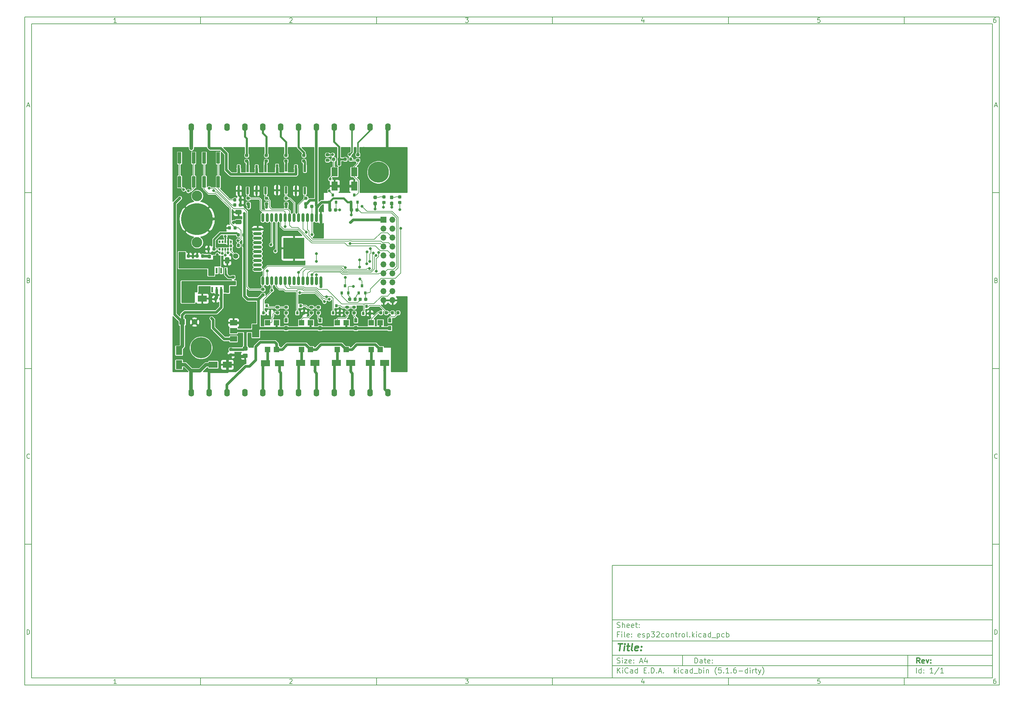
<source format=gtl>
G04 #@! TF.GenerationSoftware,KiCad,Pcbnew,(5.1.6-dirty)*
G04 #@! TF.CreationDate,2020-05-22T11:22:20+02:00*
G04 #@! TF.ProjectId,esp32control,65737033-3263-46f6-9e74-726f6c2e6b69,rev?*
G04 #@! TF.SameCoordinates,Original*
G04 #@! TF.FileFunction,Copper,L1,Top*
G04 #@! TF.FilePolarity,Positive*
%FSLAX46Y46*%
G04 Gerber Fmt 4.6, Leading zero omitted, Abs format (unit mm)*
G04 Created by KiCad (PCBNEW (5.1.6-dirty)) date 2020-05-22 11:22:20*
%MOMM*%
%LPD*%
G01*
G04 APERTURE LIST*
%ADD10C,0.200000*%
%ADD11C,0.150000*%
%ADD12C,0.300000*%
%ADD13C,0.400000*%
G04 #@! TA.AperFunction,SMDPad,CuDef*
%ADD14R,0.500000X0.800000*%
G04 #@! TD*
G04 #@! TA.AperFunction,SMDPad,CuDef*
%ADD15C,1.500000*%
G04 #@! TD*
G04 #@! TA.AperFunction,SMDPad,CuDef*
%ADD16C,9.000000*%
G04 #@! TD*
G04 #@! TA.AperFunction,ComponentPad*
%ADD17C,3.000000*%
G04 #@! TD*
G04 #@! TA.AperFunction,WasherPad*
%ADD18C,6.000000*%
G04 #@! TD*
G04 #@! TA.AperFunction,ComponentPad*
%ADD19O,1.600000X2.200000*%
G04 #@! TD*
G04 #@! TA.AperFunction,SMDPad,CuDef*
%ADD20R,2.200000X1.500000*%
G04 #@! TD*
G04 #@! TA.AperFunction,ComponentPad*
%ADD21O,1.700000X1.700000*%
G04 #@! TD*
G04 #@! TA.AperFunction,ComponentPad*
%ADD22R,1.700000X1.700000*%
G04 #@! TD*
G04 #@! TA.AperFunction,SMDPad,CuDef*
%ADD23R,1.800000X2.500000*%
G04 #@! TD*
G04 #@! TA.AperFunction,SMDPad,CuDef*
%ADD24R,2.500000X1.800000*%
G04 #@! TD*
G04 #@! TA.AperFunction,ComponentPad*
%ADD25C,1.600000*%
G04 #@! TD*
G04 #@! TA.AperFunction,ComponentPad*
%ADD26R,1.600000X1.600000*%
G04 #@! TD*
G04 #@! TA.AperFunction,SMDPad,CuDef*
%ADD27R,0.800000X0.900000*%
G04 #@! TD*
G04 #@! TA.AperFunction,SMDPad,CuDef*
%ADD28R,2.000000X1.500000*%
G04 #@! TD*
G04 #@! TA.AperFunction,SMDPad,CuDef*
%ADD29R,2.000000X3.800000*%
G04 #@! TD*
G04 #@! TA.AperFunction,SMDPad,CuDef*
%ADD30R,1.000000X3.200000*%
G04 #@! TD*
G04 #@! TA.AperFunction,SMDPad,CuDef*
%ADD31R,6.000000X6.000000*%
G04 #@! TD*
G04 #@! TA.AperFunction,SMDPad,CuDef*
%ADD32O,0.900000X2.500000*%
G04 #@! TD*
G04 #@! TA.AperFunction,SMDPad,CuDef*
%ADD33O,2.500000X0.900000*%
G04 #@! TD*
G04 #@! TA.AperFunction,SMDPad,CuDef*
%ADD34R,0.640000X2.000000*%
G04 #@! TD*
G04 #@! TA.AperFunction,SMDPad,CuDef*
%ADD35R,0.600000X1.550000*%
G04 #@! TD*
G04 #@! TA.AperFunction,SMDPad,CuDef*
%ADD36R,0.900000X1.200000*%
G04 #@! TD*
G04 #@! TA.AperFunction,SMDPad,CuDef*
%ADD37R,1.600000X1.600000*%
G04 #@! TD*
G04 #@! TA.AperFunction,ViaPad*
%ADD38C,0.800000*%
G04 #@! TD*
G04 #@! TA.AperFunction,Conductor*
%ADD39C,0.800000*%
G04 #@! TD*
G04 #@! TA.AperFunction,Conductor*
%ADD40C,0.600000*%
G04 #@! TD*
G04 #@! TA.AperFunction,Conductor*
%ADD41C,1.000000*%
G04 #@! TD*
G04 #@! TA.AperFunction,Conductor*
%ADD42C,0.200000*%
G04 #@! TD*
G04 #@! TA.AperFunction,Conductor*
%ADD43C,0.400000*%
G04 #@! TD*
G04 #@! TA.AperFunction,Conductor*
%ADD44C,0.254000*%
G04 #@! TD*
G04 APERTURE END LIST*
D10*
D11*
X177002200Y-166007200D02*
X177002200Y-198007200D01*
X285002200Y-198007200D01*
X285002200Y-166007200D01*
X177002200Y-166007200D01*
D10*
D11*
X10000000Y-10000000D02*
X10000000Y-200007200D01*
X287002200Y-200007200D01*
X287002200Y-10000000D01*
X10000000Y-10000000D01*
D10*
D11*
X12000000Y-12000000D02*
X12000000Y-198007200D01*
X285002200Y-198007200D01*
X285002200Y-12000000D01*
X12000000Y-12000000D01*
D10*
D11*
X60000000Y-12000000D02*
X60000000Y-10000000D01*
D10*
D11*
X110000000Y-12000000D02*
X110000000Y-10000000D01*
D10*
D11*
X160000000Y-12000000D02*
X160000000Y-10000000D01*
D10*
D11*
X210000000Y-12000000D02*
X210000000Y-10000000D01*
D10*
D11*
X260000000Y-12000000D02*
X260000000Y-10000000D01*
D10*
D11*
X36065476Y-11588095D02*
X35322619Y-11588095D01*
X35694047Y-11588095D02*
X35694047Y-10288095D01*
X35570238Y-10473809D01*
X35446428Y-10597619D01*
X35322619Y-10659523D01*
D10*
D11*
X85322619Y-10411904D02*
X85384523Y-10350000D01*
X85508333Y-10288095D01*
X85817857Y-10288095D01*
X85941666Y-10350000D01*
X86003571Y-10411904D01*
X86065476Y-10535714D01*
X86065476Y-10659523D01*
X86003571Y-10845238D01*
X85260714Y-11588095D01*
X86065476Y-11588095D01*
D10*
D11*
X135260714Y-10288095D02*
X136065476Y-10288095D01*
X135632142Y-10783333D01*
X135817857Y-10783333D01*
X135941666Y-10845238D01*
X136003571Y-10907142D01*
X136065476Y-11030952D01*
X136065476Y-11340476D01*
X136003571Y-11464285D01*
X135941666Y-11526190D01*
X135817857Y-11588095D01*
X135446428Y-11588095D01*
X135322619Y-11526190D01*
X135260714Y-11464285D01*
D10*
D11*
X185941666Y-10721428D02*
X185941666Y-11588095D01*
X185632142Y-10226190D02*
X185322619Y-11154761D01*
X186127380Y-11154761D01*
D10*
D11*
X236003571Y-10288095D02*
X235384523Y-10288095D01*
X235322619Y-10907142D01*
X235384523Y-10845238D01*
X235508333Y-10783333D01*
X235817857Y-10783333D01*
X235941666Y-10845238D01*
X236003571Y-10907142D01*
X236065476Y-11030952D01*
X236065476Y-11340476D01*
X236003571Y-11464285D01*
X235941666Y-11526190D01*
X235817857Y-11588095D01*
X235508333Y-11588095D01*
X235384523Y-11526190D01*
X235322619Y-11464285D01*
D10*
D11*
X285941666Y-10288095D02*
X285694047Y-10288095D01*
X285570238Y-10350000D01*
X285508333Y-10411904D01*
X285384523Y-10597619D01*
X285322619Y-10845238D01*
X285322619Y-11340476D01*
X285384523Y-11464285D01*
X285446428Y-11526190D01*
X285570238Y-11588095D01*
X285817857Y-11588095D01*
X285941666Y-11526190D01*
X286003571Y-11464285D01*
X286065476Y-11340476D01*
X286065476Y-11030952D01*
X286003571Y-10907142D01*
X285941666Y-10845238D01*
X285817857Y-10783333D01*
X285570238Y-10783333D01*
X285446428Y-10845238D01*
X285384523Y-10907142D01*
X285322619Y-11030952D01*
D10*
D11*
X60000000Y-198007200D02*
X60000000Y-200007200D01*
D10*
D11*
X110000000Y-198007200D02*
X110000000Y-200007200D01*
D10*
D11*
X160000000Y-198007200D02*
X160000000Y-200007200D01*
D10*
D11*
X210000000Y-198007200D02*
X210000000Y-200007200D01*
D10*
D11*
X260000000Y-198007200D02*
X260000000Y-200007200D01*
D10*
D11*
X36065476Y-199595295D02*
X35322619Y-199595295D01*
X35694047Y-199595295D02*
X35694047Y-198295295D01*
X35570238Y-198481009D01*
X35446428Y-198604819D01*
X35322619Y-198666723D01*
D10*
D11*
X85322619Y-198419104D02*
X85384523Y-198357200D01*
X85508333Y-198295295D01*
X85817857Y-198295295D01*
X85941666Y-198357200D01*
X86003571Y-198419104D01*
X86065476Y-198542914D01*
X86065476Y-198666723D01*
X86003571Y-198852438D01*
X85260714Y-199595295D01*
X86065476Y-199595295D01*
D10*
D11*
X135260714Y-198295295D02*
X136065476Y-198295295D01*
X135632142Y-198790533D01*
X135817857Y-198790533D01*
X135941666Y-198852438D01*
X136003571Y-198914342D01*
X136065476Y-199038152D01*
X136065476Y-199347676D01*
X136003571Y-199471485D01*
X135941666Y-199533390D01*
X135817857Y-199595295D01*
X135446428Y-199595295D01*
X135322619Y-199533390D01*
X135260714Y-199471485D01*
D10*
D11*
X185941666Y-198728628D02*
X185941666Y-199595295D01*
X185632142Y-198233390D02*
X185322619Y-199161961D01*
X186127380Y-199161961D01*
D10*
D11*
X236003571Y-198295295D02*
X235384523Y-198295295D01*
X235322619Y-198914342D01*
X235384523Y-198852438D01*
X235508333Y-198790533D01*
X235817857Y-198790533D01*
X235941666Y-198852438D01*
X236003571Y-198914342D01*
X236065476Y-199038152D01*
X236065476Y-199347676D01*
X236003571Y-199471485D01*
X235941666Y-199533390D01*
X235817857Y-199595295D01*
X235508333Y-199595295D01*
X235384523Y-199533390D01*
X235322619Y-199471485D01*
D10*
D11*
X285941666Y-198295295D02*
X285694047Y-198295295D01*
X285570238Y-198357200D01*
X285508333Y-198419104D01*
X285384523Y-198604819D01*
X285322619Y-198852438D01*
X285322619Y-199347676D01*
X285384523Y-199471485D01*
X285446428Y-199533390D01*
X285570238Y-199595295D01*
X285817857Y-199595295D01*
X285941666Y-199533390D01*
X286003571Y-199471485D01*
X286065476Y-199347676D01*
X286065476Y-199038152D01*
X286003571Y-198914342D01*
X285941666Y-198852438D01*
X285817857Y-198790533D01*
X285570238Y-198790533D01*
X285446428Y-198852438D01*
X285384523Y-198914342D01*
X285322619Y-199038152D01*
D10*
D11*
X10000000Y-60000000D02*
X12000000Y-60000000D01*
D10*
D11*
X10000000Y-110000000D02*
X12000000Y-110000000D01*
D10*
D11*
X10000000Y-160000000D02*
X12000000Y-160000000D01*
D10*
D11*
X10690476Y-35216666D02*
X11309523Y-35216666D01*
X10566666Y-35588095D02*
X11000000Y-34288095D01*
X11433333Y-35588095D01*
D10*
D11*
X11092857Y-84907142D02*
X11278571Y-84969047D01*
X11340476Y-85030952D01*
X11402380Y-85154761D01*
X11402380Y-85340476D01*
X11340476Y-85464285D01*
X11278571Y-85526190D01*
X11154761Y-85588095D01*
X10659523Y-85588095D01*
X10659523Y-84288095D01*
X11092857Y-84288095D01*
X11216666Y-84350000D01*
X11278571Y-84411904D01*
X11340476Y-84535714D01*
X11340476Y-84659523D01*
X11278571Y-84783333D01*
X11216666Y-84845238D01*
X11092857Y-84907142D01*
X10659523Y-84907142D01*
D10*
D11*
X11402380Y-135464285D02*
X11340476Y-135526190D01*
X11154761Y-135588095D01*
X11030952Y-135588095D01*
X10845238Y-135526190D01*
X10721428Y-135402380D01*
X10659523Y-135278571D01*
X10597619Y-135030952D01*
X10597619Y-134845238D01*
X10659523Y-134597619D01*
X10721428Y-134473809D01*
X10845238Y-134350000D01*
X11030952Y-134288095D01*
X11154761Y-134288095D01*
X11340476Y-134350000D01*
X11402380Y-134411904D01*
D10*
D11*
X10659523Y-185588095D02*
X10659523Y-184288095D01*
X10969047Y-184288095D01*
X11154761Y-184350000D01*
X11278571Y-184473809D01*
X11340476Y-184597619D01*
X11402380Y-184845238D01*
X11402380Y-185030952D01*
X11340476Y-185278571D01*
X11278571Y-185402380D01*
X11154761Y-185526190D01*
X10969047Y-185588095D01*
X10659523Y-185588095D01*
D10*
D11*
X287002200Y-60000000D02*
X285002200Y-60000000D01*
D10*
D11*
X287002200Y-110000000D02*
X285002200Y-110000000D01*
D10*
D11*
X287002200Y-160000000D02*
X285002200Y-160000000D01*
D10*
D11*
X285692676Y-35216666D02*
X286311723Y-35216666D01*
X285568866Y-35588095D02*
X286002200Y-34288095D01*
X286435533Y-35588095D01*
D10*
D11*
X286095057Y-84907142D02*
X286280771Y-84969047D01*
X286342676Y-85030952D01*
X286404580Y-85154761D01*
X286404580Y-85340476D01*
X286342676Y-85464285D01*
X286280771Y-85526190D01*
X286156961Y-85588095D01*
X285661723Y-85588095D01*
X285661723Y-84288095D01*
X286095057Y-84288095D01*
X286218866Y-84350000D01*
X286280771Y-84411904D01*
X286342676Y-84535714D01*
X286342676Y-84659523D01*
X286280771Y-84783333D01*
X286218866Y-84845238D01*
X286095057Y-84907142D01*
X285661723Y-84907142D01*
D10*
D11*
X286404580Y-135464285D02*
X286342676Y-135526190D01*
X286156961Y-135588095D01*
X286033152Y-135588095D01*
X285847438Y-135526190D01*
X285723628Y-135402380D01*
X285661723Y-135278571D01*
X285599819Y-135030952D01*
X285599819Y-134845238D01*
X285661723Y-134597619D01*
X285723628Y-134473809D01*
X285847438Y-134350000D01*
X286033152Y-134288095D01*
X286156961Y-134288095D01*
X286342676Y-134350000D01*
X286404580Y-134411904D01*
D10*
D11*
X285661723Y-185588095D02*
X285661723Y-184288095D01*
X285971247Y-184288095D01*
X286156961Y-184350000D01*
X286280771Y-184473809D01*
X286342676Y-184597619D01*
X286404580Y-184845238D01*
X286404580Y-185030952D01*
X286342676Y-185278571D01*
X286280771Y-185402380D01*
X286156961Y-185526190D01*
X285971247Y-185588095D01*
X285661723Y-185588095D01*
D10*
D11*
X200434342Y-193785771D02*
X200434342Y-192285771D01*
X200791485Y-192285771D01*
X201005771Y-192357200D01*
X201148628Y-192500057D01*
X201220057Y-192642914D01*
X201291485Y-192928628D01*
X201291485Y-193142914D01*
X201220057Y-193428628D01*
X201148628Y-193571485D01*
X201005771Y-193714342D01*
X200791485Y-193785771D01*
X200434342Y-193785771D01*
X202577200Y-193785771D02*
X202577200Y-193000057D01*
X202505771Y-192857200D01*
X202362914Y-192785771D01*
X202077200Y-192785771D01*
X201934342Y-192857200D01*
X202577200Y-193714342D02*
X202434342Y-193785771D01*
X202077200Y-193785771D01*
X201934342Y-193714342D01*
X201862914Y-193571485D01*
X201862914Y-193428628D01*
X201934342Y-193285771D01*
X202077200Y-193214342D01*
X202434342Y-193214342D01*
X202577200Y-193142914D01*
X203077200Y-192785771D02*
X203648628Y-192785771D01*
X203291485Y-192285771D02*
X203291485Y-193571485D01*
X203362914Y-193714342D01*
X203505771Y-193785771D01*
X203648628Y-193785771D01*
X204720057Y-193714342D02*
X204577200Y-193785771D01*
X204291485Y-193785771D01*
X204148628Y-193714342D01*
X204077200Y-193571485D01*
X204077200Y-193000057D01*
X204148628Y-192857200D01*
X204291485Y-192785771D01*
X204577200Y-192785771D01*
X204720057Y-192857200D01*
X204791485Y-193000057D01*
X204791485Y-193142914D01*
X204077200Y-193285771D01*
X205434342Y-193642914D02*
X205505771Y-193714342D01*
X205434342Y-193785771D01*
X205362914Y-193714342D01*
X205434342Y-193642914D01*
X205434342Y-193785771D01*
X205434342Y-192857200D02*
X205505771Y-192928628D01*
X205434342Y-193000057D01*
X205362914Y-192928628D01*
X205434342Y-192857200D01*
X205434342Y-193000057D01*
D10*
D11*
X177002200Y-194507200D02*
X285002200Y-194507200D01*
D10*
D11*
X178434342Y-196585771D02*
X178434342Y-195085771D01*
X179291485Y-196585771D02*
X178648628Y-195728628D01*
X179291485Y-195085771D02*
X178434342Y-195942914D01*
X179934342Y-196585771D02*
X179934342Y-195585771D01*
X179934342Y-195085771D02*
X179862914Y-195157200D01*
X179934342Y-195228628D01*
X180005771Y-195157200D01*
X179934342Y-195085771D01*
X179934342Y-195228628D01*
X181505771Y-196442914D02*
X181434342Y-196514342D01*
X181220057Y-196585771D01*
X181077200Y-196585771D01*
X180862914Y-196514342D01*
X180720057Y-196371485D01*
X180648628Y-196228628D01*
X180577200Y-195942914D01*
X180577200Y-195728628D01*
X180648628Y-195442914D01*
X180720057Y-195300057D01*
X180862914Y-195157200D01*
X181077200Y-195085771D01*
X181220057Y-195085771D01*
X181434342Y-195157200D01*
X181505771Y-195228628D01*
X182791485Y-196585771D02*
X182791485Y-195800057D01*
X182720057Y-195657200D01*
X182577200Y-195585771D01*
X182291485Y-195585771D01*
X182148628Y-195657200D01*
X182791485Y-196514342D02*
X182648628Y-196585771D01*
X182291485Y-196585771D01*
X182148628Y-196514342D01*
X182077200Y-196371485D01*
X182077200Y-196228628D01*
X182148628Y-196085771D01*
X182291485Y-196014342D01*
X182648628Y-196014342D01*
X182791485Y-195942914D01*
X184148628Y-196585771D02*
X184148628Y-195085771D01*
X184148628Y-196514342D02*
X184005771Y-196585771D01*
X183720057Y-196585771D01*
X183577200Y-196514342D01*
X183505771Y-196442914D01*
X183434342Y-196300057D01*
X183434342Y-195871485D01*
X183505771Y-195728628D01*
X183577200Y-195657200D01*
X183720057Y-195585771D01*
X184005771Y-195585771D01*
X184148628Y-195657200D01*
X186005771Y-195800057D02*
X186505771Y-195800057D01*
X186720057Y-196585771D02*
X186005771Y-196585771D01*
X186005771Y-195085771D01*
X186720057Y-195085771D01*
X187362914Y-196442914D02*
X187434342Y-196514342D01*
X187362914Y-196585771D01*
X187291485Y-196514342D01*
X187362914Y-196442914D01*
X187362914Y-196585771D01*
X188077200Y-196585771D02*
X188077200Y-195085771D01*
X188434342Y-195085771D01*
X188648628Y-195157200D01*
X188791485Y-195300057D01*
X188862914Y-195442914D01*
X188934342Y-195728628D01*
X188934342Y-195942914D01*
X188862914Y-196228628D01*
X188791485Y-196371485D01*
X188648628Y-196514342D01*
X188434342Y-196585771D01*
X188077200Y-196585771D01*
X189577200Y-196442914D02*
X189648628Y-196514342D01*
X189577200Y-196585771D01*
X189505771Y-196514342D01*
X189577200Y-196442914D01*
X189577200Y-196585771D01*
X190220057Y-196157200D02*
X190934342Y-196157200D01*
X190077200Y-196585771D02*
X190577200Y-195085771D01*
X191077200Y-196585771D01*
X191577200Y-196442914D02*
X191648628Y-196514342D01*
X191577200Y-196585771D01*
X191505771Y-196514342D01*
X191577200Y-196442914D01*
X191577200Y-196585771D01*
X194577200Y-196585771D02*
X194577200Y-195085771D01*
X194720057Y-196014342D02*
X195148628Y-196585771D01*
X195148628Y-195585771D02*
X194577200Y-196157200D01*
X195791485Y-196585771D02*
X195791485Y-195585771D01*
X195791485Y-195085771D02*
X195720057Y-195157200D01*
X195791485Y-195228628D01*
X195862914Y-195157200D01*
X195791485Y-195085771D01*
X195791485Y-195228628D01*
X197148628Y-196514342D02*
X197005771Y-196585771D01*
X196720057Y-196585771D01*
X196577200Y-196514342D01*
X196505771Y-196442914D01*
X196434342Y-196300057D01*
X196434342Y-195871485D01*
X196505771Y-195728628D01*
X196577200Y-195657200D01*
X196720057Y-195585771D01*
X197005771Y-195585771D01*
X197148628Y-195657200D01*
X198434342Y-196585771D02*
X198434342Y-195800057D01*
X198362914Y-195657200D01*
X198220057Y-195585771D01*
X197934342Y-195585771D01*
X197791485Y-195657200D01*
X198434342Y-196514342D02*
X198291485Y-196585771D01*
X197934342Y-196585771D01*
X197791485Y-196514342D01*
X197720057Y-196371485D01*
X197720057Y-196228628D01*
X197791485Y-196085771D01*
X197934342Y-196014342D01*
X198291485Y-196014342D01*
X198434342Y-195942914D01*
X199791485Y-196585771D02*
X199791485Y-195085771D01*
X199791485Y-196514342D02*
X199648628Y-196585771D01*
X199362914Y-196585771D01*
X199220057Y-196514342D01*
X199148628Y-196442914D01*
X199077200Y-196300057D01*
X199077200Y-195871485D01*
X199148628Y-195728628D01*
X199220057Y-195657200D01*
X199362914Y-195585771D01*
X199648628Y-195585771D01*
X199791485Y-195657200D01*
X200148628Y-196728628D02*
X201291485Y-196728628D01*
X201648628Y-196585771D02*
X201648628Y-195085771D01*
X201648628Y-195657200D02*
X201791485Y-195585771D01*
X202077200Y-195585771D01*
X202220057Y-195657200D01*
X202291485Y-195728628D01*
X202362914Y-195871485D01*
X202362914Y-196300057D01*
X202291485Y-196442914D01*
X202220057Y-196514342D01*
X202077200Y-196585771D01*
X201791485Y-196585771D01*
X201648628Y-196514342D01*
X203005771Y-196585771D02*
X203005771Y-195585771D01*
X203005771Y-195085771D02*
X202934342Y-195157200D01*
X203005771Y-195228628D01*
X203077200Y-195157200D01*
X203005771Y-195085771D01*
X203005771Y-195228628D01*
X203720057Y-195585771D02*
X203720057Y-196585771D01*
X203720057Y-195728628D02*
X203791485Y-195657200D01*
X203934342Y-195585771D01*
X204148628Y-195585771D01*
X204291485Y-195657200D01*
X204362914Y-195800057D01*
X204362914Y-196585771D01*
X206648628Y-197157200D02*
X206577200Y-197085771D01*
X206434342Y-196871485D01*
X206362914Y-196728628D01*
X206291485Y-196514342D01*
X206220057Y-196157200D01*
X206220057Y-195871485D01*
X206291485Y-195514342D01*
X206362914Y-195300057D01*
X206434342Y-195157200D01*
X206577200Y-194942914D01*
X206648628Y-194871485D01*
X207934342Y-195085771D02*
X207220057Y-195085771D01*
X207148628Y-195800057D01*
X207220057Y-195728628D01*
X207362914Y-195657200D01*
X207720057Y-195657200D01*
X207862914Y-195728628D01*
X207934342Y-195800057D01*
X208005771Y-195942914D01*
X208005771Y-196300057D01*
X207934342Y-196442914D01*
X207862914Y-196514342D01*
X207720057Y-196585771D01*
X207362914Y-196585771D01*
X207220057Y-196514342D01*
X207148628Y-196442914D01*
X208648628Y-196442914D02*
X208720057Y-196514342D01*
X208648628Y-196585771D01*
X208577200Y-196514342D01*
X208648628Y-196442914D01*
X208648628Y-196585771D01*
X210148628Y-196585771D02*
X209291485Y-196585771D01*
X209720057Y-196585771D02*
X209720057Y-195085771D01*
X209577200Y-195300057D01*
X209434342Y-195442914D01*
X209291485Y-195514342D01*
X210791485Y-196442914D02*
X210862914Y-196514342D01*
X210791485Y-196585771D01*
X210720057Y-196514342D01*
X210791485Y-196442914D01*
X210791485Y-196585771D01*
X212148628Y-195085771D02*
X211862914Y-195085771D01*
X211720057Y-195157200D01*
X211648628Y-195228628D01*
X211505771Y-195442914D01*
X211434342Y-195728628D01*
X211434342Y-196300057D01*
X211505771Y-196442914D01*
X211577200Y-196514342D01*
X211720057Y-196585771D01*
X212005771Y-196585771D01*
X212148628Y-196514342D01*
X212220057Y-196442914D01*
X212291485Y-196300057D01*
X212291485Y-195942914D01*
X212220057Y-195800057D01*
X212148628Y-195728628D01*
X212005771Y-195657200D01*
X211720057Y-195657200D01*
X211577200Y-195728628D01*
X211505771Y-195800057D01*
X211434342Y-195942914D01*
X212934342Y-196014342D02*
X214077200Y-196014342D01*
X215434342Y-196585771D02*
X215434342Y-195085771D01*
X215434342Y-196514342D02*
X215291485Y-196585771D01*
X215005771Y-196585771D01*
X214862914Y-196514342D01*
X214791485Y-196442914D01*
X214720057Y-196300057D01*
X214720057Y-195871485D01*
X214791485Y-195728628D01*
X214862914Y-195657200D01*
X215005771Y-195585771D01*
X215291485Y-195585771D01*
X215434342Y-195657200D01*
X216148628Y-196585771D02*
X216148628Y-195585771D01*
X216148628Y-195085771D02*
X216077200Y-195157200D01*
X216148628Y-195228628D01*
X216220057Y-195157200D01*
X216148628Y-195085771D01*
X216148628Y-195228628D01*
X216862914Y-196585771D02*
X216862914Y-195585771D01*
X216862914Y-195871485D02*
X216934342Y-195728628D01*
X217005771Y-195657200D01*
X217148628Y-195585771D01*
X217291485Y-195585771D01*
X217577200Y-195585771D02*
X218148628Y-195585771D01*
X217791485Y-195085771D02*
X217791485Y-196371485D01*
X217862914Y-196514342D01*
X218005771Y-196585771D01*
X218148628Y-196585771D01*
X218505771Y-195585771D02*
X218862914Y-196585771D01*
X219220057Y-195585771D02*
X218862914Y-196585771D01*
X218720057Y-196942914D01*
X218648628Y-197014342D01*
X218505771Y-197085771D01*
X219648628Y-197157200D02*
X219720057Y-197085771D01*
X219862914Y-196871485D01*
X219934342Y-196728628D01*
X220005771Y-196514342D01*
X220077200Y-196157200D01*
X220077200Y-195871485D01*
X220005771Y-195514342D01*
X219934342Y-195300057D01*
X219862914Y-195157200D01*
X219720057Y-194942914D01*
X219648628Y-194871485D01*
D10*
D11*
X177002200Y-191507200D02*
X285002200Y-191507200D01*
D10*
D12*
X264411485Y-193785771D02*
X263911485Y-193071485D01*
X263554342Y-193785771D02*
X263554342Y-192285771D01*
X264125771Y-192285771D01*
X264268628Y-192357200D01*
X264340057Y-192428628D01*
X264411485Y-192571485D01*
X264411485Y-192785771D01*
X264340057Y-192928628D01*
X264268628Y-193000057D01*
X264125771Y-193071485D01*
X263554342Y-193071485D01*
X265625771Y-193714342D02*
X265482914Y-193785771D01*
X265197200Y-193785771D01*
X265054342Y-193714342D01*
X264982914Y-193571485D01*
X264982914Y-193000057D01*
X265054342Y-192857200D01*
X265197200Y-192785771D01*
X265482914Y-192785771D01*
X265625771Y-192857200D01*
X265697200Y-193000057D01*
X265697200Y-193142914D01*
X264982914Y-193285771D01*
X266197200Y-192785771D02*
X266554342Y-193785771D01*
X266911485Y-192785771D01*
X267482914Y-193642914D02*
X267554342Y-193714342D01*
X267482914Y-193785771D01*
X267411485Y-193714342D01*
X267482914Y-193642914D01*
X267482914Y-193785771D01*
X267482914Y-192857200D02*
X267554342Y-192928628D01*
X267482914Y-193000057D01*
X267411485Y-192928628D01*
X267482914Y-192857200D01*
X267482914Y-193000057D01*
D10*
D11*
X178362914Y-193714342D02*
X178577200Y-193785771D01*
X178934342Y-193785771D01*
X179077200Y-193714342D01*
X179148628Y-193642914D01*
X179220057Y-193500057D01*
X179220057Y-193357200D01*
X179148628Y-193214342D01*
X179077200Y-193142914D01*
X178934342Y-193071485D01*
X178648628Y-193000057D01*
X178505771Y-192928628D01*
X178434342Y-192857200D01*
X178362914Y-192714342D01*
X178362914Y-192571485D01*
X178434342Y-192428628D01*
X178505771Y-192357200D01*
X178648628Y-192285771D01*
X179005771Y-192285771D01*
X179220057Y-192357200D01*
X179862914Y-193785771D02*
X179862914Y-192785771D01*
X179862914Y-192285771D02*
X179791485Y-192357200D01*
X179862914Y-192428628D01*
X179934342Y-192357200D01*
X179862914Y-192285771D01*
X179862914Y-192428628D01*
X180434342Y-192785771D02*
X181220057Y-192785771D01*
X180434342Y-193785771D01*
X181220057Y-193785771D01*
X182362914Y-193714342D02*
X182220057Y-193785771D01*
X181934342Y-193785771D01*
X181791485Y-193714342D01*
X181720057Y-193571485D01*
X181720057Y-193000057D01*
X181791485Y-192857200D01*
X181934342Y-192785771D01*
X182220057Y-192785771D01*
X182362914Y-192857200D01*
X182434342Y-193000057D01*
X182434342Y-193142914D01*
X181720057Y-193285771D01*
X183077200Y-193642914D02*
X183148628Y-193714342D01*
X183077200Y-193785771D01*
X183005771Y-193714342D01*
X183077200Y-193642914D01*
X183077200Y-193785771D01*
X183077200Y-192857200D02*
X183148628Y-192928628D01*
X183077200Y-193000057D01*
X183005771Y-192928628D01*
X183077200Y-192857200D01*
X183077200Y-193000057D01*
X184862914Y-193357200D02*
X185577200Y-193357200D01*
X184720057Y-193785771D02*
X185220057Y-192285771D01*
X185720057Y-193785771D01*
X186862914Y-192785771D02*
X186862914Y-193785771D01*
X186505771Y-192214342D02*
X186148628Y-193285771D01*
X187077200Y-193285771D01*
D10*
D11*
X263434342Y-196585771D02*
X263434342Y-195085771D01*
X264791485Y-196585771D02*
X264791485Y-195085771D01*
X264791485Y-196514342D02*
X264648628Y-196585771D01*
X264362914Y-196585771D01*
X264220057Y-196514342D01*
X264148628Y-196442914D01*
X264077200Y-196300057D01*
X264077200Y-195871485D01*
X264148628Y-195728628D01*
X264220057Y-195657200D01*
X264362914Y-195585771D01*
X264648628Y-195585771D01*
X264791485Y-195657200D01*
X265505771Y-196442914D02*
X265577200Y-196514342D01*
X265505771Y-196585771D01*
X265434342Y-196514342D01*
X265505771Y-196442914D01*
X265505771Y-196585771D01*
X265505771Y-195657200D02*
X265577200Y-195728628D01*
X265505771Y-195800057D01*
X265434342Y-195728628D01*
X265505771Y-195657200D01*
X265505771Y-195800057D01*
X268148628Y-196585771D02*
X267291485Y-196585771D01*
X267720057Y-196585771D02*
X267720057Y-195085771D01*
X267577200Y-195300057D01*
X267434342Y-195442914D01*
X267291485Y-195514342D01*
X269862914Y-195014342D02*
X268577200Y-196942914D01*
X271148628Y-196585771D02*
X270291485Y-196585771D01*
X270720057Y-196585771D02*
X270720057Y-195085771D01*
X270577200Y-195300057D01*
X270434342Y-195442914D01*
X270291485Y-195514342D01*
D10*
D11*
X177002200Y-187507200D02*
X285002200Y-187507200D01*
D10*
D13*
X178714580Y-188211961D02*
X179857438Y-188211961D01*
X179036009Y-190211961D02*
X179286009Y-188211961D01*
X180274104Y-190211961D02*
X180440771Y-188878628D01*
X180524104Y-188211961D02*
X180416961Y-188307200D01*
X180500295Y-188402438D01*
X180607438Y-188307200D01*
X180524104Y-188211961D01*
X180500295Y-188402438D01*
X181107438Y-188878628D02*
X181869342Y-188878628D01*
X181476485Y-188211961D02*
X181262200Y-189926247D01*
X181333628Y-190116723D01*
X181512200Y-190211961D01*
X181702676Y-190211961D01*
X182655057Y-190211961D02*
X182476485Y-190116723D01*
X182405057Y-189926247D01*
X182619342Y-188211961D01*
X184190771Y-190116723D02*
X183988390Y-190211961D01*
X183607438Y-190211961D01*
X183428866Y-190116723D01*
X183357438Y-189926247D01*
X183452676Y-189164342D01*
X183571723Y-188973866D01*
X183774104Y-188878628D01*
X184155057Y-188878628D01*
X184333628Y-188973866D01*
X184405057Y-189164342D01*
X184381247Y-189354819D01*
X183405057Y-189545295D01*
X185155057Y-190021485D02*
X185238390Y-190116723D01*
X185131247Y-190211961D01*
X185047914Y-190116723D01*
X185155057Y-190021485D01*
X185131247Y-190211961D01*
X185286009Y-188973866D02*
X185369342Y-189069104D01*
X185262200Y-189164342D01*
X185178866Y-189069104D01*
X185286009Y-188973866D01*
X185262200Y-189164342D01*
D10*
D11*
X178934342Y-185600057D02*
X178434342Y-185600057D01*
X178434342Y-186385771D02*
X178434342Y-184885771D01*
X179148628Y-184885771D01*
X179720057Y-186385771D02*
X179720057Y-185385771D01*
X179720057Y-184885771D02*
X179648628Y-184957200D01*
X179720057Y-185028628D01*
X179791485Y-184957200D01*
X179720057Y-184885771D01*
X179720057Y-185028628D01*
X180648628Y-186385771D02*
X180505771Y-186314342D01*
X180434342Y-186171485D01*
X180434342Y-184885771D01*
X181791485Y-186314342D02*
X181648628Y-186385771D01*
X181362914Y-186385771D01*
X181220057Y-186314342D01*
X181148628Y-186171485D01*
X181148628Y-185600057D01*
X181220057Y-185457200D01*
X181362914Y-185385771D01*
X181648628Y-185385771D01*
X181791485Y-185457200D01*
X181862914Y-185600057D01*
X181862914Y-185742914D01*
X181148628Y-185885771D01*
X182505771Y-186242914D02*
X182577200Y-186314342D01*
X182505771Y-186385771D01*
X182434342Y-186314342D01*
X182505771Y-186242914D01*
X182505771Y-186385771D01*
X182505771Y-185457200D02*
X182577200Y-185528628D01*
X182505771Y-185600057D01*
X182434342Y-185528628D01*
X182505771Y-185457200D01*
X182505771Y-185600057D01*
X184934342Y-186314342D02*
X184791485Y-186385771D01*
X184505771Y-186385771D01*
X184362914Y-186314342D01*
X184291485Y-186171485D01*
X184291485Y-185600057D01*
X184362914Y-185457200D01*
X184505771Y-185385771D01*
X184791485Y-185385771D01*
X184934342Y-185457200D01*
X185005771Y-185600057D01*
X185005771Y-185742914D01*
X184291485Y-185885771D01*
X185577200Y-186314342D02*
X185720057Y-186385771D01*
X186005771Y-186385771D01*
X186148628Y-186314342D01*
X186220057Y-186171485D01*
X186220057Y-186100057D01*
X186148628Y-185957200D01*
X186005771Y-185885771D01*
X185791485Y-185885771D01*
X185648628Y-185814342D01*
X185577200Y-185671485D01*
X185577200Y-185600057D01*
X185648628Y-185457200D01*
X185791485Y-185385771D01*
X186005771Y-185385771D01*
X186148628Y-185457200D01*
X186862914Y-185385771D02*
X186862914Y-186885771D01*
X186862914Y-185457200D02*
X187005771Y-185385771D01*
X187291485Y-185385771D01*
X187434342Y-185457200D01*
X187505771Y-185528628D01*
X187577200Y-185671485D01*
X187577200Y-186100057D01*
X187505771Y-186242914D01*
X187434342Y-186314342D01*
X187291485Y-186385771D01*
X187005771Y-186385771D01*
X186862914Y-186314342D01*
X188077200Y-184885771D02*
X189005771Y-184885771D01*
X188505771Y-185457200D01*
X188720057Y-185457200D01*
X188862914Y-185528628D01*
X188934342Y-185600057D01*
X189005771Y-185742914D01*
X189005771Y-186100057D01*
X188934342Y-186242914D01*
X188862914Y-186314342D01*
X188720057Y-186385771D01*
X188291485Y-186385771D01*
X188148628Y-186314342D01*
X188077200Y-186242914D01*
X189577200Y-185028628D02*
X189648628Y-184957200D01*
X189791485Y-184885771D01*
X190148628Y-184885771D01*
X190291485Y-184957200D01*
X190362914Y-185028628D01*
X190434342Y-185171485D01*
X190434342Y-185314342D01*
X190362914Y-185528628D01*
X189505771Y-186385771D01*
X190434342Y-186385771D01*
X191720057Y-186314342D02*
X191577200Y-186385771D01*
X191291485Y-186385771D01*
X191148628Y-186314342D01*
X191077200Y-186242914D01*
X191005771Y-186100057D01*
X191005771Y-185671485D01*
X191077200Y-185528628D01*
X191148628Y-185457200D01*
X191291485Y-185385771D01*
X191577200Y-185385771D01*
X191720057Y-185457200D01*
X192577200Y-186385771D02*
X192434342Y-186314342D01*
X192362914Y-186242914D01*
X192291485Y-186100057D01*
X192291485Y-185671485D01*
X192362914Y-185528628D01*
X192434342Y-185457200D01*
X192577200Y-185385771D01*
X192791485Y-185385771D01*
X192934342Y-185457200D01*
X193005771Y-185528628D01*
X193077200Y-185671485D01*
X193077200Y-186100057D01*
X193005771Y-186242914D01*
X192934342Y-186314342D01*
X192791485Y-186385771D01*
X192577200Y-186385771D01*
X193720057Y-185385771D02*
X193720057Y-186385771D01*
X193720057Y-185528628D02*
X193791485Y-185457200D01*
X193934342Y-185385771D01*
X194148628Y-185385771D01*
X194291485Y-185457200D01*
X194362914Y-185600057D01*
X194362914Y-186385771D01*
X194862914Y-185385771D02*
X195434342Y-185385771D01*
X195077200Y-184885771D02*
X195077200Y-186171485D01*
X195148628Y-186314342D01*
X195291485Y-186385771D01*
X195434342Y-186385771D01*
X195934342Y-186385771D02*
X195934342Y-185385771D01*
X195934342Y-185671485D02*
X196005771Y-185528628D01*
X196077200Y-185457200D01*
X196220057Y-185385771D01*
X196362914Y-185385771D01*
X197077200Y-186385771D02*
X196934342Y-186314342D01*
X196862914Y-186242914D01*
X196791485Y-186100057D01*
X196791485Y-185671485D01*
X196862914Y-185528628D01*
X196934342Y-185457200D01*
X197077200Y-185385771D01*
X197291485Y-185385771D01*
X197434342Y-185457200D01*
X197505771Y-185528628D01*
X197577200Y-185671485D01*
X197577200Y-186100057D01*
X197505771Y-186242914D01*
X197434342Y-186314342D01*
X197291485Y-186385771D01*
X197077200Y-186385771D01*
X198434342Y-186385771D02*
X198291485Y-186314342D01*
X198220057Y-186171485D01*
X198220057Y-184885771D01*
X199005771Y-186242914D02*
X199077200Y-186314342D01*
X199005771Y-186385771D01*
X198934342Y-186314342D01*
X199005771Y-186242914D01*
X199005771Y-186385771D01*
X199720057Y-186385771D02*
X199720057Y-184885771D01*
X199862914Y-185814342D02*
X200291485Y-186385771D01*
X200291485Y-185385771D02*
X199720057Y-185957200D01*
X200934342Y-186385771D02*
X200934342Y-185385771D01*
X200934342Y-184885771D02*
X200862914Y-184957200D01*
X200934342Y-185028628D01*
X201005771Y-184957200D01*
X200934342Y-184885771D01*
X200934342Y-185028628D01*
X202291485Y-186314342D02*
X202148628Y-186385771D01*
X201862914Y-186385771D01*
X201720057Y-186314342D01*
X201648628Y-186242914D01*
X201577200Y-186100057D01*
X201577200Y-185671485D01*
X201648628Y-185528628D01*
X201720057Y-185457200D01*
X201862914Y-185385771D01*
X202148628Y-185385771D01*
X202291485Y-185457200D01*
X203577200Y-186385771D02*
X203577200Y-185600057D01*
X203505771Y-185457200D01*
X203362914Y-185385771D01*
X203077200Y-185385771D01*
X202934342Y-185457200D01*
X203577200Y-186314342D02*
X203434342Y-186385771D01*
X203077200Y-186385771D01*
X202934342Y-186314342D01*
X202862914Y-186171485D01*
X202862914Y-186028628D01*
X202934342Y-185885771D01*
X203077200Y-185814342D01*
X203434342Y-185814342D01*
X203577200Y-185742914D01*
X204934342Y-186385771D02*
X204934342Y-184885771D01*
X204934342Y-186314342D02*
X204791485Y-186385771D01*
X204505771Y-186385771D01*
X204362914Y-186314342D01*
X204291485Y-186242914D01*
X204220057Y-186100057D01*
X204220057Y-185671485D01*
X204291485Y-185528628D01*
X204362914Y-185457200D01*
X204505771Y-185385771D01*
X204791485Y-185385771D01*
X204934342Y-185457200D01*
X205291485Y-186528628D02*
X206434342Y-186528628D01*
X206791485Y-185385771D02*
X206791485Y-186885771D01*
X206791485Y-185457200D02*
X206934342Y-185385771D01*
X207220057Y-185385771D01*
X207362914Y-185457200D01*
X207434342Y-185528628D01*
X207505771Y-185671485D01*
X207505771Y-186100057D01*
X207434342Y-186242914D01*
X207362914Y-186314342D01*
X207220057Y-186385771D01*
X206934342Y-186385771D01*
X206791485Y-186314342D01*
X208791485Y-186314342D02*
X208648628Y-186385771D01*
X208362914Y-186385771D01*
X208220057Y-186314342D01*
X208148628Y-186242914D01*
X208077200Y-186100057D01*
X208077200Y-185671485D01*
X208148628Y-185528628D01*
X208220057Y-185457200D01*
X208362914Y-185385771D01*
X208648628Y-185385771D01*
X208791485Y-185457200D01*
X209434342Y-186385771D02*
X209434342Y-184885771D01*
X209434342Y-185457200D02*
X209577200Y-185385771D01*
X209862914Y-185385771D01*
X210005771Y-185457200D01*
X210077200Y-185528628D01*
X210148628Y-185671485D01*
X210148628Y-186100057D01*
X210077200Y-186242914D01*
X210005771Y-186314342D01*
X209862914Y-186385771D01*
X209577200Y-186385771D01*
X209434342Y-186314342D01*
D10*
D11*
X177002200Y-181507200D02*
X285002200Y-181507200D01*
D10*
D11*
X178362914Y-183614342D02*
X178577200Y-183685771D01*
X178934342Y-183685771D01*
X179077200Y-183614342D01*
X179148628Y-183542914D01*
X179220057Y-183400057D01*
X179220057Y-183257200D01*
X179148628Y-183114342D01*
X179077200Y-183042914D01*
X178934342Y-182971485D01*
X178648628Y-182900057D01*
X178505771Y-182828628D01*
X178434342Y-182757200D01*
X178362914Y-182614342D01*
X178362914Y-182471485D01*
X178434342Y-182328628D01*
X178505771Y-182257200D01*
X178648628Y-182185771D01*
X179005771Y-182185771D01*
X179220057Y-182257200D01*
X179862914Y-183685771D02*
X179862914Y-182185771D01*
X180505771Y-183685771D02*
X180505771Y-182900057D01*
X180434342Y-182757200D01*
X180291485Y-182685771D01*
X180077200Y-182685771D01*
X179934342Y-182757200D01*
X179862914Y-182828628D01*
X181791485Y-183614342D02*
X181648628Y-183685771D01*
X181362914Y-183685771D01*
X181220057Y-183614342D01*
X181148628Y-183471485D01*
X181148628Y-182900057D01*
X181220057Y-182757200D01*
X181362914Y-182685771D01*
X181648628Y-182685771D01*
X181791485Y-182757200D01*
X181862914Y-182900057D01*
X181862914Y-183042914D01*
X181148628Y-183185771D01*
X183077200Y-183614342D02*
X182934342Y-183685771D01*
X182648628Y-183685771D01*
X182505771Y-183614342D01*
X182434342Y-183471485D01*
X182434342Y-182900057D01*
X182505771Y-182757200D01*
X182648628Y-182685771D01*
X182934342Y-182685771D01*
X183077200Y-182757200D01*
X183148628Y-182900057D01*
X183148628Y-183042914D01*
X182434342Y-183185771D01*
X183577200Y-182685771D02*
X184148628Y-182685771D01*
X183791485Y-182185771D02*
X183791485Y-183471485D01*
X183862914Y-183614342D01*
X184005771Y-183685771D01*
X184148628Y-183685771D01*
X184648628Y-183542914D02*
X184720057Y-183614342D01*
X184648628Y-183685771D01*
X184577200Y-183614342D01*
X184648628Y-183542914D01*
X184648628Y-183685771D01*
X184648628Y-182757200D02*
X184720057Y-182828628D01*
X184648628Y-182900057D01*
X184577200Y-182828628D01*
X184648628Y-182757200D01*
X184648628Y-182900057D01*
D10*
D11*
X197002200Y-191507200D02*
X197002200Y-194507200D01*
D10*
D11*
X261002200Y-191507200D02*
X261002200Y-198007200D01*
G04 #@! TA.AperFunction,SMDPad,CuDef*
G36*
G01*
X71375000Y-66125000D02*
X70125000Y-66125000D01*
G75*
G02*
X69875000Y-65875000I0J250000D01*
G01*
X69875000Y-65125000D01*
G75*
G02*
X70125000Y-64875000I250000J0D01*
G01*
X71375000Y-64875000D01*
G75*
G02*
X71625000Y-65125000I0J-250000D01*
G01*
X71625000Y-65875000D01*
G75*
G02*
X71375000Y-66125000I-250000J0D01*
G01*
G37*
G04 #@! TD.AperFunction*
G04 #@! TA.AperFunction,SMDPad,CuDef*
G36*
G01*
X71375000Y-68925000D02*
X70125000Y-68925000D01*
G75*
G02*
X69875000Y-68675000I0J250000D01*
G01*
X69875000Y-67925000D01*
G75*
G02*
X70125000Y-67675000I250000J0D01*
G01*
X71375000Y-67675000D01*
G75*
G02*
X71625000Y-67925000I0J-250000D01*
G01*
X71625000Y-68675000D01*
G75*
G02*
X71375000Y-68925000I-250000J0D01*
G01*
G37*
G04 #@! TD.AperFunction*
G04 #@! TA.AperFunction,SMDPad,CuDef*
G36*
G01*
X66925000Y-79875000D02*
X66925000Y-78625000D01*
G75*
G02*
X67175000Y-78375000I250000J0D01*
G01*
X67925000Y-78375000D01*
G75*
G02*
X68175000Y-78625000I0J-250000D01*
G01*
X68175000Y-79875000D01*
G75*
G02*
X67925000Y-80125000I-250000J0D01*
G01*
X67175000Y-80125000D01*
G75*
G02*
X66925000Y-79875000I0J250000D01*
G01*
G37*
G04 #@! TD.AperFunction*
G04 #@! TA.AperFunction,SMDPad,CuDef*
G36*
G01*
X64125000Y-79875000D02*
X64125000Y-78625000D01*
G75*
G02*
X64375000Y-78375000I250000J0D01*
G01*
X65125000Y-78375000D01*
G75*
G02*
X65375000Y-78625000I0J-250000D01*
G01*
X65375000Y-79875000D01*
G75*
G02*
X65125000Y-80125000I-250000J0D01*
G01*
X64375000Y-80125000D01*
G75*
G02*
X64125000Y-79875000I0J250000D01*
G01*
G37*
G04 #@! TD.AperFunction*
D14*
X65400000Y-73900000D03*
X66200000Y-73900000D03*
X67000000Y-73900000D03*
X67800000Y-73900000D03*
X68600000Y-73900000D03*
X68600000Y-76100000D03*
X67800000Y-76100000D03*
X67000000Y-76100000D03*
X66200000Y-76100000D03*
X65400000Y-76100000D03*
D15*
X70000000Y-78000000D03*
G04 #@! TA.AperFunction,SMDPad,CuDef*
G36*
G01*
X116856250Y-61635000D02*
X116343750Y-61635000D01*
G75*
G02*
X116125000Y-61416250I0J218750D01*
G01*
X116125000Y-60978750D01*
G75*
G02*
X116343750Y-60760000I218750J0D01*
G01*
X116856250Y-60760000D01*
G75*
G02*
X117075000Y-60978750I0J-218750D01*
G01*
X117075000Y-61416250D01*
G75*
G02*
X116856250Y-61635000I-218750J0D01*
G01*
G37*
G04 #@! TD.AperFunction*
G04 #@! TA.AperFunction,SMDPad,CuDef*
G36*
G01*
X116856250Y-63210000D02*
X116343750Y-63210000D01*
G75*
G02*
X116125000Y-62991250I0J218750D01*
G01*
X116125000Y-62553750D01*
G75*
G02*
X116343750Y-62335000I218750J0D01*
G01*
X116856250Y-62335000D01*
G75*
G02*
X117075000Y-62553750I0J-218750D01*
G01*
X117075000Y-62991250D01*
G75*
G02*
X116856250Y-63210000I-218750J0D01*
G01*
G37*
G04 #@! TD.AperFunction*
G04 #@! TA.AperFunction,SMDPad,CuDef*
G36*
G01*
X112356250Y-61635000D02*
X111843750Y-61635000D01*
G75*
G02*
X111625000Y-61416250I0J218750D01*
G01*
X111625000Y-60978750D01*
G75*
G02*
X111843750Y-60760000I218750J0D01*
G01*
X112356250Y-60760000D01*
G75*
G02*
X112575000Y-60978750I0J-218750D01*
G01*
X112575000Y-61416250D01*
G75*
G02*
X112356250Y-61635000I-218750J0D01*
G01*
G37*
G04 #@! TD.AperFunction*
G04 #@! TA.AperFunction,SMDPad,CuDef*
G36*
G01*
X112356250Y-63210000D02*
X111843750Y-63210000D01*
G75*
G02*
X111625000Y-62991250I0J218750D01*
G01*
X111625000Y-62553750D01*
G75*
G02*
X111843750Y-62335000I218750J0D01*
G01*
X112356250Y-62335000D01*
G75*
G02*
X112575000Y-62553750I0J-218750D01*
G01*
X112575000Y-62991250D01*
G75*
G02*
X112356250Y-63210000I-218750J0D01*
G01*
G37*
G04 #@! TD.AperFunction*
G04 #@! TA.AperFunction,SMDPad,CuDef*
G36*
G01*
X71150000Y-71743750D02*
X71150000Y-72256250D01*
G75*
G02*
X70931250Y-72475000I-218750J0D01*
G01*
X70493750Y-72475000D01*
G75*
G02*
X70275000Y-72256250I0J218750D01*
G01*
X70275000Y-71743750D01*
G75*
G02*
X70493750Y-71525000I218750J0D01*
G01*
X70931250Y-71525000D01*
G75*
G02*
X71150000Y-71743750I0J-218750D01*
G01*
G37*
G04 #@! TD.AperFunction*
G04 #@! TA.AperFunction,SMDPad,CuDef*
G36*
G01*
X72725000Y-71743750D02*
X72725000Y-72256250D01*
G75*
G02*
X72506250Y-72475000I-218750J0D01*
G01*
X72068750Y-72475000D01*
G75*
G02*
X71850000Y-72256250I0J218750D01*
G01*
X71850000Y-71743750D01*
G75*
G02*
X72068750Y-71525000I218750J0D01*
G01*
X72506250Y-71525000D01*
G75*
G02*
X72725000Y-71743750I0J-218750D01*
G01*
G37*
G04 #@! TD.AperFunction*
G04 #@! TA.AperFunction,SMDPad,CuDef*
G36*
G01*
X114062500Y-62550000D02*
X114537500Y-62550000D01*
G75*
G02*
X114775000Y-62787500I0J-237500D01*
G01*
X114775000Y-63362500D01*
G75*
G02*
X114537500Y-63600000I-237500J0D01*
G01*
X114062500Y-63600000D01*
G75*
G02*
X113825000Y-63362500I0J237500D01*
G01*
X113825000Y-62787500D01*
G75*
G02*
X114062500Y-62550000I237500J0D01*
G01*
G37*
G04 #@! TD.AperFunction*
G04 #@! TA.AperFunction,SMDPad,CuDef*
G36*
G01*
X114062500Y-60800000D02*
X114537500Y-60800000D01*
G75*
G02*
X114775000Y-61037500I0J-237500D01*
G01*
X114775000Y-61612500D01*
G75*
G02*
X114537500Y-61850000I-237500J0D01*
G01*
X114062500Y-61850000D01*
G75*
G02*
X113825000Y-61612500I0J237500D01*
G01*
X113825000Y-61037500D01*
G75*
G02*
X114062500Y-60800000I237500J0D01*
G01*
G37*
G04 #@! TD.AperFunction*
G04 #@! TA.AperFunction,SMDPad,CuDef*
G36*
G01*
X109362500Y-62550000D02*
X109837500Y-62550000D01*
G75*
G02*
X110075000Y-62787500I0J-237500D01*
G01*
X110075000Y-63362500D01*
G75*
G02*
X109837500Y-63600000I-237500J0D01*
G01*
X109362500Y-63600000D01*
G75*
G02*
X109125000Y-63362500I0J237500D01*
G01*
X109125000Y-62787500D01*
G75*
G02*
X109362500Y-62550000I237500J0D01*
G01*
G37*
G04 #@! TD.AperFunction*
G04 #@! TA.AperFunction,SMDPad,CuDef*
G36*
G01*
X109362500Y-60800000D02*
X109837500Y-60800000D01*
G75*
G02*
X110075000Y-61037500I0J-237500D01*
G01*
X110075000Y-61612500D01*
G75*
G02*
X109837500Y-61850000I-237500J0D01*
G01*
X109362500Y-61850000D01*
G75*
G02*
X109125000Y-61612500I0J237500D01*
G01*
X109125000Y-61037500D01*
G75*
G02*
X109362500Y-60800000I237500J0D01*
G01*
G37*
G04 #@! TD.AperFunction*
G04 #@! TA.AperFunction,SMDPad,CuDef*
G36*
G01*
X62650000Y-75743750D02*
X62650000Y-76256250D01*
G75*
G02*
X62431250Y-76475000I-218750J0D01*
G01*
X61993750Y-76475000D01*
G75*
G02*
X61775000Y-76256250I0J218750D01*
G01*
X61775000Y-75743750D01*
G75*
G02*
X61993750Y-75525000I218750J0D01*
G01*
X62431250Y-75525000D01*
G75*
G02*
X62650000Y-75743750I0J-218750D01*
G01*
G37*
G04 #@! TD.AperFunction*
G04 #@! TA.AperFunction,SMDPad,CuDef*
G36*
G01*
X64225000Y-75743750D02*
X64225000Y-76256250D01*
G75*
G02*
X64006250Y-76475000I-218750J0D01*
G01*
X63568750Y-76475000D01*
G75*
G02*
X63350000Y-76256250I0J218750D01*
G01*
X63350000Y-75743750D01*
G75*
G02*
X63568750Y-75525000I218750J0D01*
G01*
X64006250Y-75525000D01*
G75*
G02*
X64225000Y-75743750I0J-218750D01*
G01*
G37*
G04 #@! TD.AperFunction*
D16*
X59000000Y-67500000D03*
D17*
X59000000Y-74100000D03*
X59000000Y-60900000D03*
D18*
X110508500Y-54168500D03*
X60108500Y-104068500D03*
D19*
X113248500Y-41368500D03*
X108168500Y-41368500D03*
X103088500Y-41368500D03*
X98008500Y-41368500D03*
X92928500Y-41368500D03*
X87848500Y-41368500D03*
X82768500Y-41368500D03*
X77688500Y-41368500D03*
X72608500Y-41368500D03*
X67528500Y-41368500D03*
X62448500Y-41368500D03*
X57368500Y-41368500D03*
X113248500Y-116868500D03*
X108168500Y-116868500D03*
X103088500Y-116868500D03*
X98008500Y-116868500D03*
X92928500Y-116868500D03*
X87848500Y-116868500D03*
X82768500Y-116868500D03*
X77688500Y-116868500D03*
X72608500Y-116868500D03*
X67528500Y-116868500D03*
X62448500Y-116868500D03*
X57368500Y-116868500D03*
D20*
X57468000Y-80288000D03*
X57468000Y-86688000D03*
D21*
X114518500Y-90548500D03*
X111978500Y-90548500D03*
X114518500Y-88008500D03*
X111978500Y-88008500D03*
X114518500Y-85468500D03*
X111978500Y-85468500D03*
X114518500Y-82928500D03*
X111978500Y-82928500D03*
X114518500Y-80388500D03*
X111978500Y-80388500D03*
X114518500Y-77848500D03*
X111978500Y-77848500D03*
X114518500Y-75308500D03*
X111978500Y-75308500D03*
X114518500Y-72768500D03*
X111978500Y-72768500D03*
X114518500Y-70228500D03*
X111978500Y-70228500D03*
X114518500Y-67688500D03*
D22*
X111978500Y-67688500D03*
G04 #@! TA.AperFunction,SMDPad,CuDef*
G36*
G01*
X78448250Y-62704500D02*
X78960750Y-62704500D01*
G75*
G02*
X79179500Y-62923250I0J-218750D01*
G01*
X79179500Y-63360750D01*
G75*
G02*
X78960750Y-63579500I-218750J0D01*
G01*
X78448250Y-63579500D01*
G75*
G02*
X78229500Y-63360750I0J218750D01*
G01*
X78229500Y-62923250D01*
G75*
G02*
X78448250Y-62704500I218750J0D01*
G01*
G37*
G04 #@! TD.AperFunction*
G04 #@! TA.AperFunction,SMDPad,CuDef*
G36*
G01*
X78448250Y-61129500D02*
X78960750Y-61129500D01*
G75*
G02*
X79179500Y-61348250I0J-218750D01*
G01*
X79179500Y-61785750D01*
G75*
G02*
X78960750Y-62004500I-218750J0D01*
G01*
X78448250Y-62004500D01*
G75*
G02*
X78229500Y-61785750I0J218750D01*
G01*
X78229500Y-61348250D01*
G75*
G02*
X78448250Y-61129500I218750J0D01*
G01*
G37*
G04 #@! TD.AperFunction*
G04 #@! TA.AperFunction,SMDPad,CuDef*
G36*
G01*
X60137500Y-78256250D02*
X60137500Y-77743750D01*
G75*
G02*
X60356250Y-77525000I218750J0D01*
G01*
X60793750Y-77525000D01*
G75*
G02*
X61012500Y-77743750I0J-218750D01*
G01*
X61012500Y-78256250D01*
G75*
G02*
X60793750Y-78475000I-218750J0D01*
G01*
X60356250Y-78475000D01*
G75*
G02*
X60137500Y-78256250I0J218750D01*
G01*
G37*
G04 #@! TD.AperFunction*
G04 #@! TA.AperFunction,SMDPad,CuDef*
G36*
G01*
X58562500Y-78256250D02*
X58562500Y-77743750D01*
G75*
G02*
X58781250Y-77525000I218750J0D01*
G01*
X59218750Y-77525000D01*
G75*
G02*
X59437500Y-77743750I0J-218750D01*
G01*
X59437500Y-78256250D01*
G75*
G02*
X59218750Y-78475000I-218750J0D01*
G01*
X58781250Y-78475000D01*
G75*
G02*
X58562500Y-78256250I0J218750D01*
G01*
G37*
G04 #@! TD.AperFunction*
G04 #@! TA.AperFunction,SMDPad,CuDef*
G36*
G01*
X98930000Y-50736250D02*
X98930000Y-50223750D01*
G75*
G02*
X99148750Y-50005000I218750J0D01*
G01*
X99586250Y-50005000D01*
G75*
G02*
X99805000Y-50223750I0J-218750D01*
G01*
X99805000Y-50736250D01*
G75*
G02*
X99586250Y-50955000I-218750J0D01*
G01*
X99148750Y-50955000D01*
G75*
G02*
X98930000Y-50736250I0J218750D01*
G01*
G37*
G04 #@! TD.AperFunction*
G04 #@! TA.AperFunction,SMDPad,CuDef*
G36*
G01*
X97355000Y-50736250D02*
X97355000Y-50223750D01*
G75*
G02*
X97573750Y-50005000I218750J0D01*
G01*
X98011250Y-50005000D01*
G75*
G02*
X98230000Y-50223750I0J-218750D01*
G01*
X98230000Y-50736250D01*
G75*
G02*
X98011250Y-50955000I-218750J0D01*
G01*
X97573750Y-50955000D01*
G75*
G02*
X97355000Y-50736250I0J218750D01*
G01*
G37*
G04 #@! TD.AperFunction*
G04 #@! TA.AperFunction,SMDPad,CuDef*
G36*
G01*
X114930500Y-93848250D02*
X114930500Y-94360750D01*
G75*
G02*
X114711750Y-94579500I-218750J0D01*
G01*
X114274250Y-94579500D01*
G75*
G02*
X114055500Y-94360750I0J218750D01*
G01*
X114055500Y-93848250D01*
G75*
G02*
X114274250Y-93629500I218750J0D01*
G01*
X114711750Y-93629500D01*
G75*
G02*
X114930500Y-93848250I0J-218750D01*
G01*
G37*
G04 #@! TD.AperFunction*
G04 #@! TA.AperFunction,SMDPad,CuDef*
G36*
G01*
X116505500Y-93848250D02*
X116505500Y-94360750D01*
G75*
G02*
X116286750Y-94579500I-218750J0D01*
G01*
X115849250Y-94579500D01*
G75*
G02*
X115630500Y-94360750I0J218750D01*
G01*
X115630500Y-93848250D01*
G75*
G02*
X115849250Y-93629500I218750J0D01*
G01*
X116286750Y-93629500D01*
G75*
G02*
X116505500Y-93848250I0J-218750D01*
G01*
G37*
G04 #@! TD.AperFunction*
G04 #@! TA.AperFunction,SMDPad,CuDef*
G36*
G01*
X111628500Y-93848250D02*
X111628500Y-94360750D01*
G75*
G02*
X111409750Y-94579500I-218750J0D01*
G01*
X110972250Y-94579500D01*
G75*
G02*
X110753500Y-94360750I0J218750D01*
G01*
X110753500Y-93848250D01*
G75*
G02*
X110972250Y-93629500I218750J0D01*
G01*
X111409750Y-93629500D01*
G75*
G02*
X111628500Y-93848250I0J-218750D01*
G01*
G37*
G04 #@! TD.AperFunction*
G04 #@! TA.AperFunction,SMDPad,CuDef*
G36*
G01*
X113203500Y-93848250D02*
X113203500Y-94360750D01*
G75*
G02*
X112984750Y-94579500I-218750J0D01*
G01*
X112547250Y-94579500D01*
G75*
G02*
X112328500Y-94360750I0J218750D01*
G01*
X112328500Y-93848250D01*
G75*
G02*
X112547250Y-93629500I218750J0D01*
G01*
X112984750Y-93629500D01*
G75*
G02*
X113203500Y-93848250I0J-218750D01*
G01*
G37*
G04 #@! TD.AperFunction*
G04 #@! TA.AperFunction,SMDPad,CuDef*
G36*
G01*
X103852750Y-92992500D02*
X103340250Y-92992500D01*
G75*
G02*
X103121500Y-92773750I0J218750D01*
G01*
X103121500Y-92336250D01*
G75*
G02*
X103340250Y-92117500I218750J0D01*
G01*
X103852750Y-92117500D01*
G75*
G02*
X104071500Y-92336250I0J-218750D01*
G01*
X104071500Y-92773750D01*
G75*
G02*
X103852750Y-92992500I-218750J0D01*
G01*
G37*
G04 #@! TD.AperFunction*
G04 #@! TA.AperFunction,SMDPad,CuDef*
G36*
G01*
X103852750Y-94567500D02*
X103340250Y-94567500D01*
G75*
G02*
X103121500Y-94348750I0J218750D01*
G01*
X103121500Y-93911250D01*
G75*
G02*
X103340250Y-93692500I218750J0D01*
G01*
X103852750Y-93692500D01*
G75*
G02*
X104071500Y-93911250I0J-218750D01*
G01*
X104071500Y-94348750D01*
G75*
G02*
X103852750Y-94567500I-218750J0D01*
G01*
G37*
G04 #@! TD.AperFunction*
G04 #@! TA.AperFunction,SMDPad,CuDef*
G36*
G01*
X101371750Y-93692500D02*
X101884250Y-93692500D01*
G75*
G02*
X102103000Y-93911250I0J-218750D01*
G01*
X102103000Y-94348750D01*
G75*
G02*
X101884250Y-94567500I-218750J0D01*
G01*
X101371750Y-94567500D01*
G75*
G02*
X101153000Y-94348750I0J218750D01*
G01*
X101153000Y-93911250D01*
G75*
G02*
X101371750Y-93692500I218750J0D01*
G01*
G37*
G04 #@! TD.AperFunction*
G04 #@! TA.AperFunction,SMDPad,CuDef*
G36*
G01*
X101371750Y-92117500D02*
X101884250Y-92117500D01*
G75*
G02*
X102103000Y-92336250I0J-218750D01*
G01*
X102103000Y-92773750D01*
G75*
G02*
X101884250Y-92992500I-218750J0D01*
G01*
X101371750Y-92992500D01*
G75*
G02*
X101153000Y-92773750I0J218750D01*
G01*
X101153000Y-92336250D01*
G75*
G02*
X101371750Y-92117500I218750J0D01*
G01*
G37*
G04 #@! TD.AperFunction*
G04 #@! TA.AperFunction,SMDPad,CuDef*
G36*
G01*
X70850000Y-63756250D02*
X70850000Y-63243750D01*
G75*
G02*
X71068750Y-63025000I218750J0D01*
G01*
X71506250Y-63025000D01*
G75*
G02*
X71725000Y-63243750I0J-218750D01*
G01*
X71725000Y-63756250D01*
G75*
G02*
X71506250Y-63975000I-218750J0D01*
G01*
X71068750Y-63975000D01*
G75*
G02*
X70850000Y-63756250I0J218750D01*
G01*
G37*
G04 #@! TD.AperFunction*
G04 #@! TA.AperFunction,SMDPad,CuDef*
G36*
G01*
X69275000Y-63756250D02*
X69275000Y-63243750D01*
G75*
G02*
X69493750Y-63025000I218750J0D01*
G01*
X69931250Y-63025000D01*
G75*
G02*
X70150000Y-63243750I0J-218750D01*
G01*
X70150000Y-63756250D01*
G75*
G02*
X69931250Y-63975000I-218750J0D01*
G01*
X69493750Y-63975000D01*
G75*
G02*
X69275000Y-63756250I0J218750D01*
G01*
G37*
G04 #@! TD.AperFunction*
G04 #@! TA.AperFunction,SMDPad,CuDef*
G36*
G01*
X77432250Y-88612500D02*
X77944750Y-88612500D01*
G75*
G02*
X78163500Y-88831250I0J-218750D01*
G01*
X78163500Y-89268750D01*
G75*
G02*
X77944750Y-89487500I-218750J0D01*
G01*
X77432250Y-89487500D01*
G75*
G02*
X77213500Y-89268750I0J218750D01*
G01*
X77213500Y-88831250D01*
G75*
G02*
X77432250Y-88612500I218750J0D01*
G01*
G37*
G04 #@! TD.AperFunction*
G04 #@! TA.AperFunction,SMDPad,CuDef*
G36*
G01*
X77432250Y-87037500D02*
X77944750Y-87037500D01*
G75*
G02*
X78163500Y-87256250I0J-218750D01*
G01*
X78163500Y-87693750D01*
G75*
G02*
X77944750Y-87912500I-218750J0D01*
G01*
X77432250Y-87912500D01*
G75*
G02*
X77213500Y-87693750I0J218750D01*
G01*
X77213500Y-87256250D01*
G75*
G02*
X77432250Y-87037500I218750J0D01*
G01*
G37*
G04 #@! TD.AperFunction*
G04 #@! TA.AperFunction,SMDPad,CuDef*
G36*
G01*
X103500000Y-90546250D02*
X103500000Y-90033750D01*
G75*
G02*
X103718750Y-89815000I218750J0D01*
G01*
X104156250Y-89815000D01*
G75*
G02*
X104375000Y-90033750I0J-218750D01*
G01*
X104375000Y-90546250D01*
G75*
G02*
X104156250Y-90765000I-218750J0D01*
G01*
X103718750Y-90765000D01*
G75*
G02*
X103500000Y-90546250I0J218750D01*
G01*
G37*
G04 #@! TD.AperFunction*
G04 #@! TA.AperFunction,SMDPad,CuDef*
G36*
G01*
X101925000Y-90546250D02*
X101925000Y-90033750D01*
G75*
G02*
X102143750Y-89815000I218750J0D01*
G01*
X102581250Y-89815000D01*
G75*
G02*
X102800000Y-90033750I0J-218750D01*
G01*
X102800000Y-90546250D01*
G75*
G02*
X102581250Y-90765000I-218750J0D01*
G01*
X102143750Y-90765000D01*
G75*
G02*
X101925000Y-90546250I0J218750D01*
G01*
G37*
G04 #@! TD.AperFunction*
G04 #@! TA.AperFunction,SMDPad,CuDef*
G36*
G01*
X105786500Y-90038250D02*
X105786500Y-90550750D01*
G75*
G02*
X105567750Y-90769500I-218750J0D01*
G01*
X105130250Y-90769500D01*
G75*
G02*
X104911500Y-90550750I0J218750D01*
G01*
X104911500Y-90038250D01*
G75*
G02*
X105130250Y-89819500I218750J0D01*
G01*
X105567750Y-89819500D01*
G75*
G02*
X105786500Y-90038250I0J-218750D01*
G01*
G37*
G04 #@! TD.AperFunction*
G04 #@! TA.AperFunction,SMDPad,CuDef*
G36*
G01*
X107361500Y-90038250D02*
X107361500Y-90550750D01*
G75*
G02*
X107142750Y-90769500I-218750J0D01*
G01*
X106705250Y-90769500D01*
G75*
G02*
X106486500Y-90550750I0J218750D01*
G01*
X106486500Y-90038250D01*
G75*
G02*
X106705250Y-89819500I218750J0D01*
G01*
X107142750Y-89819500D01*
G75*
G02*
X107361500Y-90038250I0J-218750D01*
G01*
G37*
G04 #@! TD.AperFunction*
G04 #@! TA.AperFunction,SMDPad,CuDef*
G36*
G01*
X92043000Y-63622250D02*
X92043000Y-64134750D01*
G75*
G02*
X91824250Y-64353500I-218750J0D01*
G01*
X91386750Y-64353500D01*
G75*
G02*
X91168000Y-64134750I0J218750D01*
G01*
X91168000Y-63622250D01*
G75*
G02*
X91386750Y-63403500I218750J0D01*
G01*
X91824250Y-63403500D01*
G75*
G02*
X92043000Y-63622250I0J-218750D01*
G01*
G37*
G04 #@! TD.AperFunction*
G04 #@! TA.AperFunction,SMDPad,CuDef*
G36*
G01*
X93618000Y-63622250D02*
X93618000Y-64134750D01*
G75*
G02*
X93399250Y-64353500I-218750J0D01*
G01*
X92961750Y-64353500D01*
G75*
G02*
X92743000Y-64134750I0J218750D01*
G01*
X92743000Y-63622250D01*
G75*
G02*
X92961750Y-63403500I218750J0D01*
G01*
X93399250Y-63403500D01*
G75*
G02*
X93618000Y-63622250I0J-218750D01*
G01*
G37*
G04 #@! TD.AperFunction*
G04 #@! TA.AperFunction,SMDPad,CuDef*
G36*
G01*
X89624250Y-62704500D02*
X90136750Y-62704500D01*
G75*
G02*
X90355500Y-62923250I0J-218750D01*
G01*
X90355500Y-63360750D01*
G75*
G02*
X90136750Y-63579500I-218750J0D01*
G01*
X89624250Y-63579500D01*
G75*
G02*
X89405500Y-63360750I0J218750D01*
G01*
X89405500Y-62923250D01*
G75*
G02*
X89624250Y-62704500I218750J0D01*
G01*
G37*
G04 #@! TD.AperFunction*
G04 #@! TA.AperFunction,SMDPad,CuDef*
G36*
G01*
X89624250Y-61129500D02*
X90136750Y-61129500D01*
G75*
G02*
X90355500Y-61348250I0J-218750D01*
G01*
X90355500Y-61785750D01*
G75*
G02*
X90136750Y-62004500I-218750J0D01*
G01*
X89624250Y-62004500D01*
G75*
G02*
X89405500Y-61785750I0J218750D01*
G01*
X89405500Y-61348250D01*
G75*
G02*
X89624250Y-61129500I218750J0D01*
G01*
G37*
G04 #@! TD.AperFunction*
G04 #@! TA.AperFunction,SMDPad,CuDef*
G36*
G01*
X73243750Y-62704500D02*
X73756250Y-62704500D01*
G75*
G02*
X73975000Y-62923250I0J-218750D01*
G01*
X73975000Y-63360750D01*
G75*
G02*
X73756250Y-63579500I-218750J0D01*
G01*
X73243750Y-63579500D01*
G75*
G02*
X73025000Y-63360750I0J218750D01*
G01*
X73025000Y-62923250D01*
G75*
G02*
X73243750Y-62704500I218750J0D01*
G01*
G37*
G04 #@! TD.AperFunction*
G04 #@! TA.AperFunction,SMDPad,CuDef*
G36*
G01*
X73243750Y-61129500D02*
X73756250Y-61129500D01*
G75*
G02*
X73975000Y-61348250I0J-218750D01*
G01*
X73975000Y-61785750D01*
G75*
G02*
X73756250Y-62004500I-218750J0D01*
G01*
X73243750Y-62004500D01*
G75*
G02*
X73025000Y-61785750I0J218750D01*
G01*
X73025000Y-61348250D01*
G75*
G02*
X73243750Y-61129500I218750J0D01*
G01*
G37*
G04 #@! TD.AperFunction*
G04 #@! TA.AperFunction,SMDPad,CuDef*
G36*
G01*
X101520000Y-50223750D02*
X101520000Y-50736250D01*
G75*
G02*
X101301250Y-50955000I-218750J0D01*
G01*
X100863750Y-50955000D01*
G75*
G02*
X100645000Y-50736250I0J218750D01*
G01*
X100645000Y-50223750D01*
G75*
G02*
X100863750Y-50005000I218750J0D01*
G01*
X101301250Y-50005000D01*
G75*
G02*
X101520000Y-50223750I0J-218750D01*
G01*
G37*
G04 #@! TD.AperFunction*
G04 #@! TA.AperFunction,SMDPad,CuDef*
G36*
G01*
X103095000Y-50223750D02*
X103095000Y-50736250D01*
G75*
G02*
X102876250Y-50955000I-218750J0D01*
G01*
X102438750Y-50955000D01*
G75*
G02*
X102220000Y-50736250I0J218750D01*
G01*
X102220000Y-50223750D01*
G75*
G02*
X102438750Y-50005000I218750J0D01*
G01*
X102876250Y-50005000D01*
G75*
G02*
X103095000Y-50223750I0J-218750D01*
G01*
G37*
G04 #@! TD.AperFunction*
G04 #@! TA.AperFunction,SMDPad,CuDef*
G36*
G01*
X104932250Y-49622000D02*
X104419750Y-49622000D01*
G75*
G02*
X104201000Y-49403250I0J218750D01*
G01*
X104201000Y-48965750D01*
G75*
G02*
X104419750Y-48747000I218750J0D01*
G01*
X104932250Y-48747000D01*
G75*
G02*
X105151000Y-48965750I0J-218750D01*
G01*
X105151000Y-49403250D01*
G75*
G02*
X104932250Y-49622000I-218750J0D01*
G01*
G37*
G04 #@! TD.AperFunction*
G04 #@! TA.AperFunction,SMDPad,CuDef*
G36*
G01*
X104932250Y-51197000D02*
X104419750Y-51197000D01*
G75*
G02*
X104201000Y-50978250I0J218750D01*
G01*
X104201000Y-50540750D01*
G75*
G02*
X104419750Y-50322000I218750J0D01*
G01*
X104932250Y-50322000D01*
G75*
G02*
X105151000Y-50540750I0J-218750D01*
G01*
X105151000Y-50978250D01*
G75*
G02*
X104932250Y-51197000I-218750J0D01*
G01*
G37*
G04 #@! TD.AperFunction*
G04 #@! TA.AperFunction,SMDPad,CuDef*
G36*
G01*
X96296250Y-49622000D02*
X95783750Y-49622000D01*
G75*
G02*
X95565000Y-49403250I0J218750D01*
G01*
X95565000Y-48965750D01*
G75*
G02*
X95783750Y-48747000I218750J0D01*
G01*
X96296250Y-48747000D01*
G75*
G02*
X96515000Y-48965750I0J-218750D01*
G01*
X96515000Y-49403250D01*
G75*
G02*
X96296250Y-49622000I-218750J0D01*
G01*
G37*
G04 #@! TD.AperFunction*
G04 #@! TA.AperFunction,SMDPad,CuDef*
G36*
G01*
X96296250Y-51197000D02*
X95783750Y-51197000D01*
G75*
G02*
X95565000Y-50978250I0J218750D01*
G01*
X95565000Y-50540750D01*
G75*
G02*
X95783750Y-50322000I218750J0D01*
G01*
X96296250Y-50322000D01*
G75*
G02*
X96515000Y-50540750I0J-218750D01*
G01*
X96515000Y-50978250D01*
G75*
G02*
X96296250Y-51197000I-218750J0D01*
G01*
G37*
G04 #@! TD.AperFunction*
G04 #@! TA.AperFunction,SMDPad,CuDef*
G36*
G01*
X103310000Y-64638250D02*
X103310000Y-65150750D01*
G75*
G02*
X103091250Y-65369500I-218750J0D01*
G01*
X102653750Y-65369500D01*
G75*
G02*
X102435000Y-65150750I0J218750D01*
G01*
X102435000Y-64638250D01*
G75*
G02*
X102653750Y-64419500I218750J0D01*
G01*
X103091250Y-64419500D01*
G75*
G02*
X103310000Y-64638250I0J-218750D01*
G01*
G37*
G04 #@! TD.AperFunction*
G04 #@! TA.AperFunction,SMDPad,CuDef*
G36*
G01*
X104885000Y-64638250D02*
X104885000Y-65150750D01*
G75*
G02*
X104666250Y-65369500I-218750J0D01*
G01*
X104228750Y-65369500D01*
G75*
G02*
X104010000Y-65150750I0J218750D01*
G01*
X104010000Y-64638250D01*
G75*
G02*
X104228750Y-64419500I218750J0D01*
G01*
X104666250Y-64419500D01*
G75*
G02*
X104885000Y-64638250I0J-218750D01*
G01*
G37*
G04 #@! TD.AperFunction*
G04 #@! TA.AperFunction,SMDPad,CuDef*
G36*
G01*
X97214000Y-64638250D02*
X97214000Y-65150750D01*
G75*
G02*
X96995250Y-65369500I-218750J0D01*
G01*
X96557750Y-65369500D01*
G75*
G02*
X96339000Y-65150750I0J218750D01*
G01*
X96339000Y-64638250D01*
G75*
G02*
X96557750Y-64419500I218750J0D01*
G01*
X96995250Y-64419500D01*
G75*
G02*
X97214000Y-64638250I0J-218750D01*
G01*
G37*
G04 #@! TD.AperFunction*
G04 #@! TA.AperFunction,SMDPad,CuDef*
G36*
G01*
X98789000Y-64638250D02*
X98789000Y-65150750D01*
G75*
G02*
X98570250Y-65369500I-218750J0D01*
G01*
X98132750Y-65369500D01*
G75*
G02*
X97914000Y-65150750I0J218750D01*
G01*
X97914000Y-64638250D01*
G75*
G02*
X98132750Y-64419500I218750J0D01*
G01*
X98570250Y-64419500D01*
G75*
G02*
X98789000Y-64638250I0J-218750D01*
G01*
G37*
G04 #@! TD.AperFunction*
G04 #@! TA.AperFunction,SMDPad,CuDef*
G36*
G01*
X70850000Y-62256250D02*
X70850000Y-61743750D01*
G75*
G02*
X71068750Y-61525000I218750J0D01*
G01*
X71506250Y-61525000D01*
G75*
G02*
X71725000Y-61743750I0J-218750D01*
G01*
X71725000Y-62256250D01*
G75*
G02*
X71506250Y-62475000I-218750J0D01*
G01*
X71068750Y-62475000D01*
G75*
G02*
X70850000Y-62256250I0J218750D01*
G01*
G37*
G04 #@! TD.AperFunction*
G04 #@! TA.AperFunction,SMDPad,CuDef*
G36*
G01*
X69275000Y-62256250D02*
X69275000Y-61743750D01*
G75*
G02*
X69493750Y-61525000I218750J0D01*
G01*
X69931250Y-61525000D01*
G75*
G02*
X70150000Y-61743750I0J-218750D01*
G01*
X70150000Y-62256250D01*
G75*
G02*
X69931250Y-62475000I-218750J0D01*
G01*
X69493750Y-62475000D01*
G75*
G02*
X69275000Y-62256250I0J218750D01*
G01*
G37*
G04 #@! TD.AperFunction*
G04 #@! TA.AperFunction,SMDPad,CuDef*
G36*
G01*
X71850000Y-75256250D02*
X71850000Y-74743750D01*
G75*
G02*
X72068750Y-74525000I218750J0D01*
G01*
X72506250Y-74525000D01*
G75*
G02*
X72725000Y-74743750I0J-218750D01*
G01*
X72725000Y-75256250D01*
G75*
G02*
X72506250Y-75475000I-218750J0D01*
G01*
X72068750Y-75475000D01*
G75*
G02*
X71850000Y-75256250I0J218750D01*
G01*
G37*
G04 #@! TD.AperFunction*
G04 #@! TA.AperFunction,SMDPad,CuDef*
G36*
G01*
X70275000Y-75256250D02*
X70275000Y-74743750D01*
G75*
G02*
X70493750Y-74525000I218750J0D01*
G01*
X70931250Y-74525000D01*
G75*
G02*
X71150000Y-74743750I0J-218750D01*
G01*
X71150000Y-75256250D01*
G75*
G02*
X70931250Y-75475000I-218750J0D01*
G01*
X70493750Y-75475000D01*
G75*
G02*
X70275000Y-75256250I0J218750D01*
G01*
G37*
G04 #@! TD.AperFunction*
G04 #@! TA.AperFunction,SMDPad,CuDef*
G36*
G01*
X84036250Y-62704500D02*
X84548750Y-62704500D01*
G75*
G02*
X84767500Y-62923250I0J-218750D01*
G01*
X84767500Y-63360750D01*
G75*
G02*
X84548750Y-63579500I-218750J0D01*
G01*
X84036250Y-63579500D01*
G75*
G02*
X83817500Y-63360750I0J218750D01*
G01*
X83817500Y-62923250D01*
G75*
G02*
X84036250Y-62704500I218750J0D01*
G01*
G37*
G04 #@! TD.AperFunction*
G04 #@! TA.AperFunction,SMDPad,CuDef*
G36*
G01*
X84036250Y-61129500D02*
X84548750Y-61129500D01*
G75*
G02*
X84767500Y-61348250I0J-218750D01*
G01*
X84767500Y-61785750D01*
G75*
G02*
X84548750Y-62004500I-218750J0D01*
G01*
X84036250Y-62004500D01*
G75*
G02*
X83817500Y-61785750I0J218750D01*
G01*
X83817500Y-61348250D01*
G75*
G02*
X84036250Y-61129500I218750J0D01*
G01*
G37*
G04 #@! TD.AperFunction*
G04 #@! TA.AperFunction,SMDPad,CuDef*
G36*
G01*
X89601250Y-49819000D02*
X89088750Y-49819000D01*
G75*
G02*
X88870000Y-49600250I0J218750D01*
G01*
X88870000Y-49162750D01*
G75*
G02*
X89088750Y-48944000I218750J0D01*
G01*
X89601250Y-48944000D01*
G75*
G02*
X89820000Y-49162750I0J-218750D01*
G01*
X89820000Y-49600250D01*
G75*
G02*
X89601250Y-49819000I-218750J0D01*
G01*
G37*
G04 #@! TD.AperFunction*
G04 #@! TA.AperFunction,SMDPad,CuDef*
G36*
G01*
X89601250Y-51394000D02*
X89088750Y-51394000D01*
G75*
G02*
X88870000Y-51175250I0J218750D01*
G01*
X88870000Y-50737750D01*
G75*
G02*
X89088750Y-50519000I218750J0D01*
G01*
X89601250Y-50519000D01*
G75*
G02*
X89820000Y-50737750I0J-218750D01*
G01*
X89820000Y-51175250D01*
G75*
G02*
X89601250Y-51394000I-218750J0D01*
G01*
G37*
G04 #@! TD.AperFunction*
G04 #@! TA.AperFunction,SMDPad,CuDef*
G36*
G01*
X93692750Y-92992500D02*
X93180250Y-92992500D01*
G75*
G02*
X92961500Y-92773750I0J218750D01*
G01*
X92961500Y-92336250D01*
G75*
G02*
X93180250Y-92117500I218750J0D01*
G01*
X93692750Y-92117500D01*
G75*
G02*
X93911500Y-92336250I0J-218750D01*
G01*
X93911500Y-92773750D01*
G75*
G02*
X93692750Y-92992500I-218750J0D01*
G01*
G37*
G04 #@! TD.AperFunction*
G04 #@! TA.AperFunction,SMDPad,CuDef*
G36*
G01*
X93692750Y-94567500D02*
X93180250Y-94567500D01*
G75*
G02*
X92961500Y-94348750I0J218750D01*
G01*
X92961500Y-93911250D01*
G75*
G02*
X93180250Y-93692500I218750J0D01*
G01*
X93692750Y-93692500D01*
G75*
G02*
X93911500Y-93911250I0J-218750D01*
G01*
X93911500Y-94348750D01*
G75*
G02*
X93692750Y-94567500I-218750J0D01*
G01*
G37*
G04 #@! TD.AperFunction*
G04 #@! TA.AperFunction,SMDPad,CuDef*
G36*
G01*
X91211750Y-93692500D02*
X91724250Y-93692500D01*
G75*
G02*
X91943000Y-93911250I0J-218750D01*
G01*
X91943000Y-94348750D01*
G75*
G02*
X91724250Y-94567500I-218750J0D01*
G01*
X91211750Y-94567500D01*
G75*
G02*
X90993000Y-94348750I0J218750D01*
G01*
X90993000Y-93911250D01*
G75*
G02*
X91211750Y-93692500I218750J0D01*
G01*
G37*
G04 #@! TD.AperFunction*
G04 #@! TA.AperFunction,SMDPad,CuDef*
G36*
G01*
X91211750Y-92117500D02*
X91724250Y-92117500D01*
G75*
G02*
X91943000Y-92336250I0J-218750D01*
G01*
X91943000Y-92773750D01*
G75*
G02*
X91724250Y-92992500I-218750J0D01*
G01*
X91211750Y-92992500D01*
G75*
G02*
X90993000Y-92773750I0J218750D01*
G01*
X90993000Y-92336250D01*
G75*
G02*
X91211750Y-92117500I218750J0D01*
G01*
G37*
G04 #@! TD.AperFunction*
G04 #@! TA.AperFunction,SMDPad,CuDef*
G36*
G01*
X84521250Y-49819000D02*
X84008750Y-49819000D01*
G75*
G02*
X83790000Y-49600250I0J218750D01*
G01*
X83790000Y-49162750D01*
G75*
G02*
X84008750Y-48944000I218750J0D01*
G01*
X84521250Y-48944000D01*
G75*
G02*
X84740000Y-49162750I0J-218750D01*
G01*
X84740000Y-49600250D01*
G75*
G02*
X84521250Y-49819000I-218750J0D01*
G01*
G37*
G04 #@! TD.AperFunction*
G04 #@! TA.AperFunction,SMDPad,CuDef*
G36*
G01*
X84521250Y-51394000D02*
X84008750Y-51394000D01*
G75*
G02*
X83790000Y-51175250I0J218750D01*
G01*
X83790000Y-50737750D01*
G75*
G02*
X84008750Y-50519000I218750J0D01*
G01*
X84521250Y-50519000D01*
G75*
G02*
X84740000Y-50737750I0J-218750D01*
G01*
X84740000Y-51175250D01*
G75*
G02*
X84521250Y-51394000I-218750J0D01*
G01*
G37*
G04 #@! TD.AperFunction*
G04 #@! TA.AperFunction,SMDPad,CuDef*
G36*
G01*
X78933250Y-49819000D02*
X78420750Y-49819000D01*
G75*
G02*
X78202000Y-49600250I0J218750D01*
G01*
X78202000Y-49162750D01*
G75*
G02*
X78420750Y-48944000I218750J0D01*
G01*
X78933250Y-48944000D01*
G75*
G02*
X79152000Y-49162750I0J-218750D01*
G01*
X79152000Y-49600250D01*
G75*
G02*
X78933250Y-49819000I-218750J0D01*
G01*
G37*
G04 #@! TD.AperFunction*
G04 #@! TA.AperFunction,SMDPad,CuDef*
G36*
G01*
X78933250Y-51394000D02*
X78420750Y-51394000D01*
G75*
G02*
X78202000Y-51175250I0J218750D01*
G01*
X78202000Y-50737750D01*
G75*
G02*
X78420750Y-50519000I218750J0D01*
G01*
X78933250Y-50519000D01*
G75*
G02*
X79152000Y-50737750I0J-218750D01*
G01*
X79152000Y-51175250D01*
G75*
G02*
X78933250Y-51394000I-218750J0D01*
G01*
G37*
G04 #@! TD.AperFunction*
G04 #@! TA.AperFunction,SMDPad,CuDef*
G36*
G01*
X73345250Y-49819000D02*
X72832750Y-49819000D01*
G75*
G02*
X72614000Y-49600250I0J218750D01*
G01*
X72614000Y-49162750D01*
G75*
G02*
X72832750Y-48944000I218750J0D01*
G01*
X73345250Y-48944000D01*
G75*
G02*
X73564000Y-49162750I0J-218750D01*
G01*
X73564000Y-49600250D01*
G75*
G02*
X73345250Y-49819000I-218750J0D01*
G01*
G37*
G04 #@! TD.AperFunction*
G04 #@! TA.AperFunction,SMDPad,CuDef*
G36*
G01*
X73345250Y-51394000D02*
X72832750Y-51394000D01*
G75*
G02*
X72614000Y-51175250I0J218750D01*
G01*
X72614000Y-50737750D01*
G75*
G02*
X72832750Y-50519000I218750J0D01*
G01*
X73345250Y-50519000D01*
G75*
G02*
X73564000Y-50737750I0J-218750D01*
G01*
X73564000Y-51175250D01*
G75*
G02*
X73345250Y-51394000I-218750J0D01*
G01*
G37*
G04 #@! TD.AperFunction*
G04 #@! TA.AperFunction,SMDPad,CuDef*
G36*
G01*
X84548750Y-92992500D02*
X84036250Y-92992500D01*
G75*
G02*
X83817500Y-92773750I0J218750D01*
G01*
X83817500Y-92336250D01*
G75*
G02*
X84036250Y-92117500I218750J0D01*
G01*
X84548750Y-92117500D01*
G75*
G02*
X84767500Y-92336250I0J-218750D01*
G01*
X84767500Y-92773750D01*
G75*
G02*
X84548750Y-92992500I-218750J0D01*
G01*
G37*
G04 #@! TD.AperFunction*
G04 #@! TA.AperFunction,SMDPad,CuDef*
G36*
G01*
X84548750Y-94567500D02*
X84036250Y-94567500D01*
G75*
G02*
X83817500Y-94348750I0J218750D01*
G01*
X83817500Y-93911250D01*
G75*
G02*
X84036250Y-93692500I218750J0D01*
G01*
X84548750Y-93692500D01*
G75*
G02*
X84767500Y-93911250I0J-218750D01*
G01*
X84767500Y-94348750D01*
G75*
G02*
X84548750Y-94567500I-218750J0D01*
G01*
G37*
G04 #@! TD.AperFunction*
G04 #@! TA.AperFunction,SMDPad,CuDef*
G36*
G01*
X81559750Y-93692500D02*
X82072250Y-93692500D01*
G75*
G02*
X82291000Y-93911250I0J-218750D01*
G01*
X82291000Y-94348750D01*
G75*
G02*
X82072250Y-94567500I-218750J0D01*
G01*
X81559750Y-94567500D01*
G75*
G02*
X81341000Y-94348750I0J218750D01*
G01*
X81341000Y-93911250D01*
G75*
G02*
X81559750Y-93692500I218750J0D01*
G01*
G37*
G04 #@! TD.AperFunction*
G04 #@! TA.AperFunction,SMDPad,CuDef*
G36*
G01*
X81559750Y-92117500D02*
X82072250Y-92117500D01*
G75*
G02*
X82291000Y-92336250I0J-218750D01*
G01*
X82291000Y-92773750D01*
G75*
G02*
X82072250Y-92992500I-218750J0D01*
G01*
X81559750Y-92992500D01*
G75*
G02*
X81341000Y-92773750I0J218750D01*
G01*
X81341000Y-92336250D01*
G75*
G02*
X81559750Y-92117500I218750J0D01*
G01*
G37*
G04 #@! TD.AperFunction*
G04 #@! TA.AperFunction,SMDPad,CuDef*
G36*
G01*
X62262500Y-79350000D02*
X62737500Y-79350000D01*
G75*
G02*
X62975000Y-79587500I0J-237500D01*
G01*
X62975000Y-80162500D01*
G75*
G02*
X62737500Y-80400000I-237500J0D01*
G01*
X62262500Y-80400000D01*
G75*
G02*
X62025000Y-80162500I0J237500D01*
G01*
X62025000Y-79587500D01*
G75*
G02*
X62262500Y-79350000I237500J0D01*
G01*
G37*
G04 #@! TD.AperFunction*
G04 #@! TA.AperFunction,SMDPad,CuDef*
G36*
G01*
X62262500Y-77600000D02*
X62737500Y-77600000D01*
G75*
G02*
X62975000Y-77837500I0J-237500D01*
G01*
X62975000Y-78412500D01*
G75*
G02*
X62737500Y-78650000I-237500J0D01*
G01*
X62262500Y-78650000D01*
G75*
G02*
X62025000Y-78412500I0J237500D01*
G01*
X62025000Y-77837500D01*
G75*
G02*
X62262500Y-77600000I237500J0D01*
G01*
G37*
G04 #@! TD.AperFunction*
D23*
X98072000Y-58068000D03*
X98072000Y-54068000D03*
D24*
X108264000Y-108392000D03*
X112264000Y-108392000D03*
X98612000Y-108392000D03*
X102612000Y-108392000D03*
X88452000Y-108392000D03*
X92452000Y-108392000D03*
X67560000Y-108900000D03*
X63560000Y-108900000D03*
D23*
X103660000Y-58068000D03*
X103660000Y-54068000D03*
X53876000Y-108868000D03*
X53876000Y-104868000D03*
D24*
X60484000Y-90092000D03*
X56484000Y-90092000D03*
X78419000Y-108519000D03*
X82419000Y-108519000D03*
D25*
X58250000Y-96750000D03*
D26*
X54750000Y-96750000D03*
G04 #@! TA.AperFunction,SMDPad,CuDef*
G36*
G01*
X64650000Y-89943750D02*
X64650000Y-90456250D01*
G75*
G02*
X64431250Y-90675000I-218750J0D01*
G01*
X63993750Y-90675000D01*
G75*
G02*
X63775000Y-90456250I0J218750D01*
G01*
X63775000Y-89943750D01*
G75*
G02*
X63993750Y-89725000I218750J0D01*
G01*
X64431250Y-89725000D01*
G75*
G02*
X64650000Y-89943750I0J-218750D01*
G01*
G37*
G04 #@! TD.AperFunction*
G04 #@! TA.AperFunction,SMDPad,CuDef*
G36*
G01*
X66225000Y-89943750D02*
X66225000Y-90456250D01*
G75*
G02*
X66006250Y-90675000I-218750J0D01*
G01*
X65568750Y-90675000D01*
G75*
G02*
X65350000Y-90456250I0J218750D01*
G01*
X65350000Y-89943750D01*
G75*
G02*
X65568750Y-89725000I218750J0D01*
G01*
X66006250Y-89725000D01*
G75*
G02*
X66225000Y-89943750I0J-218750D01*
G01*
G37*
G04 #@! TD.AperFunction*
G04 #@! TA.AperFunction,SMDPad,CuDef*
G36*
G01*
X56100000Y-78256250D02*
X56100000Y-77743750D01*
G75*
G02*
X56318750Y-77525000I218750J0D01*
G01*
X56756250Y-77525000D01*
G75*
G02*
X56975000Y-77743750I0J-218750D01*
G01*
X56975000Y-78256250D01*
G75*
G02*
X56756250Y-78475000I-218750J0D01*
G01*
X56318750Y-78475000D01*
G75*
G02*
X56100000Y-78256250I0J218750D01*
G01*
G37*
G04 #@! TD.AperFunction*
G04 #@! TA.AperFunction,SMDPad,CuDef*
G36*
G01*
X54525000Y-78256250D02*
X54525000Y-77743750D01*
G75*
G02*
X54743750Y-77525000I218750J0D01*
G01*
X55181250Y-77525000D01*
G75*
G02*
X55400000Y-77743750I0J-218750D01*
G01*
X55400000Y-78256250D01*
G75*
G02*
X55181250Y-78475000I-218750J0D01*
G01*
X54743750Y-78475000D01*
G75*
G02*
X54525000Y-78256250I0J218750D01*
G01*
G37*
G04 #@! TD.AperFunction*
G04 #@! TA.AperFunction,SMDPad,CuDef*
G36*
G01*
X68650000Y-69743750D02*
X68650000Y-70256250D01*
G75*
G02*
X68431250Y-70475000I-218750J0D01*
G01*
X67993750Y-70475000D01*
G75*
G02*
X67775000Y-70256250I0J218750D01*
G01*
X67775000Y-69743750D01*
G75*
G02*
X67993750Y-69525000I218750J0D01*
G01*
X68431250Y-69525000D01*
G75*
G02*
X68650000Y-69743750I0J-218750D01*
G01*
G37*
G04 #@! TD.AperFunction*
G04 #@! TA.AperFunction,SMDPad,CuDef*
G36*
G01*
X70225000Y-69743750D02*
X70225000Y-70256250D01*
G75*
G02*
X70006250Y-70475000I-218750J0D01*
G01*
X69568750Y-70475000D01*
G75*
G02*
X69350000Y-70256250I0J218750D01*
G01*
X69350000Y-69743750D01*
G75*
G02*
X69568750Y-69525000I218750J0D01*
G01*
X70006250Y-69525000D01*
G75*
G02*
X70225000Y-69743750I0J-218750D01*
G01*
G37*
G04 #@! TD.AperFunction*
G04 #@! TA.AperFunction,SMDPad,CuDef*
G36*
G01*
X68351750Y-105694000D02*
X68864250Y-105694000D01*
G75*
G02*
X69083000Y-105912750I0J-218750D01*
G01*
X69083000Y-106350250D01*
G75*
G02*
X68864250Y-106569000I-218750J0D01*
G01*
X68351750Y-106569000D01*
G75*
G02*
X68133000Y-106350250I0J218750D01*
G01*
X68133000Y-105912750D01*
G75*
G02*
X68351750Y-105694000I218750J0D01*
G01*
G37*
G04 #@! TD.AperFunction*
G04 #@! TA.AperFunction,SMDPad,CuDef*
G36*
G01*
X68351750Y-104119000D02*
X68864250Y-104119000D01*
G75*
G02*
X69083000Y-104337750I0J-218750D01*
G01*
X69083000Y-104775250D01*
G75*
G02*
X68864250Y-104994000I-218750J0D01*
G01*
X68351750Y-104994000D01*
G75*
G02*
X68133000Y-104775250I0J218750D01*
G01*
X68133000Y-104337750D01*
G75*
G02*
X68351750Y-104119000I218750J0D01*
G01*
G37*
G04 #@! TD.AperFunction*
G04 #@! TA.AperFunction,SMDPad,CuDef*
G36*
G01*
X72221999Y-105794000D02*
X73122001Y-105794000D01*
G75*
G02*
X73372000Y-106043999I0J-249999D01*
G01*
X73372000Y-106694001D01*
G75*
G02*
X73122001Y-106944000I-249999J0D01*
G01*
X72221999Y-106944000D01*
G75*
G02*
X71972000Y-106694001I0J249999D01*
G01*
X71972000Y-106043999D01*
G75*
G02*
X72221999Y-105794000I249999J0D01*
G01*
G37*
G04 #@! TD.AperFunction*
G04 #@! TA.AperFunction,SMDPad,CuDef*
G36*
G01*
X72221999Y-103744000D02*
X73122001Y-103744000D01*
G75*
G02*
X73372000Y-103993999I0J-249999D01*
G01*
X73372000Y-104644001D01*
G75*
G02*
X73122001Y-104894000I-249999J0D01*
G01*
X72221999Y-104894000D01*
G75*
G02*
X71972000Y-104644001I0J249999D01*
G01*
X71972000Y-103993999D01*
G75*
G02*
X72221999Y-103744000I249999J0D01*
G01*
G37*
G04 #@! TD.AperFunction*
G04 #@! TA.AperFunction,SMDPad,CuDef*
G36*
G01*
X68943750Y-85150000D02*
X69456250Y-85150000D01*
G75*
G02*
X69675000Y-85368750I0J-218750D01*
G01*
X69675000Y-85806250D01*
G75*
G02*
X69456250Y-86025000I-218750J0D01*
G01*
X68943750Y-86025000D01*
G75*
G02*
X68725000Y-85806250I0J218750D01*
G01*
X68725000Y-85368750D01*
G75*
G02*
X68943750Y-85150000I218750J0D01*
G01*
G37*
G04 #@! TD.AperFunction*
G04 #@! TA.AperFunction,SMDPad,CuDef*
G36*
G01*
X68943750Y-83575000D02*
X69456250Y-83575000D01*
G75*
G02*
X69675000Y-83793750I0J-218750D01*
G01*
X69675000Y-84231250D01*
G75*
G02*
X69456250Y-84450000I-218750J0D01*
G01*
X68943750Y-84450000D01*
G75*
G02*
X68725000Y-84231250I0J218750D01*
G01*
X68725000Y-83793750D01*
G75*
G02*
X68943750Y-83575000I218750J0D01*
G01*
G37*
G04 #@! TD.AperFunction*
D27*
X105882500Y-86500500D03*
X106832500Y-88500500D03*
X104932500Y-88500500D03*
X101056500Y-86500500D03*
X102006500Y-88500500D03*
X100106500Y-88500500D03*
D28*
X69350000Y-96950000D03*
X69350000Y-101550000D03*
X69350000Y-99250000D03*
D29*
X75650000Y-99250000D03*
D27*
X97564000Y-60656000D03*
X98514000Y-62656000D03*
X96614000Y-62656000D03*
X103660000Y-60656000D03*
X104610000Y-62656000D03*
X102710000Y-62656000D03*
X78768000Y-92152000D03*
X79718000Y-94152000D03*
X77818000Y-94152000D03*
X88420000Y-92152000D03*
X89370000Y-94152000D03*
X87470000Y-94152000D03*
X98580000Y-92152000D03*
X99530000Y-94152000D03*
X97630000Y-94152000D03*
X107152500Y-92342500D03*
X108102500Y-94342500D03*
X106202500Y-94342500D03*
D30*
X54000000Y-50100000D03*
X54000000Y-56900000D03*
X58000000Y-56900000D03*
X58000000Y-50100000D03*
X61000000Y-50100000D03*
X61000000Y-56900000D03*
X65000000Y-56900000D03*
X65000000Y-50100000D03*
D31*
X86478000Y-75770500D03*
D32*
X94178000Y-67070500D03*
X92908000Y-67070500D03*
X91638000Y-67070500D03*
X90368000Y-67070500D03*
X89098000Y-67070500D03*
X87828000Y-67070500D03*
X86558000Y-67070500D03*
X85288000Y-67070500D03*
X84018000Y-67070500D03*
X82748000Y-67070500D03*
X81478000Y-67070500D03*
X80208000Y-67070500D03*
X78938000Y-67070500D03*
X77668000Y-67070500D03*
D33*
X76178000Y-70355500D03*
X76178000Y-71625500D03*
X76178000Y-72895500D03*
X76178000Y-74165500D03*
X76178000Y-75435500D03*
X76178000Y-76705500D03*
X76178000Y-77975500D03*
X76178000Y-79245500D03*
X76178000Y-80515500D03*
X76178000Y-81785500D03*
D32*
X77668000Y-85070500D03*
X78938000Y-85070500D03*
X80208000Y-85070500D03*
X81478000Y-85070500D03*
X82748000Y-85070500D03*
X84018000Y-85070500D03*
X85288000Y-85070500D03*
X86558000Y-85070500D03*
X87828000Y-85070500D03*
X89098000Y-85070500D03*
X90368000Y-85070500D03*
X91638000Y-85070500D03*
X92908000Y-85070500D03*
X94178000Y-85070500D03*
D34*
X78423000Y-59415000D03*
X75883000Y-59415000D03*
X75883000Y-53115000D03*
X78423000Y-53115000D03*
D35*
X67125060Y-87531560D03*
X65855060Y-87531560D03*
X64585060Y-87531560D03*
X63315060Y-87531560D03*
X63315060Y-82131560D03*
X64585060Y-82131560D03*
X65855060Y-82131560D03*
X67125060Y-82131560D03*
D36*
X93944500Y-96306500D03*
X93944500Y-98506500D03*
X84292500Y-98506500D03*
X84292500Y-96306500D03*
X104104500Y-96306500D03*
X104104500Y-98506500D03*
X113756500Y-98506500D03*
X113756500Y-96306500D03*
D34*
X73343000Y-53115000D03*
X70803000Y-53115000D03*
X70803000Y-59415000D03*
X73343000Y-59415000D03*
X84236295Y-59230521D03*
X81696295Y-59230521D03*
X81696295Y-52930521D03*
X84236295Y-52930521D03*
X89599000Y-53115000D03*
X87059000Y-53115000D03*
X87059000Y-59415000D03*
X89599000Y-59415000D03*
D37*
X111026000Y-96962000D03*
X108486000Y-104582000D03*
X108486000Y-96962000D03*
X111026000Y-104582000D03*
X101374000Y-104582000D03*
X98834000Y-96962000D03*
X98834000Y-104582000D03*
X101374000Y-96962000D03*
X81562000Y-96962000D03*
X79022000Y-104582000D03*
X79022000Y-96962000D03*
X81562000Y-104582000D03*
X91214000Y-104582000D03*
X88674000Y-96962000D03*
X88674000Y-104582000D03*
X91214000Y-96962000D03*
D38*
X86578000Y-88738500D03*
X88378000Y-89638500D03*
X69200000Y-65500000D03*
X86498500Y-71374500D03*
X94198500Y-72274500D03*
X107152500Y-95374500D03*
X98516500Y-95120500D03*
X78704500Y-95120500D03*
X88356500Y-95120500D03*
X70322500Y-106094000D03*
X67560000Y-110868500D03*
X94178000Y-86738500D03*
X94198500Y-69974500D03*
X66056000Y-65097000D03*
X70803000Y-57556000D03*
X75910500Y-57274500D03*
X81752500Y-57274500D03*
X86518500Y-57274500D03*
X112994500Y-47368500D03*
X100802500Y-58067992D03*
X74386504Y-70355500D03*
X115534500Y-110614500D03*
X117820500Y-110614500D03*
X117820500Y-107058500D03*
X117820500Y-99692500D03*
X118074500Y-56004500D03*
X118074500Y-47622500D03*
X52542500Y-57782500D03*
X53050500Y-101978500D03*
X78958500Y-70482500D03*
X101202499Y-52702500D03*
X106390500Y-47368500D03*
X78450500Y-77340500D03*
X67782500Y-57782500D03*
X74640500Y-86484500D03*
X76672500Y-83182500D03*
X74640500Y-88516500D03*
X72050000Y-96950000D03*
X74000000Y-95100000D03*
X73624500Y-64132500D03*
X89880500Y-64132500D03*
X78704500Y-64132500D03*
X72416490Y-65910516D03*
X84306628Y-64048480D03*
X114300000Y-64100000D03*
X102800000Y-66300000D03*
X109600000Y-64600000D03*
X91658500Y-71944500D03*
X92928500Y-77340500D03*
X92928500Y-79564510D03*
X105216323Y-81104500D03*
X105250000Y-84500000D03*
X70576500Y-73576500D03*
X105181616Y-79099979D03*
X57368500Y-47368494D03*
X54066500Y-61500000D03*
X80208000Y-87733002D03*
X95187500Y-90994500D03*
X88200000Y-88400000D03*
X96520000Y-90294500D03*
X95758000Y-89600010D03*
X62400000Y-58700000D03*
X56500000Y-59500000D03*
X101092000Y-84074000D03*
X101092000Y-81280000D03*
X55166500Y-59100000D03*
X63700000Y-59400000D03*
X102326500Y-49146500D03*
X97500500Y-49146500D03*
X96586064Y-59447157D03*
X96800000Y-56100000D03*
X67040742Y-77750792D03*
X91638000Y-83374500D03*
X105882500Y-63878500D03*
X99532500Y-64894500D03*
X107950000Y-81534000D03*
X87828000Y-82672000D03*
X67800000Y-77100000D03*
X78938000Y-82238000D03*
X66159432Y-77278248D03*
X79987517Y-74787481D03*
X116600000Y-64800000D03*
X108100010Y-79497470D03*
X108197399Y-75898041D03*
X81228668Y-76594332D03*
X112000000Y-64100000D03*
X107200000Y-80200000D03*
X107300000Y-76800000D03*
X84038500Y-69596000D03*
X90056789Y-71229124D03*
X102491127Y-74408503D03*
X110584911Y-77020301D03*
X109900000Y-82300000D03*
X103400000Y-86676000D03*
X116840000Y-70104000D03*
X109860236Y-77829446D03*
X109098532Y-77181503D03*
X67000000Y-72400000D03*
X59412000Y-80288000D03*
X99330000Y-51889000D03*
X69306504Y-68450500D03*
X63100000Y-95700000D03*
X60512000Y-80288000D03*
X64750000Y-77550000D03*
X102599990Y-68400000D03*
X82419000Y-110614500D03*
X92452000Y-110614500D03*
X102612000Y-110614500D03*
X112264000Y-110614500D03*
X92908000Y-83308000D03*
X68640337Y-75097845D03*
D39*
X67560000Y-107142000D02*
X68608000Y-106094000D01*
X67560000Y-108900000D02*
X67560000Y-107142000D01*
X60992000Y-89584000D02*
X60484000Y-90092000D01*
X98072000Y-58068000D02*
X103660000Y-58068000D01*
X70747000Y-106094000D02*
X70322500Y-106094000D01*
X71247000Y-106594000D02*
X70747000Y-106094000D01*
X72672000Y-106594000D02*
X71247000Y-106594000D01*
X68608000Y-106094000D02*
X70322500Y-106094000D01*
X67560000Y-110868500D02*
X67560000Y-108900000D01*
X94178000Y-85070500D02*
X94178000Y-86738500D01*
D40*
X75883000Y-58735000D02*
X75883000Y-59415000D01*
X70803000Y-59415000D02*
X70803000Y-58735000D01*
X87059000Y-57815000D02*
X87059000Y-59415000D01*
X70803000Y-59415000D02*
X70803000Y-57556000D01*
X70803000Y-57556000D02*
X71084500Y-57274500D01*
X86518500Y-57274500D02*
X87059000Y-57815000D01*
X75910500Y-57787500D02*
X75910500Y-57274500D01*
X75883000Y-59415000D02*
X75883000Y-57815000D01*
X71084500Y-57274500D02*
X75910500Y-57274500D01*
X75883000Y-57815000D02*
X75910500Y-57787500D01*
X81696295Y-59230521D02*
X81696295Y-57330705D01*
X81696295Y-57330705D02*
X81752500Y-57274500D01*
X81752500Y-57274500D02*
X86518500Y-57274500D01*
X75910500Y-57274500D02*
X81752500Y-57274500D01*
D39*
X94178000Y-72494000D02*
X94198500Y-72514500D01*
X94178000Y-67070500D02*
X94178000Y-72494000D01*
X112994500Y-46802815D02*
X112994500Y-47368500D01*
X113185000Y-41305000D02*
X112994500Y-41495500D01*
X112994500Y-41495500D02*
X112994500Y-46802815D01*
X103660000Y-58068000D02*
X100802508Y-58068000D01*
X100802508Y-58068000D02*
X100802500Y-58067992D01*
X76178000Y-70355500D02*
X74386504Y-70355500D01*
X62448500Y-110868500D02*
X67560000Y-110868500D01*
X62385000Y-110932000D02*
X62448500Y-110868500D01*
X62385000Y-116805000D02*
X62385000Y-110932000D01*
D40*
X99530000Y-94152000D02*
X99530000Y-94780000D01*
X99189500Y-95120500D02*
X98516500Y-95120500D01*
X99530000Y-94780000D02*
X99189500Y-95120500D01*
X108102500Y-94342500D02*
X108102500Y-95097500D01*
X107825500Y-95374500D02*
X107152500Y-95374500D01*
X108102500Y-95097500D02*
X107825500Y-95374500D01*
X89325000Y-94152000D02*
X88356500Y-95120500D01*
X89370000Y-94152000D02*
X89325000Y-94152000D01*
X79718000Y-94152000D02*
X79718000Y-94780000D01*
X79377500Y-95120500D02*
X78704500Y-95120500D01*
X79718000Y-94780000D02*
X79377500Y-95120500D01*
D41*
X108102500Y-94342500D02*
X108102500Y-94292500D01*
D39*
X64585060Y-89827440D02*
X64212500Y-90200000D01*
X64585060Y-87531560D02*
X64585060Y-89827440D01*
D40*
X71287500Y-62000000D02*
X71287500Y-63500000D01*
X70803000Y-59415000D02*
X70803000Y-60703000D01*
X71287500Y-61187500D02*
X71287500Y-62000000D01*
X70803000Y-60703000D02*
X71287500Y-61187500D01*
D39*
X69350000Y-96950000D02*
X72050000Y-96950000D01*
X59000000Y-67500000D02*
X59000000Y-67400000D01*
X59000000Y-67400000D02*
X66100000Y-67400000D01*
X66100000Y-65141000D02*
X66056000Y-65097000D01*
X66100000Y-67400000D02*
X66100000Y-65141000D01*
X72172000Y-104594000D02*
X72672000Y-104094000D01*
X68608000Y-104594000D02*
X72172000Y-104594000D01*
X92865000Y-63600500D02*
X93143000Y-63878500D01*
X94365500Y-62656000D02*
X93143000Y-63878500D01*
X96614000Y-62656000D02*
X94365500Y-62656000D01*
X96614000Y-64694500D02*
X96814000Y-64894500D01*
X96614000Y-62656000D02*
X96614000Y-64694500D01*
X102710000Y-64694500D02*
X102910000Y-64894500D01*
X102710000Y-62656000D02*
X102710000Y-64694500D01*
X92908000Y-64113500D02*
X93143000Y-63878500D01*
X92908000Y-67070500D02*
X92908000Y-64113500D01*
D40*
X101710000Y-62656000D02*
X102710000Y-62656000D01*
X100660000Y-61606000D02*
X101710000Y-62656000D01*
X97614000Y-61606000D02*
X100660000Y-61606000D01*
X96614000Y-62606000D02*
X97614000Y-61606000D01*
X96614000Y-62656000D02*
X96614000Y-62606000D01*
D39*
X93944500Y-98506500D02*
X95194500Y-98506500D01*
X76418500Y-90282500D02*
X76418500Y-98506500D01*
X77688500Y-89012500D02*
X76418500Y-90282500D01*
X76418500Y-98506500D02*
X75318500Y-98506500D01*
X91084500Y-62100500D02*
X92865000Y-62100500D01*
X90080500Y-63104500D02*
X91084500Y-62100500D01*
X92865000Y-41305000D02*
X92865000Y-62100500D01*
X89880500Y-63104500D02*
X90080500Y-63104500D01*
X92865000Y-62100500D02*
X92865000Y-63600500D01*
X73624500Y-63104500D02*
X73624500Y-64132500D01*
X89880500Y-63104500D02*
X89880500Y-64132500D01*
X78704500Y-63104500D02*
X78704500Y-64132500D01*
D42*
X84292500Y-98506500D02*
X84292500Y-98356500D01*
X93944500Y-98506500D02*
X93944500Y-98356500D01*
X104104500Y-98506500D02*
X104104500Y-98356500D01*
X113756500Y-98506500D02*
X113756500Y-98356500D01*
D40*
X81562000Y-98478500D02*
X81534000Y-98506500D01*
X81562000Y-96962000D02*
X81562000Y-98478500D01*
D39*
X81534000Y-98506500D02*
X76418500Y-98506500D01*
X84292500Y-98506500D02*
X81534000Y-98506500D01*
D40*
X91214000Y-96962000D02*
X91214000Y-98478500D01*
X91214000Y-98478500D02*
X91186000Y-98506500D01*
D39*
X91186000Y-98506500D02*
X93944500Y-98506500D01*
X84292500Y-98506500D02*
X91186000Y-98506500D01*
D40*
X110881500Y-98506500D02*
X110744000Y-98506500D01*
X111026000Y-98362000D02*
X110881500Y-98506500D01*
X111026000Y-96962000D02*
X111026000Y-98362000D01*
D39*
X110744000Y-98506500D02*
X113756500Y-98506500D01*
X104104500Y-98506500D02*
X110744000Y-98506500D01*
D40*
X101374000Y-96962000D02*
X101374000Y-98478500D01*
D39*
X101346000Y-98506500D02*
X104104500Y-98506500D01*
D40*
X101374000Y-98478500D02*
X101346000Y-98506500D01*
D39*
X95194500Y-98506500D02*
X101346000Y-98506500D01*
X84306628Y-63482795D02*
X84306628Y-64048480D01*
X84306628Y-63118628D02*
X84306628Y-63482795D01*
X84292500Y-63104500D02*
X84306628Y-63118628D01*
X72672000Y-104319000D02*
X72672000Y-99372000D01*
X72550000Y-99250000D02*
X75650000Y-99250000D01*
X72672000Y-99372000D02*
X72550000Y-99250000D01*
X69350000Y-99250000D02*
X72550000Y-99250000D01*
X73382500Y-90282500D02*
X76418500Y-90282500D01*
X72416490Y-89316490D02*
X73382500Y-90282500D01*
X72416490Y-65910516D02*
X72416490Y-89316490D01*
D43*
X114300000Y-63075000D02*
X114300000Y-64200000D01*
X114300000Y-64200000D02*
X114300000Y-64100000D01*
X102800000Y-64967000D02*
X102872500Y-64894500D01*
X102800000Y-66300000D02*
X102800000Y-64967000D01*
X109600000Y-63075000D02*
X109600000Y-64600000D01*
D42*
X91638000Y-63883500D02*
X91643000Y-63878500D01*
X91638000Y-67070500D02*
X91638000Y-63883500D01*
X91638000Y-68520500D02*
X91658500Y-68541000D01*
X91638000Y-67070500D02*
X91638000Y-68520500D01*
X91658500Y-68541000D02*
X91658500Y-71944500D01*
X92928500Y-77340500D02*
X92928500Y-78864500D01*
X92928500Y-77340500D02*
X92928500Y-79564510D01*
X105882500Y-86500500D02*
X105882500Y-85132500D01*
X105882500Y-85132500D02*
X105250000Y-84500000D01*
X61000000Y-50100000D02*
X61000000Y-56900000D01*
X68500000Y-68712500D02*
X69787500Y-70000000D01*
X68500000Y-64400000D02*
X68500000Y-68712500D01*
X64300000Y-60200000D02*
X68500000Y-64400000D01*
X62200000Y-60200000D02*
X64300000Y-60200000D01*
X61000000Y-59000000D02*
X62200000Y-60200000D01*
X61000000Y-56900000D02*
X61000000Y-59000000D01*
X70712500Y-73712500D02*
X70576500Y-73576500D01*
X70712500Y-75000000D02*
X70712500Y-73712500D01*
X69787500Y-70000000D02*
X70700000Y-70000000D01*
X71450010Y-70750010D02*
X71450010Y-73149990D01*
X70700000Y-70000000D02*
X71450010Y-70750010D01*
X71023500Y-73576500D02*
X70576500Y-73576500D01*
X71450010Y-73149990D02*
X71023500Y-73576500D01*
X105216323Y-79134686D02*
X105181616Y-79099979D01*
X105216323Y-81104500D02*
X105216323Y-79134686D01*
D41*
X53876000Y-104518000D02*
X54828500Y-103565500D01*
X53876000Y-104868000D02*
X53876000Y-104518000D01*
X57368500Y-41368500D02*
X57368500Y-47368494D01*
D39*
X54750000Y-96750000D02*
X54750000Y-94750000D01*
X54750000Y-94750000D02*
X55500000Y-94000000D01*
X55500000Y-94000000D02*
X64400000Y-94000000D01*
X65855060Y-92544940D02*
X65855060Y-87531560D01*
X64400000Y-94000000D02*
X65855060Y-92544940D01*
X54066500Y-61500000D02*
X52600000Y-62966500D01*
X52600000Y-94600000D02*
X54750000Y-96750000D01*
X52600000Y-62966500D02*
X52600000Y-94600000D01*
X54828500Y-96828500D02*
X54750000Y-96750000D01*
D41*
X54828500Y-103565500D02*
X54828500Y-96828500D01*
X55576000Y-108868000D02*
X53876000Y-108868000D01*
X57305000Y-110597000D02*
X55576000Y-108868000D01*
X57305000Y-116805000D02*
X57305000Y-110597000D01*
X61510000Y-108900000D02*
X59813000Y-110597000D01*
X59813000Y-110597000D02*
X57305000Y-110597000D01*
X63560000Y-108900000D02*
X61510000Y-108900000D01*
D42*
X65000000Y-50100000D02*
X65000000Y-56900000D01*
X65000000Y-56900000D02*
X65000000Y-58800000D01*
X68200000Y-62000000D02*
X69712500Y-62000000D01*
X65000000Y-58800000D02*
X68200000Y-62000000D01*
D39*
X79022000Y-107916000D02*
X78419000Y-108519000D01*
X79022000Y-104582000D02*
X79022000Y-107916000D01*
X77688500Y-116741500D02*
X77625000Y-116805000D01*
X77688500Y-109249500D02*
X77688500Y-116741500D01*
X78419000Y-108519000D02*
X77688500Y-109249500D01*
X88674000Y-108170000D02*
X88452000Y-108392000D01*
X88674000Y-104582000D02*
X88674000Y-108170000D01*
X87848500Y-116741500D02*
X87785000Y-116805000D01*
X87848500Y-108995500D02*
X87848500Y-116741500D01*
X88452000Y-108392000D02*
X87848500Y-108995500D01*
X98834000Y-108170000D02*
X98612000Y-108392000D01*
X98834000Y-104582000D02*
X98834000Y-108170000D01*
X98008500Y-116741500D02*
X97945000Y-116805000D01*
X98008500Y-108995500D02*
X98008500Y-116741500D01*
X98612000Y-108392000D02*
X98008500Y-108995500D01*
X108264000Y-116646000D02*
X108105000Y-116805000D01*
X108264000Y-108392000D02*
X108264000Y-116646000D01*
X108486000Y-108170000D02*
X108264000Y-108392000D01*
X108486000Y-104582000D02*
X108486000Y-108170000D01*
D42*
X106202500Y-93692500D02*
X106426000Y-93469000D01*
X106202500Y-94342500D02*
X106202500Y-93692500D01*
X106426000Y-93469000D02*
X106426000Y-91678998D01*
X106426000Y-91678998D02*
X106512499Y-91592499D01*
X106512499Y-91592499D02*
X109232499Y-91592499D01*
X113668501Y-88858499D02*
X114518500Y-88008500D01*
X113128501Y-89398499D02*
X113668501Y-88858499D01*
X111426499Y-89398499D02*
X113128501Y-89398499D01*
X109232499Y-91592499D02*
X111426499Y-89398499D01*
X89667391Y-87099989D02*
X89367379Y-86799977D01*
X95955998Y-87500000D02*
X93399700Y-87500000D01*
X100134996Y-91678998D02*
X95955998Y-87500000D01*
X92999689Y-87099989D02*
X89667391Y-87099989D01*
X85567477Y-86799977D02*
X85288000Y-86520500D01*
X106426000Y-91678998D02*
X100134996Y-91678998D01*
X89367379Y-86799977D02*
X85567477Y-86799977D01*
X93399700Y-87500000D02*
X92999689Y-87099989D01*
X85288000Y-86520500D02*
X85288000Y-85070500D01*
X78418000Y-94152000D02*
X77818000Y-94152000D01*
X80208000Y-86520500D02*
X80208000Y-85070500D01*
X80208000Y-87733002D02*
X80208000Y-86520500D01*
X77818000Y-90422000D02*
X80208000Y-88032000D01*
X80208000Y-88032000D02*
X80208000Y-87733002D01*
X77818000Y-94152000D02*
X77818000Y-90422000D01*
X92593000Y-88400000D02*
X88200000Y-88400000D01*
X95187500Y-90994500D02*
X92593000Y-88400000D01*
X83566000Y-87376000D02*
X84090000Y-87900000D01*
X82276000Y-87376000D02*
X83566000Y-87376000D01*
X81478000Y-86578000D02*
X82276000Y-87376000D01*
X84090000Y-87900000D02*
X85360000Y-87900000D01*
X81478000Y-85070500D02*
X81478000Y-86578000D01*
X89500000Y-87900000D02*
X89392000Y-87900000D01*
X87376000Y-93408000D02*
X87376000Y-87976000D01*
X87376000Y-87976000D02*
X87300000Y-87900000D01*
X87470000Y-93502000D02*
X87376000Y-93408000D01*
X87470000Y-94152000D02*
X87470000Y-93502000D01*
X85360000Y-87900000D02*
X87300000Y-87900000D01*
X89336002Y-87900000D02*
X89500000Y-87900000D01*
X87600001Y-87599999D02*
X89036001Y-87599999D01*
X87300000Y-87900000D02*
X87600001Y-87599999D01*
X89036001Y-87599999D02*
X89336002Y-87900000D01*
X96141500Y-90294500D02*
X96135989Y-90300011D01*
X96135989Y-90300011D02*
X95421999Y-90300011D01*
X95421999Y-90300011D02*
X95121977Y-89999989D01*
X94758689Y-89999989D02*
X92658700Y-87900000D01*
X95121977Y-89999989D02*
X94758689Y-89999989D01*
X92658700Y-87900000D02*
X89500000Y-87900000D01*
X89201690Y-87199988D02*
X84697488Y-87199988D01*
X89501702Y-87500000D02*
X89201690Y-87199988D01*
X97152500Y-89532500D02*
X94866500Y-89532500D01*
X94866500Y-89532500D02*
X92834000Y-87500000D01*
X97630000Y-90010000D02*
X97152500Y-89532500D01*
X97630000Y-94152000D02*
X97630000Y-90010000D01*
X84018000Y-86520500D02*
X84018000Y-85070500D01*
X84697488Y-87199988D02*
X84018000Y-86520500D01*
X92834000Y-87500000D02*
X89501702Y-87500000D01*
X93436500Y-92592500D02*
X91468000Y-92592500D01*
X88420000Y-92152000D02*
X89866000Y-92152000D01*
X90306500Y-92592500D02*
X91468000Y-92592500D01*
X89866000Y-92152000D02*
X90306500Y-92592500D01*
X83642500Y-92592500D02*
X81816000Y-92592500D01*
X84292500Y-92592500D02*
X83642500Y-92592500D01*
X79208500Y-92592500D02*
X78768000Y-92152000D01*
X81816000Y-92592500D02*
X79208500Y-92592500D01*
D40*
X77688500Y-43068500D02*
X78704500Y-44084500D01*
X77688500Y-41368500D02*
X77688500Y-43068500D01*
X78677000Y-44112000D02*
X78677000Y-49419000D01*
X78704500Y-44084500D02*
X78677000Y-44112000D01*
X72608500Y-41368500D02*
X72545000Y-41305000D01*
X72608500Y-44066500D02*
X72608500Y-41368500D01*
X73089000Y-44547000D02*
X73089000Y-49419000D01*
X72608500Y-44066500D02*
X73089000Y-44547000D01*
D42*
X58000000Y-50100000D02*
X58000000Y-56900000D01*
X68865699Y-63500000D02*
X64065699Y-58700000D01*
X69712500Y-63500000D02*
X68865699Y-63500000D01*
X64065699Y-58700000D02*
X62400000Y-58700000D01*
X56500000Y-59500000D02*
X57200000Y-59500000D01*
X58000000Y-58700000D02*
X58000000Y-56900000D01*
X57200000Y-59500000D02*
X58000000Y-58700000D01*
X101092000Y-86465000D02*
X101056500Y-86500500D01*
X101092000Y-84074000D02*
X101092000Y-86465000D01*
X73116500Y-86738500D02*
X73878500Y-87500500D01*
X75323500Y-87500500D02*
X75335500Y-87512500D01*
X73116500Y-65382498D02*
X73116500Y-86738500D01*
X73878500Y-87500500D02*
X75323500Y-87500500D01*
X77688500Y-87512500D02*
X77668000Y-87492000D01*
X77668000Y-87492000D02*
X77668000Y-85070500D01*
X75335500Y-87512500D02*
X77688500Y-87512500D01*
X54000000Y-50100000D02*
X54000000Y-56900000D01*
X54000000Y-56900000D02*
X54000000Y-58000000D01*
X55100000Y-59100000D02*
X55166500Y-59100000D01*
X54000000Y-58000000D02*
X55100000Y-59100000D01*
X69374991Y-64574990D02*
X72308992Y-64574990D01*
X64599993Y-59799992D02*
X69374991Y-64574990D01*
X64099992Y-59799992D02*
X64599993Y-59799992D01*
X72308992Y-64574990D02*
X73116500Y-65382498D01*
X63700000Y-59400000D02*
X64099992Y-59799992D01*
X77668000Y-83832000D02*
X77668000Y-85070500D01*
X77900000Y-83600000D02*
X77668000Y-83832000D01*
X77900000Y-82000000D02*
X77900000Y-83600000D01*
X79000000Y-80900000D02*
X77900000Y-82000000D01*
X100712000Y-80900000D02*
X79000000Y-80900000D01*
X101092000Y-81280000D02*
X100712000Y-80900000D01*
D39*
X67274500Y-53464500D02*
X67274500Y-48892500D01*
X62385000Y-47051000D02*
X62385000Y-41305000D01*
X65750500Y-47368500D02*
X62702500Y-47368500D01*
X67274500Y-48892500D02*
X65750500Y-47368500D01*
X62702500Y-47368500D02*
X62385000Y-47051000D01*
X67274500Y-53464500D02*
X68544500Y-54734500D01*
X68544500Y-54734500D02*
X70830500Y-54734500D01*
X70830500Y-53142500D02*
X70803000Y-53115000D01*
X70830500Y-54734500D02*
X70830500Y-53142500D01*
X70830500Y-54734500D02*
X75910500Y-54734500D01*
X75910500Y-53142500D02*
X75883000Y-53115000D01*
X75910500Y-54734500D02*
X75910500Y-53142500D01*
X81696295Y-54730521D02*
X81696295Y-52930521D01*
X81700274Y-54734500D02*
X81696295Y-54730521D01*
X75910500Y-54734500D02*
X81700274Y-54734500D01*
X81700274Y-54734500D02*
X87086500Y-54734500D01*
X87086500Y-53142500D02*
X87059000Y-53115000D01*
X87086500Y-54734500D02*
X87086500Y-53142500D01*
D40*
X84236295Y-50947705D02*
X84265000Y-50919000D01*
X84236295Y-52930521D02*
X84236295Y-50947705D01*
X84265000Y-49419000D02*
X84265000Y-45563000D01*
X82768500Y-44066500D02*
X82768500Y-41368500D01*
X84265000Y-45563000D02*
X82768500Y-44066500D01*
X78423000Y-51173000D02*
X78677000Y-50919000D01*
X78423000Y-53115000D02*
X78423000Y-51173000D01*
X73343000Y-51173000D02*
X73089000Y-50919000D01*
X73343000Y-53115000D02*
X73343000Y-51173000D01*
X89345000Y-48569000D02*
X87848500Y-47072500D01*
X89345000Y-49419000D02*
X89345000Y-48569000D01*
X87848500Y-47072500D02*
X87848500Y-41368500D01*
X89599000Y-51173000D02*
X89345000Y-50919000D01*
X89599000Y-53115000D02*
X89599000Y-51173000D01*
D42*
X84236295Y-61548295D02*
X84292500Y-61604500D01*
X84236295Y-59230521D02*
X84236295Y-61548295D01*
X86558000Y-67070500D02*
X86558000Y-62842000D01*
X85320500Y-61604500D02*
X84292500Y-61604500D01*
X86558000Y-62842000D02*
X85320500Y-61604500D01*
X89680500Y-61604500D02*
X89880500Y-61604500D01*
X87828000Y-63457000D02*
X89680500Y-61604500D01*
X87828000Y-67070500D02*
X87828000Y-63457000D01*
X89599000Y-61323000D02*
X89880500Y-61604500D01*
X89599000Y-59415000D02*
X89599000Y-61323000D01*
X114530500Y-94104500D02*
X112728500Y-94104500D01*
X107152500Y-92342500D02*
X107752500Y-92342500D01*
X110860989Y-92036989D02*
X112728500Y-93904500D01*
X108058011Y-92036989D02*
X110860989Y-92036989D01*
X112728500Y-93904500D02*
X112728500Y-94104500D01*
X107752500Y-92342500D02*
X108058011Y-92036989D01*
X116030500Y-94304500D02*
X116030500Y-94104500D01*
X113756500Y-96306500D02*
X113756500Y-95506500D01*
X113756500Y-95506500D02*
X114013000Y-95250000D01*
X114013000Y-95250000D02*
X115085000Y-95250000D01*
X115085000Y-95250000D02*
X116030500Y-94304500D01*
X103596500Y-94998500D02*
X103596500Y-94092500D01*
X104104500Y-95506500D02*
X103596500Y-94998500D01*
X104104500Y-96306500D02*
X104104500Y-95506500D01*
X103596500Y-92592500D02*
X101628000Y-92592500D01*
X101628000Y-92592500D02*
X100212500Y-92592500D01*
X99772000Y-92152000D02*
X98580000Y-92152000D01*
X100212500Y-92592500D02*
X99772000Y-92152000D01*
X93436500Y-95798500D02*
X93944500Y-96306500D01*
X93436500Y-94092500D02*
X93436500Y-95798500D01*
X84292500Y-95506500D02*
X84292500Y-94092500D01*
X84292500Y-96306500D02*
X84292500Y-95506500D01*
D39*
X102974000Y-104582000D02*
X101374000Y-104582000D01*
X104374001Y-103181999D02*
X102974000Y-104582000D01*
X109625999Y-103181999D02*
X104374001Y-103181999D01*
X111026000Y-104582000D02*
X109625999Y-103181999D01*
X92814000Y-104582000D02*
X91214000Y-104582000D01*
X94214001Y-103181999D02*
X92814000Y-104582000D01*
X99973999Y-103181999D02*
X94214001Y-103181999D01*
X101374000Y-104582000D02*
X99973999Y-103181999D01*
X84562001Y-103181999D02*
X83162000Y-104582000D01*
X83162000Y-104582000D02*
X81562000Y-104582000D01*
X89813999Y-103181999D02*
X84562001Y-103181999D01*
X91214000Y-104582000D02*
X89813999Y-103181999D01*
X81562000Y-102982000D02*
X81562000Y-104582000D01*
X81066500Y-102486500D02*
X81562000Y-102982000D01*
X76926500Y-102486500D02*
X81066500Y-102486500D01*
X75656500Y-103756500D02*
X76926500Y-102486500D01*
X75656500Y-107566500D02*
X75656500Y-103756500D01*
X67465000Y-116805000D02*
X67465000Y-114596857D01*
X67465000Y-114596857D02*
X72735858Y-109325999D01*
X72735858Y-109325999D02*
X73897001Y-109325999D01*
X73897001Y-109325999D02*
X75656500Y-107566500D01*
D40*
X67125060Y-87531560D02*
X67125060Y-86274940D01*
X67812500Y-85587500D02*
X69200000Y-85587500D01*
X67125060Y-86274940D02*
X67812500Y-85587500D01*
X67125060Y-82131560D02*
X67125060Y-83112060D01*
X67125060Y-83112060D02*
X67259000Y-83246000D01*
X67125060Y-82131560D02*
X67125060Y-83225060D01*
X67912500Y-84012500D02*
X69200000Y-84012500D01*
X67125060Y-83225060D02*
X67912500Y-84012500D01*
D43*
X103025000Y-41305000D02*
X103025000Y-48448000D01*
X103025000Y-48448000D02*
X102326500Y-49146500D01*
X97425000Y-49222000D02*
X97500500Y-49146500D01*
X96040000Y-49222000D02*
X97425000Y-49222000D01*
X108105000Y-42352000D02*
X108105000Y-41305000D01*
X104676000Y-45781000D02*
X108105000Y-42352000D01*
X104676000Y-49222000D02*
X104676000Y-45781000D01*
D42*
X102862000Y-50722000D02*
X102620000Y-50480000D01*
X104676000Y-50722000D02*
X102862000Y-50722000D01*
X104676000Y-51602000D02*
X104676000Y-50722000D01*
X103660000Y-52618000D02*
X104676000Y-51602000D01*
X103660000Y-54068000D02*
X103660000Y-52618000D01*
X103660000Y-55518000D02*
X104146500Y-56004500D01*
X103660000Y-54068000D02*
X103660000Y-55518000D01*
X104860001Y-60055999D02*
X104260000Y-60656000D01*
X104860001Y-56577999D02*
X104860001Y-60055999D01*
X104286502Y-56004500D02*
X104860001Y-56577999D01*
X104260000Y-60656000D02*
X103660000Y-60656000D01*
X104146500Y-56004500D02*
X104286502Y-56004500D01*
X97588000Y-50722000D02*
X97830000Y-50480000D01*
X96040000Y-50722000D02*
X97588000Y-50722000D01*
X97830000Y-53826000D02*
X98072000Y-54068000D01*
X97830000Y-50480000D02*
X97830000Y-53826000D01*
X97564000Y-60606000D02*
X97564000Y-60656000D01*
X98072000Y-54418000D02*
X96871999Y-55618001D01*
X96586064Y-59447157D02*
X96986063Y-59847156D01*
X96986063Y-59847156D02*
X96986063Y-59971937D01*
X96986063Y-59971937D02*
X96958000Y-60000000D01*
X96871999Y-55618001D02*
X96871999Y-56028001D01*
X96871999Y-56028001D02*
X96800000Y-56100000D01*
X98072000Y-54068000D02*
X98072000Y-54418000D01*
X96958000Y-60000000D02*
X97564000Y-60606000D01*
X96871999Y-59913999D02*
X96958000Y-60000000D01*
X67000000Y-76100000D02*
X67000000Y-77500000D01*
X67000000Y-77710050D02*
X67040742Y-77750792D01*
X67000000Y-77500000D02*
X67000000Y-77710050D01*
X110776419Y-82928500D02*
X111978500Y-82928500D01*
X102030593Y-83074511D02*
X110630408Y-83074511D01*
X110630408Y-83074511D02*
X110776419Y-82928500D01*
X101925069Y-83180035D02*
X102030593Y-83074511D01*
X100258931Y-83180035D02*
X101925069Y-83180035D01*
X92300000Y-82600000D02*
X99678896Y-82600000D01*
X99678896Y-82600000D02*
X100258931Y-83180035D01*
X91638000Y-83262000D02*
X92300000Y-82600000D01*
X91638000Y-85070500D02*
X91638000Y-83262000D01*
X113128501Y-81778499D02*
X111978500Y-82928500D01*
X114232014Y-65700013D02*
X115668500Y-67136499D01*
X105665513Y-65700013D02*
X114232014Y-65700013D01*
X104610000Y-64644500D02*
X105665513Y-65700013D01*
X114830503Y-81778499D02*
X113128501Y-81778499D01*
X115668500Y-80940502D02*
X114830503Y-81778499D01*
X104610000Y-62656000D02*
X104610000Y-64644500D01*
X115668500Y-67136499D02*
X115668500Y-80940502D01*
X98514000Y-64694500D02*
X98314000Y-64894500D01*
X98514000Y-62656000D02*
X98514000Y-64694500D01*
X99532500Y-64894500D02*
X98314000Y-64894500D01*
X87828000Y-85070500D02*
X87828000Y-82672000D01*
X67800000Y-77100000D02*
X67800000Y-76100000D01*
X107384315Y-81534000D02*
X107950000Y-81534000D01*
X107113805Y-81804510D02*
X107384315Y-81534000D01*
X101428002Y-81980002D02*
X101603494Y-81804510D01*
X100755998Y-81980002D02*
X101428002Y-81980002D01*
X100075996Y-81300000D02*
X100755998Y-81980002D01*
X101603494Y-81804510D02*
X107113805Y-81804510D01*
X89200000Y-81300000D02*
X100075996Y-81300000D01*
X87828000Y-82672000D02*
X89200000Y-81300000D01*
X116068511Y-81378489D02*
X114518500Y-82928500D01*
X114397703Y-65300002D02*
X116068511Y-66970810D01*
X116068511Y-66970810D02*
X116068511Y-81378489D01*
X105882500Y-63878500D02*
X107304002Y-65300002D01*
X107304002Y-65300002D02*
X114397703Y-65300002D01*
D39*
X62375000Y-78000000D02*
X62500000Y-78125000D01*
X60575000Y-78000000D02*
X62375000Y-78000000D01*
D42*
X78938000Y-85070500D02*
X78938000Y-82238000D01*
X66159432Y-76140568D02*
X66200000Y-76100000D01*
X66159432Y-77278248D02*
X66159432Y-76140568D01*
X80208000Y-67070500D02*
X80208000Y-74566998D01*
X80208000Y-74566998D02*
X79987517Y-74787481D01*
X116600000Y-64800000D02*
X116600000Y-62772500D01*
X108400002Y-77136002D02*
X108400002Y-76100644D01*
X108400002Y-76100644D02*
X108197399Y-75898041D01*
X108100010Y-79497470D02*
X108100010Y-77435994D01*
X108100010Y-77435994D02*
X108400002Y-77136002D01*
X81478000Y-76345000D02*
X81228668Y-76594332D01*
X81478000Y-67070500D02*
X81478000Y-76345000D01*
X112000000Y-62872500D02*
X112100000Y-62772500D01*
X112000000Y-64100000D02*
X112000000Y-62872500D01*
X107200000Y-76900000D02*
X107300000Y-76800000D01*
X107200000Y-80200000D02*
X107200000Y-76900000D01*
X113128501Y-76458501D02*
X114518500Y-77848500D01*
X111002501Y-76458501D02*
X113128501Y-76458501D01*
X109652513Y-75108513D02*
X111002501Y-76458501D01*
X101778513Y-75108513D02*
X109652513Y-75108513D01*
X100962500Y-74292500D02*
X101778513Y-75108513D01*
X89718001Y-72470499D02*
X91540002Y-74292500D01*
X89718001Y-72446001D02*
X89718001Y-72470499D01*
X83566000Y-70358000D02*
X87630000Y-70358000D01*
X87630000Y-70358000D02*
X89718001Y-72446001D01*
X91540002Y-74292500D02*
X100962500Y-74292500D01*
X82804000Y-69596000D02*
X83566000Y-70358000D01*
X82748000Y-67070500D02*
X82748000Y-69596000D01*
X82748000Y-69596000D02*
X82804000Y-69596000D01*
X73343000Y-61323000D02*
X73624500Y-61604500D01*
X73343000Y-59415000D02*
X73343000Y-61323000D01*
X84038500Y-69596000D02*
X84038500Y-67091000D01*
X84038500Y-67091000D02*
X84018000Y-67070500D01*
X76604500Y-61604500D02*
X74104500Y-61604500D01*
X77100000Y-64800000D02*
X77100000Y-62100000D01*
X77448500Y-65148500D02*
X77100000Y-64800000D01*
X83690500Y-65148500D02*
X77448500Y-65148500D01*
X84018000Y-65476000D02*
X83690500Y-65148500D01*
X84018000Y-67070500D02*
X84018000Y-65476000D01*
X74104500Y-61604500D02*
X74274500Y-61604500D01*
X77100000Y-62100000D02*
X76604500Y-61604500D01*
X73624500Y-61604500D02*
X74104500Y-61604500D01*
X78423000Y-61323000D02*
X78704500Y-61604500D01*
X78423000Y-59415000D02*
X78423000Y-61323000D01*
X78904500Y-61604500D02*
X78704500Y-61604500D01*
X79502000Y-62202000D02*
X78904500Y-61604500D01*
X85288000Y-67070500D02*
X85288000Y-65222000D01*
X84814490Y-64748490D02*
X80242490Y-64748490D01*
X79502000Y-64008000D02*
X79502000Y-62202000D01*
X85288000Y-65222000D02*
X84814490Y-64748490D01*
X80242490Y-64748490D02*
X79502000Y-64008000D01*
X113668501Y-74458501D02*
X114518500Y-75308500D01*
X111666497Y-74158499D02*
X113368499Y-74158499D01*
X87687700Y-69850000D02*
X91622200Y-73784500D01*
X85852000Y-69850000D02*
X87687700Y-69850000D01*
X85288000Y-69286000D02*
X85852000Y-69850000D01*
X85288000Y-67070500D02*
X85288000Y-69286000D01*
X91622200Y-73784500D02*
X102079126Y-73784500D01*
X102079126Y-73784500D02*
X102155125Y-73708501D01*
X102155125Y-73708501D02*
X102827129Y-73708501D01*
X102827129Y-73708501D02*
X102903128Y-73784500D01*
X113368499Y-74158499D02*
X113668501Y-74458501D01*
X111292498Y-73784500D02*
X111666497Y-74158499D01*
X102903128Y-73784500D02*
X111292498Y-73784500D01*
X89098000Y-67070500D02*
X89098000Y-70270335D01*
X89098000Y-70270335D02*
X89656790Y-70829125D01*
X89656790Y-70829125D02*
X90056789Y-71229124D01*
X111078503Y-74408503D02*
X103056812Y-74408503D01*
X103056812Y-74408503D02*
X102491127Y-74408503D01*
X111978500Y-75308500D02*
X111078503Y-74408503D01*
X90368000Y-67070500D02*
X90368000Y-70504333D01*
X90368000Y-70504333D02*
X90756790Y-70893123D01*
X113128501Y-71378501D02*
X113668501Y-71918501D01*
X109354001Y-73276500D02*
X111252000Y-71378501D01*
X91912500Y-73276500D02*
X109354001Y-73276500D01*
X90756790Y-72120790D02*
X91912500Y-73276500D01*
X113668501Y-71918501D02*
X114518500Y-72768500D01*
X111252000Y-71378501D02*
X113128501Y-71378501D01*
X90756790Y-70893123D02*
X90756790Y-72120790D01*
X104092500Y-89644500D02*
X104329000Y-89408000D01*
X104092500Y-90294500D02*
X104092500Y-89644500D01*
X104932500Y-88550500D02*
X104932500Y-88500500D01*
X104329000Y-89154000D02*
X104932500Y-88550500D01*
X104329000Y-89408000D02*
X104329000Y-89154000D01*
X102006500Y-89150500D02*
X102518000Y-89662000D01*
X102006500Y-88500500D02*
X102006500Y-89150500D01*
X102518000Y-90220000D02*
X102592500Y-90294500D01*
X102518000Y-89662000D02*
X102518000Y-90220000D01*
X110584911Y-77020301D02*
X110584911Y-78115089D01*
X110584911Y-78115089D02*
X109900000Y-78800000D01*
X109900000Y-78800000D02*
X109900000Y-82300000D01*
X103400000Y-86676000D02*
X102124000Y-86676000D01*
X102006500Y-86793500D02*
X102006500Y-88500500D01*
X102124000Y-86676000D02*
X102006500Y-86793500D01*
X106886500Y-88554500D02*
X106832500Y-88500500D01*
X106886500Y-90294500D02*
X106886500Y-88554500D01*
X107432500Y-88500500D02*
X107541000Y-88392000D01*
X106832500Y-88500500D02*
X107432500Y-88500500D01*
X111261501Y-84318499D02*
X115325501Y-84318499D01*
X108204000Y-87376000D02*
X111261501Y-84318499D01*
X115325501Y-84318499D02*
X116840000Y-82804000D01*
X116840000Y-82804000D02*
X116840000Y-70104000D01*
X107950000Y-88392000D02*
X108204000Y-88138000D01*
X107541000Y-88392000D02*
X107950000Y-88392000D01*
X108204000Y-88138000D02*
X108204000Y-87376000D01*
X100106500Y-89366500D02*
X100106500Y-88500500D01*
X101930000Y-91190000D02*
X100106500Y-89366500D01*
X104691000Y-91190000D02*
X101930000Y-91190000D01*
X105386500Y-90494500D02*
X104691000Y-91190000D01*
X105386500Y-90294500D02*
X105386500Y-90494500D01*
X98834000Y-95962000D02*
X99060000Y-95736000D01*
X98834000Y-96962000D02*
X98834000Y-95962000D01*
X99060000Y-95736000D02*
X101114000Y-95736000D01*
X101628000Y-95222000D02*
X101628000Y-94092500D01*
X101114000Y-95736000D02*
X101628000Y-95222000D01*
X108486000Y-95962000D02*
X108486000Y-96962000D01*
X110343500Y-94104500D02*
X108486000Y-95962000D01*
X111228500Y-94104500D02*
X110343500Y-94104500D01*
X91468000Y-94714000D02*
X91468000Y-94092500D01*
X88674000Y-95962000D02*
X89154000Y-95504000D01*
X88674000Y-96962000D02*
X88674000Y-95962000D01*
X89154000Y-95504000D02*
X90678000Y-95504000D01*
X90678000Y-95504000D02*
X91468000Y-94714000D01*
X79022000Y-96962000D02*
X80022000Y-96962000D01*
X80022000Y-96962000D02*
X80264000Y-96720000D01*
X80264000Y-96720000D02*
X80264000Y-95444500D01*
X80518000Y-95190500D02*
X80518000Y-94488000D01*
X80264000Y-95444500D02*
X80518000Y-95190500D01*
X80913500Y-94092500D02*
X81816000Y-94092500D01*
X80518000Y-94488000D02*
X80913500Y-94092500D01*
X91100000Y-82200000D02*
X99844596Y-82200000D01*
X101759380Y-82780024D02*
X101864904Y-82674500D01*
X109460237Y-81625467D02*
X109460237Y-78229445D01*
X108411204Y-82674500D02*
X109460237Y-81625467D01*
X109460237Y-78229445D02*
X109860236Y-77829446D01*
X100424620Y-82780024D02*
X101759380Y-82780024D01*
X101864904Y-82674500D02*
X108411204Y-82674500D01*
X99844596Y-82200000D02*
X100424620Y-82780024D01*
X90368000Y-85070500D02*
X90368000Y-82932000D01*
X90368000Y-82932000D02*
X91100000Y-82200000D01*
X89098000Y-85070500D02*
X89098000Y-82502000D01*
X107584517Y-82204521D02*
X107613998Y-82234002D01*
X89098000Y-82502000D02*
X89900000Y-81700000D01*
X101769183Y-82204521D02*
X107584517Y-82204521D01*
X99910296Y-81700000D02*
X100590309Y-82380013D01*
X89900000Y-81700000D02*
X99910296Y-81700000D01*
X108286002Y-82234002D02*
X108899213Y-81620791D01*
X108899213Y-81620791D02*
X108899213Y-77380822D01*
X100590309Y-82380013D02*
X101593691Y-82380013D01*
X108899213Y-77380822D02*
X109098532Y-77181503D01*
X101593691Y-82380013D02*
X101769183Y-82204521D01*
X107613998Y-82234002D02*
X108286002Y-82234002D01*
D43*
X67000000Y-73900000D02*
X67000000Y-72400000D01*
D42*
X65300000Y-76000000D02*
X65400000Y-76100000D01*
X63787500Y-76000000D02*
X65300000Y-76000000D01*
D40*
X65600002Y-71499998D02*
X63787500Y-73312500D01*
X70212498Y-71499998D02*
X65600002Y-71499998D01*
X70712500Y-72000000D02*
X70212498Y-71499998D01*
X63787500Y-73312500D02*
X63787500Y-76000000D01*
X99330000Y-50480000D02*
X101120000Y-50480000D01*
D39*
X99330000Y-50480000D02*
X99330000Y-51889000D01*
X69306504Y-68503496D02*
X69306504Y-68450500D01*
D40*
X99330000Y-46912000D02*
X97945000Y-45527000D01*
X97945000Y-45527000D02*
X97945000Y-41305000D01*
X99330000Y-50480000D02*
X99330000Y-46912000D01*
D39*
X57468000Y-80288000D02*
X60512000Y-80288000D01*
X60925000Y-79875000D02*
X62500000Y-79875000D01*
X60512000Y-80288000D02*
X60925000Y-79875000D01*
X69350000Y-101550000D02*
X66650000Y-101550000D01*
X66650000Y-101550000D02*
X63500000Y-98400000D01*
X63500000Y-96100000D02*
X63100000Y-95700000D01*
X63500000Y-98400000D02*
X63500000Y-96100000D01*
X64750000Y-79250000D02*
X64750000Y-77550000D01*
X69457004Y-68300000D02*
X69306504Y-68450500D01*
X70750000Y-68300000D02*
X69457004Y-68300000D01*
X111978500Y-67688500D02*
X103311490Y-67688500D01*
X103311490Y-67688500D02*
X102599990Y-68400000D01*
X112264000Y-115884000D02*
X113185000Y-116805000D01*
X82419000Y-108519000D02*
X82419000Y-110614500D01*
X92452000Y-108392000D02*
X92452000Y-110614500D01*
X102612000Y-108392000D02*
X102612000Y-110614500D01*
X112264000Y-108392000D02*
X112264000Y-110614500D01*
X112264000Y-110614500D02*
X112264000Y-115884000D01*
X82768500Y-116741500D02*
X82705000Y-116805000D01*
X82768500Y-111218000D02*
X82768500Y-116741500D01*
X82419000Y-110868500D02*
X82768500Y-111218000D01*
X92928500Y-116741500D02*
X92865000Y-116805000D01*
X92928500Y-111345000D02*
X92928500Y-116741500D01*
X92452000Y-110868500D02*
X92928500Y-111345000D01*
X103088500Y-116741500D02*
X103025000Y-116805000D01*
X103088500Y-111345000D02*
X103088500Y-116741500D01*
X102612000Y-110868500D02*
X103088500Y-111345000D01*
X82419000Y-110614500D02*
X82419000Y-110868500D01*
X92452000Y-110614500D02*
X92452000Y-110868500D01*
X102612000Y-110614500D02*
X102612000Y-110868500D01*
X112264000Y-110614500D02*
X112264000Y-110614500D01*
D42*
X109600000Y-61325000D02*
X110775000Y-61325000D01*
X110902500Y-61197500D02*
X112100000Y-61197500D01*
X110775000Y-61325000D02*
X110902500Y-61197500D01*
X114300000Y-61325000D02*
X115275000Y-61325000D01*
X115402500Y-61197500D02*
X116600000Y-61197500D01*
X115275000Y-61325000D02*
X115402500Y-61197500D01*
X68600000Y-76600000D02*
X70000000Y-78000000D01*
X68600000Y-76100000D02*
X68600000Y-76600000D01*
X92908000Y-85070500D02*
X92908000Y-83308000D01*
X68600000Y-73900000D02*
X68600000Y-75057508D01*
X68600000Y-75057508D02*
X68640337Y-75097845D01*
D44*
G36*
X56541501Y-47409118D02*
G01*
X56553467Y-47530614D01*
X56600756Y-47686504D01*
X56677549Y-47830173D01*
X56780895Y-47956100D01*
X56906822Y-48059446D01*
X57050491Y-48136239D01*
X57206381Y-48183528D01*
X57368500Y-48199495D01*
X57368528Y-48199492D01*
X57317450Y-48226794D01*
X57267657Y-48267657D01*
X57226794Y-48317450D01*
X57196430Y-48374257D01*
X57177732Y-48435897D01*
X57171418Y-48500000D01*
X57171418Y-51700000D01*
X57177732Y-51764103D01*
X57196430Y-51825743D01*
X57226794Y-51882550D01*
X57267657Y-51932343D01*
X57317450Y-51973206D01*
X57374257Y-52003570D01*
X57435897Y-52022268D01*
X57500000Y-52028582D01*
X57573000Y-52028582D01*
X57573001Y-54971418D01*
X57500000Y-54971418D01*
X57435897Y-54977732D01*
X57374257Y-54996430D01*
X57317450Y-55026794D01*
X57267657Y-55067657D01*
X57226794Y-55117450D01*
X57196430Y-55174257D01*
X57177732Y-55235897D01*
X57171418Y-55300000D01*
X57171418Y-58500000D01*
X57177732Y-58564103D01*
X57196430Y-58625743D01*
X57226794Y-58682550D01*
X57267657Y-58732343D01*
X57317450Y-58773206D01*
X57321018Y-58775113D01*
X57062133Y-59033999D01*
X56963436Y-58935302D01*
X56844364Y-58855741D01*
X56712058Y-58800938D01*
X56571603Y-58773000D01*
X56428397Y-58773000D01*
X56287942Y-58800938D01*
X56155636Y-58855741D01*
X56036564Y-58935302D01*
X55935302Y-59036564D01*
X55893500Y-59099125D01*
X55893500Y-59028397D01*
X55865562Y-58887942D01*
X55810759Y-58755636D01*
X55731198Y-58636564D01*
X55629936Y-58535302D01*
X55510864Y-58455741D01*
X55378558Y-58400938D01*
X55238103Y-58373000D01*
X55094897Y-58373000D01*
X54996451Y-58392582D01*
X54828582Y-58224714D01*
X54828582Y-55300000D01*
X54822268Y-55235897D01*
X54803570Y-55174257D01*
X54773206Y-55117450D01*
X54732343Y-55067657D01*
X54682550Y-55026794D01*
X54625743Y-54996430D01*
X54564103Y-54977732D01*
X54500000Y-54971418D01*
X54427000Y-54971418D01*
X54427000Y-52028582D01*
X54500000Y-52028582D01*
X54564103Y-52022268D01*
X54625743Y-52003570D01*
X54682550Y-51973206D01*
X54732343Y-51932343D01*
X54773206Y-51882550D01*
X54803570Y-51825743D01*
X54822268Y-51764103D01*
X54828582Y-51700000D01*
X54828582Y-48500000D01*
X54822268Y-48435897D01*
X54803570Y-48374257D01*
X54773206Y-48317450D01*
X54732343Y-48267657D01*
X54682550Y-48226794D01*
X54625743Y-48196430D01*
X54564103Y-48177732D01*
X54500000Y-48171418D01*
X53500000Y-48171418D01*
X53435897Y-48177732D01*
X53374257Y-48196430D01*
X53317450Y-48226794D01*
X53267657Y-48267657D01*
X53226794Y-48317450D01*
X53196430Y-48374257D01*
X53177732Y-48435897D01*
X53171418Y-48500000D01*
X53171418Y-51700000D01*
X53177732Y-51764103D01*
X53196430Y-51825743D01*
X53226794Y-51882550D01*
X53267657Y-51932343D01*
X53317450Y-51973206D01*
X53374257Y-52003570D01*
X53435897Y-52022268D01*
X53500000Y-52028582D01*
X53573000Y-52028582D01*
X53573001Y-54971418D01*
X53500000Y-54971418D01*
X53435897Y-54977732D01*
X53374257Y-54996430D01*
X53317450Y-55026794D01*
X53267657Y-55067657D01*
X53226794Y-55117450D01*
X53196430Y-55174257D01*
X53177732Y-55235897D01*
X53171418Y-55300000D01*
X53171418Y-58500000D01*
X53177732Y-58564103D01*
X53196430Y-58625743D01*
X53226794Y-58682550D01*
X53267657Y-58732343D01*
X53317450Y-58773206D01*
X53374257Y-58803570D01*
X53435897Y-58822268D01*
X53500000Y-58828582D01*
X54224714Y-58828582D01*
X54439500Y-59043369D01*
X54439500Y-59171603D01*
X54467438Y-59312058D01*
X54522241Y-59444364D01*
X54601802Y-59563436D01*
X54703064Y-59664698D01*
X54822136Y-59744259D01*
X54954442Y-59799062D01*
X55094897Y-59827000D01*
X55238103Y-59827000D01*
X55378558Y-59799062D01*
X55510864Y-59744259D01*
X55629936Y-59664698D01*
X55731198Y-59563436D01*
X55773000Y-59500875D01*
X55773000Y-59571603D01*
X55800938Y-59712058D01*
X55855741Y-59844364D01*
X55935302Y-59963436D01*
X56036564Y-60064698D01*
X56155636Y-60144259D01*
X56287942Y-60199062D01*
X56428397Y-60227000D01*
X56571603Y-60227000D01*
X56712058Y-60199062D01*
X56844364Y-60144259D01*
X56963436Y-60064698D01*
X57064698Y-59963436D01*
X57089044Y-59927000D01*
X57179033Y-59927000D01*
X57200000Y-59929065D01*
X57220967Y-59927000D01*
X57220978Y-59927000D01*
X57283707Y-59920822D01*
X57364196Y-59896405D01*
X57438376Y-59856755D01*
X57503395Y-59803395D01*
X57516768Y-59787100D01*
X58287106Y-59016763D01*
X58303395Y-59003395D01*
X58316764Y-58987105D01*
X58316768Y-58987101D01*
X58356755Y-58938377D01*
X58377948Y-58898727D01*
X58396405Y-58864196D01*
X58407209Y-58828582D01*
X58500000Y-58828582D01*
X58564103Y-58822268D01*
X58625743Y-58803570D01*
X58682550Y-58773206D01*
X58732343Y-58732343D01*
X58773206Y-58682550D01*
X58803570Y-58625743D01*
X58822268Y-58564103D01*
X58828582Y-58500000D01*
X58828582Y-55300000D01*
X58822268Y-55235897D01*
X58803570Y-55174257D01*
X58773206Y-55117450D01*
X58732343Y-55067657D01*
X58682550Y-55026794D01*
X58625743Y-54996430D01*
X58564103Y-54977732D01*
X58500000Y-54971418D01*
X58427000Y-54971418D01*
X58427000Y-52028582D01*
X58500000Y-52028582D01*
X58564103Y-52022268D01*
X58625743Y-52003570D01*
X58682550Y-51973206D01*
X58732343Y-51932343D01*
X58773206Y-51882550D01*
X58803570Y-51825743D01*
X58822268Y-51764103D01*
X58828582Y-51700000D01*
X58828582Y-48500000D01*
X58822268Y-48435897D01*
X58803570Y-48374257D01*
X58773206Y-48317450D01*
X58732343Y-48267657D01*
X58682550Y-48226794D01*
X58625743Y-48196430D01*
X58564103Y-48177732D01*
X58500000Y-48171418D01*
X57570541Y-48171418D01*
X57686510Y-48136239D01*
X57830179Y-48059446D01*
X57956106Y-47956100D01*
X58059452Y-47830173D01*
X58136245Y-47686504D01*
X58183534Y-47530614D01*
X58195500Y-47409118D01*
X58195500Y-47127000D01*
X61661969Y-47127000D01*
X61668520Y-47193517D01*
X61689302Y-47262027D01*
X61710090Y-47330556D01*
X61777597Y-47456852D01*
X61868446Y-47567553D01*
X61896189Y-47590321D01*
X62163178Y-47857311D01*
X62185946Y-47885054D01*
X62296647Y-47975903D01*
X62422943Y-48043410D01*
X62559982Y-48084980D01*
X62702500Y-48099017D01*
X62738208Y-48095500D01*
X65449368Y-48095500D01*
X65528049Y-48174181D01*
X65500000Y-48171418D01*
X64500000Y-48171418D01*
X64435897Y-48177732D01*
X64374257Y-48196430D01*
X64317450Y-48226794D01*
X64267657Y-48267657D01*
X64226794Y-48317450D01*
X64196430Y-48374257D01*
X64177732Y-48435897D01*
X64171418Y-48500000D01*
X64171418Y-51700000D01*
X64177732Y-51764103D01*
X64196430Y-51825743D01*
X64226794Y-51882550D01*
X64267657Y-51932343D01*
X64317450Y-51973206D01*
X64374257Y-52003570D01*
X64435897Y-52022268D01*
X64500000Y-52028582D01*
X64573000Y-52028582D01*
X64573001Y-54971418D01*
X64500000Y-54971418D01*
X64435897Y-54977732D01*
X64374257Y-54996430D01*
X64317450Y-55026794D01*
X64267657Y-55067657D01*
X64226794Y-55117450D01*
X64196430Y-55174257D01*
X64177732Y-55235897D01*
X64171418Y-55300000D01*
X64171418Y-58285856D01*
X64149406Y-58279178D01*
X64086677Y-58273000D01*
X64086666Y-58273000D01*
X64065699Y-58270935D01*
X64044732Y-58273000D01*
X62989044Y-58273000D01*
X62964698Y-58236564D01*
X62863436Y-58135302D01*
X62744364Y-58055741D01*
X62612058Y-58000938D01*
X62471603Y-57973000D01*
X62328397Y-57973000D01*
X62187942Y-58000938D01*
X62055636Y-58055741D01*
X61936564Y-58135302D01*
X61835302Y-58236564D01*
X61828582Y-58246621D01*
X61828582Y-55300000D01*
X61822268Y-55235897D01*
X61803570Y-55174257D01*
X61773206Y-55117450D01*
X61732343Y-55067657D01*
X61682550Y-55026794D01*
X61625743Y-54996430D01*
X61564103Y-54977732D01*
X61500000Y-54971418D01*
X61427000Y-54971418D01*
X61427000Y-52028582D01*
X61500000Y-52028582D01*
X61564103Y-52022268D01*
X61625743Y-52003570D01*
X61682550Y-51973206D01*
X61732343Y-51932343D01*
X61773206Y-51882550D01*
X61803570Y-51825743D01*
X61822268Y-51764103D01*
X61828582Y-51700000D01*
X61828582Y-48500000D01*
X61822268Y-48435897D01*
X61803570Y-48374257D01*
X61773206Y-48317450D01*
X61732343Y-48267657D01*
X61682550Y-48226794D01*
X61625743Y-48196430D01*
X61564103Y-48177732D01*
X61500000Y-48171418D01*
X60500000Y-48171418D01*
X60435897Y-48177732D01*
X60374257Y-48196430D01*
X60317450Y-48226794D01*
X60267657Y-48267657D01*
X60226794Y-48317450D01*
X60196430Y-48374257D01*
X60177732Y-48435897D01*
X60171418Y-48500000D01*
X60171418Y-51700000D01*
X60177732Y-51764103D01*
X60196430Y-51825743D01*
X60226794Y-51882550D01*
X60267657Y-51932343D01*
X60317450Y-51973206D01*
X60374257Y-52003570D01*
X60435897Y-52022268D01*
X60500000Y-52028582D01*
X60573000Y-52028582D01*
X60573001Y-54971418D01*
X60500000Y-54971418D01*
X60435897Y-54977732D01*
X60374257Y-54996430D01*
X60317450Y-55026794D01*
X60267657Y-55067657D01*
X60226794Y-55117450D01*
X60196430Y-55174257D01*
X60177732Y-55235897D01*
X60171418Y-55300000D01*
X60171418Y-58500000D01*
X60177732Y-58564103D01*
X60196430Y-58625743D01*
X60226794Y-58682550D01*
X60267657Y-58732343D01*
X60317450Y-58773206D01*
X60374257Y-58803570D01*
X60435897Y-58822268D01*
X60500000Y-58828582D01*
X60573001Y-58828582D01*
X60573001Y-58979023D01*
X60570935Y-59000000D01*
X60573001Y-59020977D01*
X60573001Y-59020978D01*
X60579179Y-59083707D01*
X60581210Y-59090402D01*
X60603596Y-59164196D01*
X60643245Y-59238376D01*
X60683232Y-59287100D01*
X60683237Y-59287105D01*
X60696606Y-59303395D01*
X60712895Y-59316763D01*
X61883241Y-60487111D01*
X61896605Y-60503395D01*
X61912889Y-60516759D01*
X61912898Y-60516768D01*
X61961623Y-60556755D01*
X61990695Y-60572294D01*
X62035804Y-60596405D01*
X62116293Y-60620822D01*
X62179022Y-60627000D01*
X62179034Y-60627000D01*
X62199999Y-60629065D01*
X62220964Y-60627000D01*
X64123132Y-60627000D01*
X68073000Y-64576869D01*
X68073001Y-68691523D01*
X68070935Y-68712500D01*
X68073001Y-68733477D01*
X68073001Y-68733478D01*
X68079179Y-68796207D01*
X68100102Y-68865179D01*
X68103596Y-68876696D01*
X68110707Y-68890000D01*
X68085498Y-68890000D01*
X68085498Y-69048748D01*
X67926750Y-68890000D01*
X67775000Y-68886928D01*
X67650518Y-68899188D01*
X67530820Y-68935498D01*
X67420506Y-68994463D01*
X67323815Y-69073815D01*
X67244463Y-69170506D01*
X67185498Y-69280820D01*
X67149188Y-69400518D01*
X67136928Y-69525000D01*
X67140000Y-69714250D01*
X67298750Y-69873000D01*
X68085500Y-69873000D01*
X68085500Y-69853000D01*
X68339500Y-69853000D01*
X68339500Y-69873000D01*
X68359500Y-69873000D01*
X68359500Y-70127000D01*
X68339500Y-70127000D01*
X68339500Y-70147000D01*
X68085500Y-70147000D01*
X68085500Y-70127000D01*
X67298750Y-70127000D01*
X67140000Y-70285750D01*
X67136928Y-70475000D01*
X67149188Y-70599482D01*
X67185498Y-70719180D01*
X67244463Y-70829494D01*
X67280166Y-70872998D01*
X65630796Y-70872998D01*
X65600002Y-70869965D01*
X65569208Y-70872998D01*
X65477089Y-70882071D01*
X65358899Y-70917923D01*
X65249974Y-70976145D01*
X65154501Y-71054497D01*
X65134868Y-71078420D01*
X63365927Y-72847362D01*
X63341999Y-72866999D01*
X63263647Y-72962473D01*
X63205425Y-73071398D01*
X63179859Y-73155679D01*
X63169573Y-73189588D01*
X63157467Y-73312500D01*
X63160500Y-73343294D01*
X63160501Y-75146092D01*
X63101185Y-75073815D01*
X63004494Y-74994463D01*
X62894180Y-74935498D01*
X62774482Y-74899188D01*
X62650000Y-74886928D01*
X62498250Y-74890000D01*
X62339500Y-75048750D01*
X62339500Y-75873000D01*
X62359500Y-75873000D01*
X62359500Y-76127000D01*
X62339500Y-76127000D01*
X62339500Y-76951250D01*
X62498250Y-77110000D01*
X62650000Y-77113072D01*
X62774482Y-77100812D01*
X62894180Y-77064502D01*
X63004494Y-77005537D01*
X63101185Y-76926185D01*
X63180537Y-76829494D01*
X63239502Y-76719180D01*
X63246423Y-76696366D01*
X63264669Y-76711340D01*
X63359295Y-76761919D01*
X63461971Y-76793065D01*
X63568750Y-76803582D01*
X64006250Y-76803582D01*
X64113029Y-76793065D01*
X64215705Y-76761919D01*
X64310331Y-76711340D01*
X64393272Y-76643272D01*
X64461340Y-76560331D01*
X64511919Y-76465705D01*
X64523660Y-76427000D01*
X64821418Y-76427000D01*
X64821418Y-76500000D01*
X64827732Y-76564103D01*
X64846430Y-76625743D01*
X64876794Y-76682550D01*
X64917657Y-76732343D01*
X64967450Y-76773206D01*
X65024257Y-76803570D01*
X65085897Y-76822268D01*
X65150000Y-76828582D01*
X65585533Y-76828582D01*
X65515173Y-76933884D01*
X65460370Y-77066190D01*
X65432432Y-77206645D01*
X65432432Y-77295240D01*
X65424910Y-77270443D01*
X65407995Y-77238797D01*
X65394259Y-77205636D01*
X65374317Y-77175790D01*
X65357403Y-77144147D01*
X65334642Y-77116412D01*
X65314698Y-77086564D01*
X65289317Y-77061183D01*
X65266554Y-77033446D01*
X65238817Y-77010683D01*
X65213436Y-76985302D01*
X65183588Y-76965358D01*
X65155853Y-76942597D01*
X65124210Y-76925683D01*
X65094364Y-76905741D01*
X65061203Y-76892005D01*
X65029557Y-76875090D01*
X64995220Y-76864674D01*
X64962058Y-76850938D01*
X64926851Y-76843935D01*
X64892517Y-76833520D01*
X64856810Y-76830003D01*
X64821603Y-76823000D01*
X64785708Y-76823000D01*
X64750000Y-76819483D01*
X64714292Y-76823000D01*
X64678397Y-76823000D01*
X64643189Y-76830003D01*
X64607484Y-76833520D01*
X64573152Y-76843934D01*
X64537942Y-76850938D01*
X64504777Y-76864675D01*
X64470444Y-76875090D01*
X64438801Y-76892003D01*
X64405636Y-76905741D01*
X64375786Y-76925686D01*
X64344148Y-76942597D01*
X64316417Y-76965355D01*
X64286564Y-76985302D01*
X64261178Y-77010688D01*
X64233447Y-77033446D01*
X64210689Y-77061177D01*
X64185302Y-77086564D01*
X64165354Y-77116418D01*
X64142598Y-77144147D01*
X64125688Y-77175783D01*
X64105741Y-77205636D01*
X64092002Y-77238805D01*
X64075091Y-77270443D01*
X64064678Y-77304771D01*
X64050938Y-77337942D01*
X64043933Y-77373159D01*
X64033521Y-77407483D01*
X64030005Y-77443180D01*
X64024074Y-77473000D01*
X63500000Y-77473000D01*
X63436205Y-77479283D01*
X63374863Y-77497891D01*
X63318329Y-77528109D01*
X63268776Y-77568776D01*
X63246897Y-77595436D01*
X63208180Y-77523002D01*
X63137780Y-77437220D01*
X63051998Y-77366820D01*
X62954130Y-77314508D01*
X62847937Y-77282295D01*
X62737500Y-77271418D01*
X62394646Y-77271418D01*
X62375000Y-77269483D01*
X62355354Y-77271418D01*
X62262500Y-77271418D01*
X62246438Y-77273000D01*
X61068533Y-77273000D01*
X61003205Y-77238081D01*
X60900529Y-77206935D01*
X60793750Y-77196418D01*
X60356250Y-77196418D01*
X60249471Y-77206935D01*
X60146795Y-77238081D01*
X60052169Y-77288660D01*
X60033923Y-77303634D01*
X60027002Y-77280820D01*
X59968037Y-77170506D01*
X59888685Y-77073815D01*
X59791994Y-76994463D01*
X59681680Y-76935498D01*
X59561982Y-76899188D01*
X59437500Y-76886928D01*
X59285750Y-76890000D01*
X59127000Y-77048750D01*
X59127000Y-77873000D01*
X59147000Y-77873000D01*
X59147000Y-78127000D01*
X59127000Y-78127000D01*
X59127000Y-78147000D01*
X58873000Y-78147000D01*
X58873000Y-78127000D01*
X58086250Y-78127000D01*
X57927500Y-78285750D01*
X57924428Y-78475000D01*
X57936688Y-78599482D01*
X57937348Y-78601658D01*
X57601022Y-78597346D01*
X57613072Y-78475000D01*
X57610000Y-78285750D01*
X57451250Y-78127000D01*
X56664500Y-78127000D01*
X56664500Y-78147000D01*
X56410500Y-78147000D01*
X56410500Y-78127000D01*
X56390500Y-78127000D01*
X56390500Y-77873000D01*
X56410500Y-77873000D01*
X56410500Y-77048750D01*
X56664500Y-77048750D01*
X56664500Y-77873000D01*
X57451250Y-77873000D01*
X57610000Y-77714250D01*
X57613072Y-77525000D01*
X57924428Y-77525000D01*
X57927500Y-77714250D01*
X58086250Y-77873000D01*
X58873000Y-77873000D01*
X58873000Y-77048750D01*
X58714250Y-76890000D01*
X58562500Y-76886928D01*
X58438018Y-76899188D01*
X58318320Y-76935498D01*
X58208006Y-76994463D01*
X58111315Y-77073815D01*
X58031963Y-77170506D01*
X57972998Y-77280820D01*
X57936688Y-77400518D01*
X57924428Y-77525000D01*
X57613072Y-77525000D01*
X57600812Y-77400518D01*
X57564502Y-77280820D01*
X57505537Y-77170506D01*
X57426185Y-77073815D01*
X57329494Y-76994463D01*
X57219180Y-76935498D01*
X57099482Y-76899188D01*
X56975000Y-76886928D01*
X56823250Y-76890000D01*
X56664500Y-77048750D01*
X56410500Y-77048750D01*
X56251750Y-76890000D01*
X56100000Y-76886928D01*
X56027000Y-76894118D01*
X56027000Y-76800000D01*
X56020717Y-76736205D01*
X56002109Y-76674863D01*
X55971891Y-76618329D01*
X55931224Y-76568776D01*
X55881671Y-76528109D01*
X55825137Y-76497891D01*
X55763795Y-76479283D01*
X55720308Y-76475000D01*
X61136928Y-76475000D01*
X61149188Y-76599482D01*
X61185498Y-76719180D01*
X61244463Y-76829494D01*
X61323815Y-76926185D01*
X61420506Y-77005537D01*
X61530820Y-77064502D01*
X61650518Y-77100812D01*
X61775000Y-77113072D01*
X61926750Y-77110000D01*
X62085500Y-76951250D01*
X62085500Y-76127000D01*
X61298750Y-76127000D01*
X61140000Y-76285750D01*
X61136928Y-76475000D01*
X55720308Y-76475000D01*
X55700000Y-76473000D01*
X53700000Y-76473000D01*
X53636205Y-76479283D01*
X53574863Y-76497891D01*
X53518329Y-76528109D01*
X53468776Y-76568776D01*
X53428109Y-76618329D01*
X53397891Y-76674863D01*
X53379283Y-76736205D01*
X53373000Y-76800000D01*
X53373000Y-81500000D01*
X53379283Y-81563795D01*
X53397891Y-81625137D01*
X53428109Y-81681671D01*
X53468776Y-81731224D01*
X53518329Y-81771891D01*
X53574863Y-81802109D01*
X53636205Y-81820717D01*
X53700000Y-81827000D01*
X61773000Y-81827000D01*
X61773000Y-83600000D01*
X61779283Y-83663795D01*
X61797891Y-83725137D01*
X61828109Y-83781671D01*
X61868776Y-83831224D01*
X61918329Y-83871891D01*
X61974863Y-83902109D01*
X62036205Y-83920717D01*
X62100000Y-83927000D01*
X63900000Y-83927000D01*
X63963795Y-83920717D01*
X64025137Y-83902109D01*
X64081671Y-83871891D01*
X64131224Y-83831224D01*
X64171891Y-83781671D01*
X64202109Y-83725137D01*
X64220717Y-83663795D01*
X64227000Y-83600000D01*
X64227000Y-83229423D01*
X64285060Y-83235142D01*
X64885060Y-83235142D01*
X64949163Y-83228828D01*
X65010803Y-83210130D01*
X65067610Y-83179766D01*
X65117403Y-83138903D01*
X65158266Y-83089110D01*
X65188630Y-83032303D01*
X65207328Y-82970663D01*
X65213642Y-82906560D01*
X65213642Y-81356560D01*
X65207328Y-81292457D01*
X65188630Y-81230817D01*
X65186590Y-81227000D01*
X65253530Y-81227000D01*
X65251490Y-81230817D01*
X65232792Y-81292457D01*
X65226478Y-81356560D01*
X65226478Y-82906560D01*
X65232792Y-82970663D01*
X65251490Y-83032303D01*
X65281854Y-83089110D01*
X65322717Y-83138903D01*
X65372510Y-83179766D01*
X65429317Y-83210130D01*
X65490957Y-83228828D01*
X65555060Y-83235142D01*
X66155060Y-83235142D01*
X66219163Y-83228828D01*
X66280803Y-83210130D01*
X66337610Y-83179766D01*
X66387403Y-83138903D01*
X66428266Y-83089110D01*
X66458630Y-83032303D01*
X66477328Y-82970663D01*
X66483642Y-82906560D01*
X66483642Y-81356560D01*
X66477328Y-81292457D01*
X66458630Y-81230817D01*
X66428266Y-81174010D01*
X66387403Y-81124217D01*
X66337610Y-81083354D01*
X66280803Y-81052990D01*
X66219163Y-81034292D01*
X66155060Y-81027978D01*
X65900590Y-81027978D01*
X65902109Y-81025137D01*
X65920717Y-80963795D01*
X65927000Y-80900000D01*
X65927000Y-80125000D01*
X66286928Y-80125000D01*
X66299188Y-80249482D01*
X66335498Y-80369180D01*
X66394463Y-80479494D01*
X66473815Y-80576185D01*
X66570506Y-80655537D01*
X66680820Y-80714502D01*
X66800518Y-80750812D01*
X66925000Y-80763072D01*
X67264250Y-80760000D01*
X67423000Y-80601250D01*
X67423000Y-79377000D01*
X67677000Y-79377000D01*
X67677000Y-80601250D01*
X67835750Y-80760000D01*
X68175000Y-80763072D01*
X68299482Y-80750812D01*
X68419180Y-80714502D01*
X68529494Y-80655537D01*
X68626185Y-80576185D01*
X68705537Y-80479494D01*
X68764502Y-80369180D01*
X68800812Y-80249482D01*
X68813072Y-80125000D01*
X68810000Y-79535750D01*
X68651250Y-79377000D01*
X67677000Y-79377000D01*
X67423000Y-79377000D01*
X66448750Y-79377000D01*
X66290000Y-79535750D01*
X66286928Y-80125000D01*
X65927000Y-80125000D01*
X65927000Y-77968871D01*
X65947374Y-77977310D01*
X66087829Y-78005248D01*
X66231035Y-78005248D01*
X66349483Y-77981687D01*
X66378180Y-78050969D01*
X66335498Y-78130820D01*
X66299188Y-78250518D01*
X66286928Y-78375000D01*
X66290000Y-78964250D01*
X66448750Y-79123000D01*
X67423000Y-79123000D01*
X67423000Y-79103000D01*
X67677000Y-79103000D01*
X67677000Y-79123000D01*
X68651250Y-79123000D01*
X68810000Y-78964250D01*
X68813072Y-78375000D01*
X68800812Y-78250518D01*
X68764502Y-78130820D01*
X68705537Y-78020506D01*
X68626185Y-77923815D01*
X68529494Y-77844463D01*
X68419180Y-77785498D01*
X68299482Y-77749188D01*
X68175000Y-77736928D01*
X68155066Y-77737109D01*
X68263436Y-77664698D01*
X68364698Y-77563436D01*
X68444259Y-77444364D01*
X68499062Y-77312058D01*
X68527000Y-77171603D01*
X68527000Y-77130868D01*
X68998831Y-77602700D01*
X68964389Y-77685851D01*
X68923000Y-77893925D01*
X68923000Y-78106075D01*
X68964389Y-78314149D01*
X69045575Y-78510151D01*
X69163440Y-78686547D01*
X69313453Y-78836560D01*
X69489849Y-78954425D01*
X69685851Y-79035611D01*
X69893925Y-79077000D01*
X70106075Y-79077000D01*
X70314149Y-79035611D01*
X70510151Y-78954425D01*
X70686547Y-78836560D01*
X70836560Y-78686547D01*
X70954425Y-78510151D01*
X71035611Y-78314149D01*
X71077000Y-78106075D01*
X71077000Y-77893925D01*
X71035611Y-77685851D01*
X70954425Y-77489849D01*
X70836560Y-77313453D01*
X70686547Y-77163440D01*
X70510151Y-77045575D01*
X70314149Y-76964389D01*
X70106075Y-76923000D01*
X69893925Y-76923000D01*
X69685851Y-76964389D01*
X69602700Y-76998831D01*
X69171268Y-76567400D01*
X69172268Y-76564103D01*
X69178582Y-76500000D01*
X69178582Y-75700000D01*
X69172268Y-75635897D01*
X69162528Y-75603788D01*
X69205035Y-75561281D01*
X69284596Y-75442209D01*
X69339399Y-75309903D01*
X69367337Y-75169448D01*
X69367337Y-75026242D01*
X69339399Y-74885787D01*
X69284596Y-74753481D01*
X69205035Y-74634409D01*
X69103773Y-74533147D01*
X69089506Y-74523614D01*
X69123206Y-74482550D01*
X69153570Y-74425743D01*
X69172268Y-74364103D01*
X69178582Y-74300000D01*
X69178582Y-73500000D01*
X69172268Y-73435897D01*
X69153570Y-73374257D01*
X69123206Y-73317450D01*
X69082343Y-73267657D01*
X69032550Y-73226794D01*
X68975743Y-73196430D01*
X68914103Y-73177732D01*
X68850000Y-73171418D01*
X68595384Y-73171418D01*
X68588249Y-73157328D01*
X68511055Y-73058906D01*
X68416143Y-72977434D01*
X68307160Y-72916044D01*
X68188294Y-72877095D01*
X68081750Y-72865000D01*
X67923000Y-73023750D01*
X67923000Y-73773000D01*
X67947000Y-73773000D01*
X67947000Y-74027000D01*
X67923000Y-74027000D01*
X67923000Y-74776250D01*
X67968005Y-74821255D01*
X67941275Y-74885787D01*
X67913337Y-75026242D01*
X67913337Y-75169448D01*
X67941275Y-75309903D01*
X67966755Y-75371418D01*
X67550000Y-75371418D01*
X67485897Y-75377732D01*
X67424257Y-75396430D01*
X67400000Y-75409396D01*
X67375743Y-75396430D01*
X67314103Y-75377732D01*
X67250000Y-75371418D01*
X66750000Y-75371418D01*
X66685897Y-75377732D01*
X66624257Y-75396430D01*
X66600000Y-75409396D01*
X66575743Y-75396430D01*
X66514103Y-75377732D01*
X66450000Y-75371418D01*
X65950000Y-75371418D01*
X65885897Y-75377732D01*
X65824257Y-75396430D01*
X65800000Y-75409396D01*
X65775743Y-75396430D01*
X65714103Y-75377732D01*
X65650000Y-75371418D01*
X65150000Y-75371418D01*
X65085897Y-75377732D01*
X65024257Y-75396430D01*
X64967450Y-75426794D01*
X64917657Y-75467657D01*
X64876794Y-75517450D01*
X64847102Y-75573000D01*
X64523660Y-75573000D01*
X64511919Y-75534295D01*
X64461340Y-75439669D01*
X64414500Y-75382594D01*
X64414500Y-73572211D01*
X65859714Y-72126998D01*
X66326182Y-72126998D01*
X66300938Y-72187942D01*
X66273000Y-72328397D01*
X66273000Y-72471603D01*
X66300938Y-72612058D01*
X66355741Y-72744364D01*
X66435302Y-72863436D01*
X66473001Y-72901135D01*
X66473000Y-73173683D01*
X66450000Y-73171418D01*
X65950000Y-73171418D01*
X65885897Y-73177732D01*
X65824257Y-73196430D01*
X65800000Y-73209396D01*
X65775743Y-73196430D01*
X65714103Y-73177732D01*
X65650000Y-73171418D01*
X65150000Y-73171418D01*
X65085897Y-73177732D01*
X65024257Y-73196430D01*
X64967450Y-73226794D01*
X64917657Y-73267657D01*
X64876794Y-73317450D01*
X64846430Y-73374257D01*
X64827732Y-73435897D01*
X64821418Y-73500000D01*
X64821418Y-74300000D01*
X64827732Y-74364103D01*
X64846430Y-74425743D01*
X64876794Y-74482550D01*
X64917657Y-74532343D01*
X64967450Y-74573206D01*
X65024257Y-74603570D01*
X65085897Y-74622268D01*
X65150000Y-74628582D01*
X65650000Y-74628582D01*
X65714103Y-74622268D01*
X65775743Y-74603570D01*
X65800000Y-74590604D01*
X65824257Y-74603570D01*
X65885897Y-74622268D01*
X65950000Y-74628582D01*
X66450000Y-74628582D01*
X66514103Y-74622268D01*
X66575743Y-74603570D01*
X66600000Y-74590604D01*
X66624257Y-74603570D01*
X66685897Y-74622268D01*
X66750000Y-74628582D01*
X67004616Y-74628582D01*
X67011751Y-74642672D01*
X67088945Y-74741094D01*
X67183857Y-74822566D01*
X67292840Y-74883956D01*
X67411706Y-74922905D01*
X67518250Y-74935000D01*
X67677000Y-74776250D01*
X67677000Y-74027000D01*
X67653000Y-74027000D01*
X67653000Y-73773000D01*
X67677000Y-73773000D01*
X67677000Y-73023750D01*
X67540692Y-72887442D01*
X67564698Y-72863436D01*
X67644259Y-72744364D01*
X67699062Y-72612058D01*
X67727000Y-72471603D01*
X67727000Y-72328397D01*
X67699062Y-72187942D01*
X67673818Y-72126998D01*
X69946418Y-72126998D01*
X69946418Y-72256250D01*
X69956935Y-72363029D01*
X69988081Y-72465705D01*
X70038660Y-72560331D01*
X70106728Y-72643272D01*
X70189669Y-72711340D01*
X70284295Y-72761919D01*
X70386971Y-72793065D01*
X70493750Y-72803582D01*
X70931250Y-72803582D01*
X71023011Y-72794544D01*
X71023011Y-72973120D01*
X71006602Y-72989529D01*
X70920864Y-72932241D01*
X70788558Y-72877438D01*
X70648103Y-72849500D01*
X70504897Y-72849500D01*
X70364442Y-72877438D01*
X70232136Y-72932241D01*
X70113064Y-73011802D01*
X70011802Y-73113064D01*
X69932241Y-73232136D01*
X69877438Y-73364442D01*
X69849500Y-73504897D01*
X69849500Y-73648103D01*
X69877438Y-73788558D01*
X69932241Y-73920864D01*
X70011802Y-74039936D01*
X70113064Y-74141198D01*
X70232136Y-74220759D01*
X70279781Y-74240494D01*
X70189669Y-74288660D01*
X70106728Y-74356728D01*
X70038660Y-74439669D01*
X69988081Y-74534295D01*
X69956935Y-74636971D01*
X69946418Y-74743750D01*
X69946418Y-75256250D01*
X69956935Y-75363029D01*
X69988081Y-75465705D01*
X70038660Y-75560331D01*
X70106728Y-75643272D01*
X70189669Y-75711340D01*
X70284295Y-75761919D01*
X70386971Y-75793065D01*
X70493750Y-75803582D01*
X70931250Y-75803582D01*
X71038029Y-75793065D01*
X71140705Y-75761919D01*
X71235331Y-75711340D01*
X71318272Y-75643272D01*
X71386340Y-75560331D01*
X71436919Y-75465705D01*
X71468065Y-75363029D01*
X71478582Y-75256250D01*
X71478582Y-74743750D01*
X71468065Y-74636971D01*
X71436919Y-74534295D01*
X71386340Y-74439669D01*
X71318272Y-74356728D01*
X71235331Y-74288660D01*
X71140705Y-74238081D01*
X71139500Y-74237715D01*
X71139500Y-74041634D01*
X71141198Y-74039936D01*
X71185552Y-73973555D01*
X71187696Y-73972905D01*
X71261876Y-73933255D01*
X71326895Y-73879895D01*
X71340268Y-73863600D01*
X71689490Y-73514379D01*
X71689490Y-74350358D01*
X71681728Y-74356728D01*
X71613660Y-74439669D01*
X71563081Y-74534295D01*
X71531935Y-74636971D01*
X71521418Y-74743750D01*
X71521418Y-75256250D01*
X71531935Y-75363029D01*
X71563081Y-75465705D01*
X71613660Y-75560331D01*
X71681728Y-75643272D01*
X71689490Y-75649642D01*
X71689491Y-89280772D01*
X71685973Y-89316490D01*
X71700010Y-89459007D01*
X71741580Y-89596046D01*
X71770548Y-89650241D01*
X71809088Y-89722343D01*
X71899937Y-89833044D01*
X71927679Y-89855811D01*
X72843179Y-90771312D01*
X72865946Y-90799054D01*
X72976647Y-90889903D01*
X73102943Y-90957410D01*
X73239983Y-90998980D01*
X73346792Y-91009500D01*
X73346794Y-91009500D01*
X73382499Y-91013017D01*
X73418205Y-91009500D01*
X75691500Y-91009500D01*
X75691501Y-97021418D01*
X74650000Y-97021418D01*
X74585897Y-97027732D01*
X74524257Y-97046430D01*
X74467450Y-97076794D01*
X74417657Y-97117657D01*
X74376794Y-97167450D01*
X74346430Y-97224257D01*
X74327732Y-97285897D01*
X74321418Y-97350000D01*
X74321418Y-98523000D01*
X72585708Y-98523000D01*
X72550000Y-98519483D01*
X72514292Y-98523000D01*
X70678582Y-98523000D01*
X70678582Y-98500000D01*
X70672268Y-98435897D01*
X70653570Y-98374257D01*
X70623206Y-98317450D01*
X70598413Y-98287239D01*
X70704494Y-98230537D01*
X70801185Y-98151185D01*
X70880537Y-98054494D01*
X70939502Y-97944180D01*
X70975812Y-97824482D01*
X70988072Y-97700000D01*
X70985000Y-97235750D01*
X70826250Y-97077000D01*
X69477000Y-97077000D01*
X69477000Y-97097000D01*
X69223000Y-97097000D01*
X69223000Y-97077000D01*
X67873750Y-97077000D01*
X67715000Y-97235750D01*
X67711928Y-97700000D01*
X67724188Y-97824482D01*
X67760498Y-97944180D01*
X67819463Y-98054494D01*
X67898815Y-98151185D01*
X67995506Y-98230537D01*
X68101587Y-98287239D01*
X68076794Y-98317450D01*
X68046430Y-98374257D01*
X68027732Y-98435897D01*
X68021418Y-98500000D01*
X68021418Y-100000000D01*
X68027732Y-100064103D01*
X68046430Y-100125743D01*
X68076794Y-100182550D01*
X68117657Y-100232343D01*
X68167450Y-100273206D01*
X68224257Y-100303570D01*
X68285897Y-100322268D01*
X68350000Y-100328582D01*
X70350000Y-100328582D01*
X70414103Y-100322268D01*
X70475743Y-100303570D01*
X70532550Y-100273206D01*
X70582343Y-100232343D01*
X70623206Y-100182550D01*
X70653570Y-100125743D01*
X70672268Y-100064103D01*
X70678582Y-100000000D01*
X70678582Y-99977000D01*
X71945001Y-99977000D01*
X71945000Y-103489171D01*
X71900557Y-103512926D01*
X71812880Y-103584880D01*
X71740926Y-103672557D01*
X71687460Y-103772586D01*
X71658819Y-103867000D01*
X69139033Y-103867000D01*
X69073705Y-103832081D01*
X68971029Y-103800935D01*
X68864250Y-103790418D01*
X68351750Y-103790418D01*
X68244971Y-103800935D01*
X68142295Y-103832081D01*
X68047669Y-103882660D01*
X67964728Y-103950728D01*
X67896660Y-104033669D01*
X67846081Y-104128295D01*
X67814935Y-104230971D01*
X67804418Y-104337750D01*
X67804418Y-104775250D01*
X67814935Y-104882029D01*
X67846081Y-104984705D01*
X67896660Y-105079331D01*
X67911634Y-105097577D01*
X67888820Y-105104498D01*
X67778506Y-105163463D01*
X67681815Y-105242815D01*
X67602463Y-105339506D01*
X67543498Y-105449820D01*
X67507188Y-105569518D01*
X67494928Y-105694000D01*
X67498000Y-105845750D01*
X67656750Y-106004500D01*
X68481000Y-106004500D01*
X68481000Y-105984500D01*
X68735000Y-105984500D01*
X68735000Y-106004500D01*
X69559250Y-106004500D01*
X69718000Y-105845750D01*
X69721072Y-105694000D01*
X69708812Y-105569518D01*
X69672502Y-105449820D01*
X69613537Y-105339506D01*
X69598350Y-105321000D01*
X71547397Y-105321000D01*
X71520815Y-105342815D01*
X71441463Y-105439506D01*
X71382498Y-105549820D01*
X71346188Y-105669518D01*
X71333928Y-105794000D01*
X71337000Y-106083250D01*
X71495750Y-106242000D01*
X72545000Y-106242000D01*
X72545000Y-106222000D01*
X72799000Y-106222000D01*
X72799000Y-106242000D01*
X72819000Y-106242000D01*
X72819000Y-106496000D01*
X72799000Y-106496000D01*
X72799000Y-107420250D01*
X72873000Y-107494250D01*
X72873000Y-108598999D01*
X72771566Y-108598999D01*
X72735858Y-108595482D01*
X72593340Y-108609519D01*
X72485944Y-108642097D01*
X72456301Y-108651089D01*
X72330005Y-108718596D01*
X72219304Y-108809445D01*
X72196541Y-108837182D01*
X70559075Y-110474649D01*
X69961548Y-110873000D01*
X60706553Y-110873000D01*
X61852555Y-109727000D01*
X61981418Y-109727000D01*
X61981418Y-109800000D01*
X61987732Y-109864103D01*
X62006430Y-109925743D01*
X62036794Y-109982550D01*
X62077657Y-110032343D01*
X62127450Y-110073206D01*
X62184257Y-110103570D01*
X62245897Y-110122268D01*
X62310000Y-110128582D01*
X64810000Y-110128582D01*
X64874103Y-110122268D01*
X64935743Y-110103570D01*
X64992550Y-110073206D01*
X65042343Y-110032343D01*
X65083206Y-109982550D01*
X65113570Y-109925743D01*
X65132268Y-109864103D01*
X65138582Y-109800000D01*
X65671928Y-109800000D01*
X65684188Y-109924482D01*
X65720498Y-110044180D01*
X65779463Y-110154494D01*
X65858815Y-110251185D01*
X65955506Y-110330537D01*
X66065820Y-110389502D01*
X66185518Y-110425812D01*
X66310000Y-110438072D01*
X67274250Y-110435000D01*
X67433000Y-110276250D01*
X67433000Y-109027000D01*
X67687000Y-109027000D01*
X67687000Y-110276250D01*
X67845750Y-110435000D01*
X68810000Y-110438072D01*
X68934482Y-110425812D01*
X69054180Y-110389502D01*
X69164494Y-110330537D01*
X69261185Y-110251185D01*
X69340537Y-110154494D01*
X69399502Y-110044180D01*
X69435812Y-109924482D01*
X69448072Y-109800000D01*
X69445000Y-109185750D01*
X69286250Y-109027000D01*
X67687000Y-109027000D01*
X67433000Y-109027000D01*
X65833750Y-109027000D01*
X65675000Y-109185750D01*
X65671928Y-109800000D01*
X65138582Y-109800000D01*
X65138582Y-108000000D01*
X65671928Y-108000000D01*
X65675000Y-108614250D01*
X65833750Y-108773000D01*
X67433000Y-108773000D01*
X67433000Y-107523750D01*
X67687000Y-107523750D01*
X67687000Y-108773000D01*
X69286250Y-108773000D01*
X69445000Y-108614250D01*
X69448072Y-108000000D01*
X69435812Y-107875518D01*
X69399502Y-107755820D01*
X69340537Y-107645506D01*
X69261185Y-107548815D01*
X69164494Y-107469463D01*
X69054180Y-107410498D01*
X68934482Y-107374188D01*
X68810000Y-107361928D01*
X67845750Y-107365000D01*
X67687000Y-107523750D01*
X67433000Y-107523750D01*
X67274250Y-107365000D01*
X66310000Y-107361928D01*
X66185518Y-107374188D01*
X66065820Y-107410498D01*
X65955506Y-107469463D01*
X65858815Y-107548815D01*
X65779463Y-107645506D01*
X65720498Y-107755820D01*
X65684188Y-107875518D01*
X65671928Y-108000000D01*
X65138582Y-108000000D01*
X65132268Y-107935897D01*
X65113570Y-107874257D01*
X65083206Y-107817450D01*
X65042343Y-107767657D01*
X64992550Y-107726794D01*
X64935743Y-107696430D01*
X64874103Y-107677732D01*
X64810000Y-107671418D01*
X62310000Y-107671418D01*
X62245897Y-107677732D01*
X62184257Y-107696430D01*
X62127450Y-107726794D01*
X62077657Y-107767657D01*
X62036794Y-107817450D01*
X62006430Y-107874257D01*
X61987732Y-107935897D01*
X61981418Y-108000000D01*
X61981418Y-108073000D01*
X61550610Y-108073000D01*
X61509999Y-108069000D01*
X61469388Y-108073000D01*
X61469376Y-108073000D01*
X61347880Y-108084966D01*
X61191990Y-108132255D01*
X61108189Y-108177048D01*
X61048319Y-108209049D01*
X60953947Y-108286498D01*
X60953941Y-108286504D01*
X60922394Y-108312394D01*
X60896503Y-108343942D01*
X59470447Y-109770000D01*
X57647554Y-109770000D01*
X56189505Y-108311952D01*
X56163606Y-108280394D01*
X56037679Y-108177048D01*
X55894010Y-108100255D01*
X55738120Y-108052966D01*
X55616624Y-108041000D01*
X55616614Y-108041000D01*
X55576000Y-108037000D01*
X55535386Y-108041000D01*
X55104582Y-108041000D01*
X55104582Y-107618000D01*
X55098268Y-107553897D01*
X55079570Y-107492257D01*
X55049206Y-107435450D01*
X55008343Y-107385657D01*
X54958550Y-107344794D01*
X54901743Y-107314430D01*
X54840103Y-107295732D01*
X54776000Y-107289418D01*
X52976000Y-107289418D01*
X52911897Y-107295732D01*
X52850257Y-107314430D01*
X52793450Y-107344794D01*
X52743657Y-107385657D01*
X52702794Y-107435450D01*
X52672430Y-107492257D01*
X52653732Y-107553897D01*
X52647418Y-107618000D01*
X52647418Y-110118000D01*
X52653732Y-110182103D01*
X52672430Y-110243743D01*
X52702794Y-110300550D01*
X52743657Y-110350343D01*
X52793450Y-110391206D01*
X52850257Y-110421570D01*
X52911897Y-110440268D01*
X52976000Y-110446582D01*
X54776000Y-110446582D01*
X54840103Y-110440268D01*
X54901743Y-110421570D01*
X54958550Y-110391206D01*
X55008343Y-110350343D01*
X55049206Y-110300550D01*
X55079570Y-110243743D01*
X55098268Y-110182103D01*
X55104582Y-110118000D01*
X55104582Y-109695000D01*
X55233447Y-109695000D01*
X56411446Y-110873000D01*
X52127000Y-110873000D01*
X52127000Y-95155132D01*
X53621418Y-96649551D01*
X53621418Y-97550000D01*
X53627732Y-97614103D01*
X53646430Y-97675743D01*
X53676794Y-97732550D01*
X53717657Y-97782343D01*
X53767450Y-97823206D01*
X53824257Y-97853570D01*
X53885897Y-97872268D01*
X53950000Y-97878582D01*
X54001501Y-97878582D01*
X54001500Y-103222945D01*
X53935028Y-103289418D01*
X52976000Y-103289418D01*
X52911897Y-103295732D01*
X52850257Y-103314430D01*
X52793450Y-103344794D01*
X52743657Y-103385657D01*
X52702794Y-103435450D01*
X52672430Y-103492257D01*
X52653732Y-103553897D01*
X52647418Y-103618000D01*
X52647418Y-106118000D01*
X52653732Y-106182103D01*
X52672430Y-106243743D01*
X52702794Y-106300550D01*
X52743657Y-106350343D01*
X52793450Y-106391206D01*
X52850257Y-106421570D01*
X52911897Y-106440268D01*
X52976000Y-106446582D01*
X54776000Y-106446582D01*
X54840103Y-106440268D01*
X54901743Y-106421570D01*
X54958550Y-106391206D01*
X55008343Y-106350343D01*
X55049206Y-106300550D01*
X55079570Y-106243743D01*
X55098268Y-106182103D01*
X55104582Y-106118000D01*
X55104582Y-104458972D01*
X55384559Y-104178996D01*
X55416106Y-104153106D01*
X55441996Y-104121559D01*
X55442002Y-104121553D01*
X55519451Y-104027181D01*
X55554318Y-103961949D01*
X55596245Y-103883510D01*
X55639530Y-103740819D01*
X56781500Y-103740819D01*
X56781500Y-104396181D01*
X56909355Y-105038950D01*
X57160151Y-105644425D01*
X57524250Y-106189339D01*
X57987661Y-106652750D01*
X58532575Y-107016849D01*
X59138050Y-107267645D01*
X59780819Y-107395500D01*
X60436181Y-107395500D01*
X61078950Y-107267645D01*
X61684425Y-107016849D01*
X62229339Y-106652750D01*
X62313089Y-106569000D01*
X67494928Y-106569000D01*
X67507188Y-106693482D01*
X67543498Y-106813180D01*
X67602463Y-106923494D01*
X67681815Y-107020185D01*
X67778506Y-107099537D01*
X67888820Y-107158502D01*
X68008518Y-107194812D01*
X68133000Y-107207072D01*
X68322250Y-107204000D01*
X68481000Y-107045250D01*
X68481000Y-106258500D01*
X68735000Y-106258500D01*
X68735000Y-107045250D01*
X68893750Y-107204000D01*
X69083000Y-107207072D01*
X69207482Y-107194812D01*
X69327180Y-107158502D01*
X69437494Y-107099537D01*
X69534185Y-107020185D01*
X69596708Y-106944000D01*
X71333928Y-106944000D01*
X71346188Y-107068482D01*
X71382498Y-107188180D01*
X71441463Y-107298494D01*
X71520815Y-107395185D01*
X71617506Y-107474537D01*
X71727820Y-107533502D01*
X71847518Y-107569812D01*
X71972000Y-107582072D01*
X72386250Y-107579000D01*
X72545000Y-107420250D01*
X72545000Y-106496000D01*
X71495750Y-106496000D01*
X71337000Y-106654750D01*
X71333928Y-106944000D01*
X69596708Y-106944000D01*
X69613537Y-106923494D01*
X69672502Y-106813180D01*
X69708812Y-106693482D01*
X69721072Y-106569000D01*
X69718000Y-106417250D01*
X69559250Y-106258500D01*
X68735000Y-106258500D01*
X68481000Y-106258500D01*
X67656750Y-106258500D01*
X67498000Y-106417250D01*
X67494928Y-106569000D01*
X62313089Y-106569000D01*
X62692750Y-106189339D01*
X63056849Y-105644425D01*
X63307645Y-105038950D01*
X63435500Y-104396181D01*
X63435500Y-103740819D01*
X63307645Y-103098050D01*
X63056849Y-102492575D01*
X62692750Y-101947661D01*
X62229339Y-101484250D01*
X61684425Y-101120151D01*
X61078950Y-100869355D01*
X60436181Y-100741500D01*
X59780819Y-100741500D01*
X59138050Y-100869355D01*
X58532575Y-101120151D01*
X57987661Y-101484250D01*
X57524250Y-101947661D01*
X57160151Y-102492575D01*
X56909355Y-103098050D01*
X56781500Y-103740819D01*
X55639530Y-103740819D01*
X55643534Y-103727620D01*
X55655500Y-103606124D01*
X55655500Y-103606112D01*
X55659500Y-103565501D01*
X55655500Y-103524890D01*
X55655500Y-97859711D01*
X55675743Y-97853570D01*
X55732550Y-97823206D01*
X55782343Y-97782343D01*
X55814874Y-97742702D01*
X57436903Y-97742702D01*
X57508486Y-97986671D01*
X57763996Y-98107571D01*
X58038184Y-98176300D01*
X58320512Y-98190217D01*
X58600130Y-98148787D01*
X58866292Y-98053603D01*
X58991514Y-97986671D01*
X59063097Y-97742702D01*
X58250000Y-96929605D01*
X57436903Y-97742702D01*
X55814874Y-97742702D01*
X55823206Y-97732550D01*
X55853570Y-97675743D01*
X55872268Y-97614103D01*
X55878582Y-97550000D01*
X55878582Y-96820512D01*
X56809783Y-96820512D01*
X56851213Y-97100130D01*
X56946397Y-97366292D01*
X57013329Y-97491514D01*
X57257298Y-97563097D01*
X58070395Y-96750000D01*
X58429605Y-96750000D01*
X59242702Y-97563097D01*
X59486671Y-97491514D01*
X59607571Y-97236004D01*
X59676300Y-96961816D01*
X59690217Y-96679488D01*
X59648787Y-96399870D01*
X59553603Y-96133708D01*
X59486671Y-96008486D01*
X59242702Y-95936903D01*
X58429605Y-96750000D01*
X58070395Y-96750000D01*
X57257298Y-95936903D01*
X57013329Y-96008486D01*
X56892429Y-96263996D01*
X56823700Y-96538184D01*
X56809783Y-96820512D01*
X55878582Y-96820512D01*
X55878582Y-95950000D01*
X55872268Y-95885897D01*
X55853570Y-95824257D01*
X55823206Y-95767450D01*
X55814875Y-95757298D01*
X57436903Y-95757298D01*
X58250000Y-96570395D01*
X59063097Y-95757298D01*
X59046286Y-95700000D01*
X62369483Y-95700000D01*
X62373000Y-95735708D01*
X62373000Y-95771603D01*
X62380003Y-95806810D01*
X62383520Y-95842517D01*
X62393935Y-95876850D01*
X62400938Y-95912058D01*
X62414675Y-95945222D01*
X62425090Y-95979556D01*
X62442003Y-96011198D01*
X62455741Y-96044364D01*
X62475688Y-96074217D01*
X62492598Y-96105853D01*
X62515353Y-96133579D01*
X62535302Y-96163436D01*
X62636564Y-96264698D01*
X62636570Y-96264702D01*
X62773001Y-96401133D01*
X62773000Y-98364292D01*
X62769483Y-98400000D01*
X62783520Y-98542517D01*
X62813541Y-98641483D01*
X62825090Y-98679556D01*
X62892597Y-98805852D01*
X62983446Y-98916553D01*
X63011189Y-98939321D01*
X66110683Y-102038817D01*
X66133446Y-102066554D01*
X66244147Y-102157403D01*
X66370443Y-102224910D01*
X66507482Y-102266480D01*
X66650000Y-102280517D01*
X66685708Y-102277000D01*
X68021418Y-102277000D01*
X68021418Y-102300000D01*
X68027732Y-102364103D01*
X68046430Y-102425743D01*
X68076794Y-102482550D01*
X68117657Y-102532343D01*
X68167450Y-102573206D01*
X68224257Y-102603570D01*
X68285897Y-102622268D01*
X68350000Y-102628582D01*
X70350000Y-102628582D01*
X70414103Y-102622268D01*
X70475743Y-102603570D01*
X70532550Y-102573206D01*
X70582343Y-102532343D01*
X70623206Y-102482550D01*
X70653570Y-102425743D01*
X70672268Y-102364103D01*
X70678582Y-102300000D01*
X70678582Y-100800000D01*
X70672268Y-100735897D01*
X70653570Y-100674257D01*
X70623206Y-100617450D01*
X70582343Y-100567657D01*
X70532550Y-100526794D01*
X70475743Y-100496430D01*
X70414103Y-100477732D01*
X70350000Y-100471418D01*
X68350000Y-100471418D01*
X68285897Y-100477732D01*
X68224257Y-100496430D01*
X68167450Y-100526794D01*
X68117657Y-100567657D01*
X68076794Y-100617450D01*
X68046430Y-100674257D01*
X68027732Y-100735897D01*
X68021418Y-100800000D01*
X68021418Y-100823000D01*
X66951134Y-100823000D01*
X64227000Y-98098868D01*
X64227000Y-96200000D01*
X67711928Y-96200000D01*
X67715000Y-96664250D01*
X67873750Y-96823000D01*
X69223000Y-96823000D01*
X69223000Y-95723750D01*
X69477000Y-95723750D01*
X69477000Y-96823000D01*
X70826250Y-96823000D01*
X70985000Y-96664250D01*
X70988072Y-96200000D01*
X70975812Y-96075518D01*
X70939502Y-95955820D01*
X70880537Y-95845506D01*
X70801185Y-95748815D01*
X70704494Y-95669463D01*
X70594180Y-95610498D01*
X70474482Y-95574188D01*
X70350000Y-95561928D01*
X69635750Y-95565000D01*
X69477000Y-95723750D01*
X69223000Y-95723750D01*
X69064250Y-95565000D01*
X68350000Y-95561928D01*
X68225518Y-95574188D01*
X68105820Y-95610498D01*
X67995506Y-95669463D01*
X67898815Y-95748815D01*
X67819463Y-95845506D01*
X67760498Y-95955820D01*
X67724188Y-96075518D01*
X67711928Y-96200000D01*
X64227000Y-96200000D01*
X64227000Y-96135705D01*
X64230517Y-96099999D01*
X64227000Y-96064292D01*
X64216480Y-95957483D01*
X64174910Y-95820443D01*
X64107403Y-95694147D01*
X64016554Y-95583446D01*
X63988806Y-95560674D01*
X63664702Y-95236570D01*
X63664698Y-95236564D01*
X63563436Y-95135302D01*
X63533579Y-95115353D01*
X63505853Y-95092598D01*
X63474217Y-95075688D01*
X63444364Y-95055741D01*
X63411198Y-95042003D01*
X63379556Y-95025090D01*
X63345222Y-95014675D01*
X63312058Y-95000938D01*
X63276850Y-94993935D01*
X63242517Y-94983520D01*
X63206810Y-94980003D01*
X63171603Y-94973000D01*
X63135708Y-94973000D01*
X63100000Y-94969483D01*
X63064292Y-94973000D01*
X63028397Y-94973000D01*
X62993190Y-94980003D01*
X62957483Y-94983520D01*
X62923150Y-94993935D01*
X62887942Y-95000938D01*
X62854778Y-95014675D01*
X62820444Y-95025090D01*
X62788802Y-95042003D01*
X62755636Y-95055741D01*
X62725783Y-95075688D01*
X62694147Y-95092598D01*
X62666420Y-95115353D01*
X62636564Y-95135302D01*
X62611174Y-95160692D01*
X62583447Y-95183447D01*
X62560692Y-95211174D01*
X62535302Y-95236564D01*
X62515353Y-95266420D01*
X62492598Y-95294147D01*
X62475688Y-95325783D01*
X62455741Y-95355636D01*
X62442003Y-95388802D01*
X62425090Y-95420444D01*
X62414675Y-95454778D01*
X62400938Y-95487942D01*
X62393935Y-95523150D01*
X62383520Y-95557483D01*
X62380003Y-95593190D01*
X62373000Y-95628397D01*
X62373000Y-95664292D01*
X62369483Y-95700000D01*
X59046286Y-95700000D01*
X58991514Y-95513329D01*
X58736004Y-95392429D01*
X58461816Y-95323700D01*
X58179488Y-95309783D01*
X57899870Y-95351213D01*
X57633708Y-95446397D01*
X57508486Y-95513329D01*
X57436903Y-95757298D01*
X55814875Y-95757298D01*
X55782343Y-95717657D01*
X55732550Y-95676794D01*
X55675743Y-95646430D01*
X55614103Y-95627732D01*
X55550000Y-95621418D01*
X55477000Y-95621418D01*
X55477000Y-95051132D01*
X55801133Y-94727000D01*
X64364292Y-94727000D01*
X64400000Y-94730517D01*
X64542517Y-94716480D01*
X64550693Y-94714000D01*
X64679557Y-94674910D01*
X64805853Y-94607403D01*
X64916554Y-94516554D01*
X64939326Y-94488806D01*
X66343876Y-93084257D01*
X66371613Y-93061494D01*
X66462463Y-92950793D01*
X66529970Y-92824497D01*
X66571540Y-92687457D01*
X66574317Y-92659268D01*
X66585577Y-92544940D01*
X66582060Y-92509232D01*
X66582060Y-88732767D01*
X68079602Y-88826363D01*
X68163795Y-88820717D01*
X68225137Y-88802109D01*
X68281671Y-88771891D01*
X68331224Y-88731224D01*
X68371891Y-88681671D01*
X68402109Y-88625137D01*
X68420717Y-88563795D01*
X68427000Y-88500000D01*
X68427000Y-86627000D01*
X70000000Y-86627000D01*
X70063795Y-86620717D01*
X70125137Y-86602109D01*
X70181671Y-86571891D01*
X70231224Y-86531224D01*
X70271891Y-86481671D01*
X70302109Y-86425137D01*
X70320717Y-86363795D01*
X70327000Y-86300000D01*
X70327000Y-85100000D01*
X70320717Y-85036205D01*
X70302109Y-84974863D01*
X70271891Y-84918329D01*
X70231224Y-84868776D01*
X70181671Y-84828109D01*
X70125137Y-84797891D01*
X70063795Y-84779283D01*
X70000000Y-84773000D01*
X69512924Y-84773000D01*
X69563029Y-84768065D01*
X69665705Y-84736919D01*
X69760331Y-84686340D01*
X69843272Y-84618272D01*
X69911340Y-84535331D01*
X69961919Y-84440705D01*
X69993065Y-84338029D01*
X70003582Y-84231250D01*
X70003582Y-83793750D01*
X69993065Y-83686971D01*
X69961919Y-83584295D01*
X69911340Y-83489669D01*
X69843272Y-83406728D01*
X69760331Y-83338660D01*
X69665705Y-83288081D01*
X69563029Y-83256935D01*
X69456250Y-83246418D01*
X68943750Y-83246418D01*
X68836971Y-83256935D01*
X68734295Y-83288081D01*
X68639669Y-83338660D01*
X68582594Y-83385500D01*
X68172212Y-83385500D01*
X67862613Y-83075902D01*
X67841074Y-83004897D01*
X67782853Y-82895973D01*
X67753642Y-82860379D01*
X67753642Y-81356560D01*
X67747328Y-81292457D01*
X67728630Y-81230817D01*
X67698266Y-81174010D01*
X67657403Y-81124217D01*
X67607610Y-81083354D01*
X67550803Y-81052990D01*
X67489163Y-81034292D01*
X67425060Y-81027978D01*
X66825060Y-81027978D01*
X66760957Y-81034292D01*
X66699317Y-81052990D01*
X66642510Y-81083354D01*
X66592717Y-81124217D01*
X66551854Y-81174010D01*
X66521490Y-81230817D01*
X66502792Y-81292457D01*
X66496478Y-81356560D01*
X66496478Y-82906560D01*
X66498061Y-82922629D01*
X66498061Y-83081257D01*
X66495027Y-83112060D01*
X66498061Y-83142863D01*
X66498061Y-83194256D01*
X66495027Y-83225060D01*
X66507133Y-83347972D01*
X66532145Y-83430425D01*
X66542986Y-83466163D01*
X66601208Y-83575088D01*
X66679560Y-83670561D01*
X66703482Y-83690193D01*
X67447366Y-84434078D01*
X67466999Y-84458001D01*
X67562472Y-84536353D01*
X67671397Y-84594575D01*
X67789587Y-84630427D01*
X67881706Y-84639500D01*
X67881707Y-84639500D01*
X67912499Y-84642533D01*
X67943291Y-84639500D01*
X68582594Y-84639500D01*
X68639669Y-84686340D01*
X68734295Y-84736919D01*
X68836971Y-84768065D01*
X68887076Y-84773000D01*
X54500000Y-84773000D01*
X54436205Y-84779283D01*
X54374863Y-84797891D01*
X54318329Y-84828109D01*
X54268776Y-84868776D01*
X54228109Y-84918329D01*
X54197891Y-84974863D01*
X54179283Y-85036205D01*
X54173000Y-85100000D01*
X54173000Y-91300000D01*
X54179283Y-91363795D01*
X54197891Y-91425137D01*
X54228109Y-91481671D01*
X54268776Y-91531224D01*
X54318329Y-91571891D01*
X54374863Y-91602109D01*
X54436205Y-91620717D01*
X54500000Y-91627000D01*
X58300000Y-91627000D01*
X58363795Y-91620717D01*
X58425137Y-91602109D01*
X58481671Y-91571891D01*
X58531224Y-91531224D01*
X58571891Y-91481671D01*
X58602109Y-91425137D01*
X58620717Y-91363795D01*
X58627000Y-91300000D01*
X58627000Y-91178497D01*
X58644498Y-91236180D01*
X58703463Y-91346494D01*
X58782815Y-91443185D01*
X58879506Y-91522537D01*
X58989820Y-91581502D01*
X59109518Y-91617812D01*
X59234000Y-91630072D01*
X60198250Y-91627000D01*
X60357000Y-91468250D01*
X60357000Y-90219000D01*
X60611000Y-90219000D01*
X60611000Y-91468250D01*
X60769750Y-91627000D01*
X61734000Y-91630072D01*
X61858482Y-91617812D01*
X61978180Y-91581502D01*
X62088494Y-91522537D01*
X62185185Y-91443185D01*
X62264537Y-91346494D01*
X62323502Y-91236180D01*
X62359812Y-91116482D01*
X62372072Y-90992000D01*
X62370487Y-90675000D01*
X63136928Y-90675000D01*
X63149188Y-90799482D01*
X63185498Y-90919180D01*
X63244463Y-91029494D01*
X63323815Y-91126185D01*
X63420506Y-91205537D01*
X63530820Y-91264502D01*
X63650518Y-91300812D01*
X63775000Y-91313072D01*
X63926750Y-91310000D01*
X64085500Y-91151250D01*
X64085500Y-90327000D01*
X63298750Y-90327000D01*
X63140000Y-90485750D01*
X63136928Y-90675000D01*
X62370487Y-90675000D01*
X62369000Y-90377750D01*
X62210250Y-90219000D01*
X60611000Y-90219000D01*
X60357000Y-90219000D01*
X60337000Y-90219000D01*
X60337000Y-89965000D01*
X60357000Y-89965000D01*
X60357000Y-88715750D01*
X60611000Y-88715750D01*
X60611000Y-89965000D01*
X62210250Y-89965000D01*
X62369000Y-89806250D01*
X62369406Y-89725000D01*
X63136928Y-89725000D01*
X63140000Y-89914250D01*
X63298750Y-90073000D01*
X64085500Y-90073000D01*
X64085500Y-89248750D01*
X63926750Y-89090000D01*
X63775000Y-89086928D01*
X63650518Y-89099188D01*
X63530820Y-89135498D01*
X63420506Y-89194463D01*
X63323815Y-89273815D01*
X63244463Y-89370506D01*
X63185498Y-89480820D01*
X63149188Y-89600518D01*
X63136928Y-89725000D01*
X62369406Y-89725000D01*
X62372072Y-89192000D01*
X62359812Y-89067518D01*
X62323502Y-88947820D01*
X62264537Y-88837506D01*
X62185185Y-88740815D01*
X62088494Y-88661463D01*
X61978180Y-88602498D01*
X61858482Y-88566188D01*
X61734000Y-88553928D01*
X60769750Y-88557000D01*
X60611000Y-88715750D01*
X60357000Y-88715750D01*
X60198250Y-88557000D01*
X59303290Y-88554149D01*
X59331224Y-88531224D01*
X59371891Y-88481671D01*
X59402109Y-88425137D01*
X59420717Y-88363795D01*
X59427000Y-88300000D01*
X59427000Y-86627000D01*
X62713530Y-86627000D01*
X62711490Y-86630817D01*
X62692792Y-86692457D01*
X62686478Y-86756560D01*
X62686478Y-88306560D01*
X62692792Y-88370663D01*
X62711490Y-88432303D01*
X62741854Y-88489110D01*
X62782717Y-88538903D01*
X62832510Y-88579766D01*
X62889317Y-88610130D01*
X62950957Y-88628828D01*
X63015060Y-88635142D01*
X63615060Y-88635142D01*
X63679163Y-88628828D01*
X63729187Y-88613654D01*
X63754523Y-88661054D01*
X63833875Y-88757745D01*
X63930566Y-88837097D01*
X64040880Y-88896062D01*
X64160578Y-88932372D01*
X64285060Y-88944632D01*
X64299310Y-88941560D01*
X64458060Y-88782810D01*
X64458060Y-87658560D01*
X64438060Y-87658560D01*
X64438060Y-87404560D01*
X64458060Y-87404560D01*
X64458060Y-87384560D01*
X64712060Y-87384560D01*
X64712060Y-87404560D01*
X64732060Y-87404560D01*
X64732060Y-87658560D01*
X64712060Y-87658560D01*
X64712060Y-88782810D01*
X64870810Y-88941560D01*
X64885060Y-88944632D01*
X65009542Y-88932372D01*
X65128061Y-88896420D01*
X65128061Y-89306563D01*
X65101185Y-89273815D01*
X65004494Y-89194463D01*
X64894180Y-89135498D01*
X64774482Y-89099188D01*
X64650000Y-89086928D01*
X64498250Y-89090000D01*
X64339500Y-89248750D01*
X64339500Y-90073000D01*
X64359500Y-90073000D01*
X64359500Y-90327000D01*
X64339500Y-90327000D01*
X64339500Y-91151250D01*
X64498250Y-91310000D01*
X64650000Y-91313072D01*
X64774482Y-91300812D01*
X64894180Y-91264502D01*
X65004494Y-91205537D01*
X65101185Y-91126185D01*
X65128060Y-91093437D01*
X65128060Y-92243807D01*
X64098868Y-93273000D01*
X55535707Y-93273000D01*
X55499999Y-93269483D01*
X55357482Y-93283520D01*
X55325587Y-93293195D01*
X55220443Y-93325090D01*
X55094147Y-93392597D01*
X54983446Y-93483446D01*
X54960679Y-93511189D01*
X54261189Y-94210679D01*
X54233447Y-94233446D01*
X54159293Y-94323804D01*
X54142598Y-94344147D01*
X54075090Y-94470444D01*
X54033520Y-94607483D01*
X54019483Y-94750000D01*
X54023001Y-94785718D01*
X54023001Y-94994868D01*
X53327000Y-94298868D01*
X53327000Y-71124971D01*
X55554634Y-71124971D01*
X56070783Y-71747788D01*
X56955768Y-72237630D01*
X57919314Y-72545407D01*
X58020877Y-72556915D01*
X57835355Y-72680876D01*
X57580876Y-72935355D01*
X57380934Y-73234591D01*
X57243211Y-73567084D01*
X57173000Y-73920056D01*
X57173000Y-74279944D01*
X57243211Y-74632916D01*
X57380934Y-74965409D01*
X57580876Y-75264645D01*
X57835355Y-75519124D01*
X58134591Y-75719066D01*
X58467084Y-75856789D01*
X58820056Y-75927000D01*
X59179944Y-75927000D01*
X59532916Y-75856789D01*
X59865409Y-75719066D01*
X60155850Y-75525000D01*
X61136928Y-75525000D01*
X61140000Y-75714250D01*
X61298750Y-75873000D01*
X62085500Y-75873000D01*
X62085500Y-75048750D01*
X61926750Y-74890000D01*
X61775000Y-74886928D01*
X61650518Y-74899188D01*
X61530820Y-74935498D01*
X61420506Y-74994463D01*
X61323815Y-75073815D01*
X61244463Y-75170506D01*
X61185498Y-75280820D01*
X61149188Y-75400518D01*
X61136928Y-75525000D01*
X60155850Y-75525000D01*
X60164645Y-75519124D01*
X60419124Y-75264645D01*
X60619066Y-74965409D01*
X60756789Y-74632916D01*
X60827000Y-74279944D01*
X60827000Y-73920056D01*
X60756789Y-73567084D01*
X60619066Y-73234591D01*
X60419124Y-72935355D01*
X60164645Y-72680876D01*
X59983893Y-72560102D01*
X60904520Y-72295501D01*
X61803481Y-71831803D01*
X61929217Y-71747788D01*
X62445366Y-71124971D01*
X59000000Y-67679605D01*
X55554634Y-71124971D01*
X53327000Y-71124971D01*
X53327000Y-67424389D01*
X53840707Y-67424389D01*
X53925090Y-68432370D01*
X54204499Y-69404520D01*
X54668197Y-70303481D01*
X54752212Y-70429217D01*
X55375029Y-70945366D01*
X58820395Y-67500000D01*
X59179605Y-67500000D01*
X62624971Y-70945366D01*
X63247788Y-70429217D01*
X63737630Y-69544232D01*
X64045407Y-68580686D01*
X64159293Y-67575611D01*
X64074910Y-66567630D01*
X63795501Y-65595480D01*
X63331803Y-64696519D01*
X63247788Y-64570783D01*
X62624971Y-64054634D01*
X59179605Y-67500000D01*
X58820395Y-67500000D01*
X55375029Y-64054634D01*
X54752212Y-64570783D01*
X54262370Y-65455768D01*
X53954593Y-66419314D01*
X53840707Y-67424389D01*
X53327000Y-67424389D01*
X53327000Y-63875029D01*
X55554634Y-63875029D01*
X59000000Y-67320395D01*
X62445366Y-63875029D01*
X61929217Y-63252212D01*
X61044232Y-62762370D01*
X60080686Y-62454593D01*
X59979123Y-62443085D01*
X60164645Y-62319124D01*
X60419124Y-62064645D01*
X60619066Y-61765409D01*
X60756789Y-61432916D01*
X60827000Y-61079944D01*
X60827000Y-60720056D01*
X60756789Y-60367084D01*
X60619066Y-60034591D01*
X60419124Y-59735355D01*
X60164645Y-59480876D01*
X59865409Y-59280934D01*
X59532916Y-59143211D01*
X59179944Y-59073000D01*
X58820056Y-59073000D01*
X58467084Y-59143211D01*
X58134591Y-59280934D01*
X57835355Y-59480876D01*
X57580876Y-59735355D01*
X57380934Y-60034591D01*
X57243211Y-60367084D01*
X57173000Y-60720056D01*
X57173000Y-61079944D01*
X57243211Y-61432916D01*
X57380934Y-61765409D01*
X57580876Y-62064645D01*
X57835355Y-62319124D01*
X58016107Y-62439898D01*
X57095480Y-62704499D01*
X56196519Y-63168197D01*
X56070783Y-63252212D01*
X55554634Y-63875029D01*
X53327000Y-63875029D01*
X53327000Y-63267632D01*
X54529933Y-62064700D01*
X54529936Y-62064698D01*
X54631198Y-61963436D01*
X54651144Y-61933585D01*
X54673902Y-61905854D01*
X54690814Y-61874214D01*
X54710759Y-61844364D01*
X54724498Y-61811196D01*
X54741409Y-61779557D01*
X54751823Y-61745226D01*
X54765562Y-61712058D01*
X54772565Y-61676851D01*
X54782980Y-61642518D01*
X54786497Y-61606809D01*
X54793500Y-61571603D01*
X54793500Y-61535709D01*
X54797017Y-61500001D01*
X54793500Y-61464293D01*
X54793500Y-61428397D01*
X54786497Y-61393189D01*
X54782980Y-61357483D01*
X54772566Y-61323152D01*
X54765562Y-61287942D01*
X54751822Y-61254771D01*
X54741409Y-61220444D01*
X54724500Y-61188810D01*
X54710759Y-61155636D01*
X54690809Y-61125779D01*
X54673902Y-61094148D01*
X54651150Y-61066424D01*
X54631198Y-61036564D01*
X54605806Y-61011172D01*
X54583053Y-60983447D01*
X54555328Y-60960694D01*
X54529936Y-60935302D01*
X54500076Y-60915350D01*
X54472352Y-60892598D01*
X54440721Y-60875691D01*
X54410864Y-60855741D01*
X54377690Y-60842000D01*
X54346056Y-60825091D01*
X54311729Y-60814678D01*
X54278558Y-60800938D01*
X54243348Y-60793934D01*
X54209017Y-60783520D01*
X54173311Y-60780003D01*
X54138103Y-60773000D01*
X54102207Y-60773000D01*
X54066499Y-60769483D01*
X54030791Y-60773000D01*
X53994897Y-60773000D01*
X53959691Y-60780003D01*
X53923982Y-60783520D01*
X53889649Y-60793935D01*
X53854442Y-60800938D01*
X53821274Y-60814677D01*
X53786943Y-60825091D01*
X53755304Y-60842002D01*
X53722136Y-60855741D01*
X53692286Y-60875686D01*
X53660646Y-60892598D01*
X53632915Y-60915356D01*
X53603064Y-60935302D01*
X53501802Y-61036564D01*
X53501800Y-61036567D01*
X52127000Y-62411368D01*
X52127000Y-47127000D01*
X56541501Y-47127000D01*
X56541501Y-47409118D01*
G37*
X56541501Y-47409118D02*
X56553467Y-47530614D01*
X56600756Y-47686504D01*
X56677549Y-47830173D01*
X56780895Y-47956100D01*
X56906822Y-48059446D01*
X57050491Y-48136239D01*
X57206381Y-48183528D01*
X57368500Y-48199495D01*
X57368528Y-48199492D01*
X57317450Y-48226794D01*
X57267657Y-48267657D01*
X57226794Y-48317450D01*
X57196430Y-48374257D01*
X57177732Y-48435897D01*
X57171418Y-48500000D01*
X57171418Y-51700000D01*
X57177732Y-51764103D01*
X57196430Y-51825743D01*
X57226794Y-51882550D01*
X57267657Y-51932343D01*
X57317450Y-51973206D01*
X57374257Y-52003570D01*
X57435897Y-52022268D01*
X57500000Y-52028582D01*
X57573000Y-52028582D01*
X57573001Y-54971418D01*
X57500000Y-54971418D01*
X57435897Y-54977732D01*
X57374257Y-54996430D01*
X57317450Y-55026794D01*
X57267657Y-55067657D01*
X57226794Y-55117450D01*
X57196430Y-55174257D01*
X57177732Y-55235897D01*
X57171418Y-55300000D01*
X57171418Y-58500000D01*
X57177732Y-58564103D01*
X57196430Y-58625743D01*
X57226794Y-58682550D01*
X57267657Y-58732343D01*
X57317450Y-58773206D01*
X57321018Y-58775113D01*
X57062133Y-59033999D01*
X56963436Y-58935302D01*
X56844364Y-58855741D01*
X56712058Y-58800938D01*
X56571603Y-58773000D01*
X56428397Y-58773000D01*
X56287942Y-58800938D01*
X56155636Y-58855741D01*
X56036564Y-58935302D01*
X55935302Y-59036564D01*
X55893500Y-59099125D01*
X55893500Y-59028397D01*
X55865562Y-58887942D01*
X55810759Y-58755636D01*
X55731198Y-58636564D01*
X55629936Y-58535302D01*
X55510864Y-58455741D01*
X55378558Y-58400938D01*
X55238103Y-58373000D01*
X55094897Y-58373000D01*
X54996451Y-58392582D01*
X54828582Y-58224714D01*
X54828582Y-55300000D01*
X54822268Y-55235897D01*
X54803570Y-55174257D01*
X54773206Y-55117450D01*
X54732343Y-55067657D01*
X54682550Y-55026794D01*
X54625743Y-54996430D01*
X54564103Y-54977732D01*
X54500000Y-54971418D01*
X54427000Y-54971418D01*
X54427000Y-52028582D01*
X54500000Y-52028582D01*
X54564103Y-52022268D01*
X54625743Y-52003570D01*
X54682550Y-51973206D01*
X54732343Y-51932343D01*
X54773206Y-51882550D01*
X54803570Y-51825743D01*
X54822268Y-51764103D01*
X54828582Y-51700000D01*
X54828582Y-48500000D01*
X54822268Y-48435897D01*
X54803570Y-48374257D01*
X54773206Y-48317450D01*
X54732343Y-48267657D01*
X54682550Y-48226794D01*
X54625743Y-48196430D01*
X54564103Y-48177732D01*
X54500000Y-48171418D01*
X53500000Y-48171418D01*
X53435897Y-48177732D01*
X53374257Y-48196430D01*
X53317450Y-48226794D01*
X53267657Y-48267657D01*
X53226794Y-48317450D01*
X53196430Y-48374257D01*
X53177732Y-48435897D01*
X53171418Y-48500000D01*
X53171418Y-51700000D01*
X53177732Y-51764103D01*
X53196430Y-51825743D01*
X53226794Y-51882550D01*
X53267657Y-51932343D01*
X53317450Y-51973206D01*
X53374257Y-52003570D01*
X53435897Y-52022268D01*
X53500000Y-52028582D01*
X53573000Y-52028582D01*
X53573001Y-54971418D01*
X53500000Y-54971418D01*
X53435897Y-54977732D01*
X53374257Y-54996430D01*
X53317450Y-55026794D01*
X53267657Y-55067657D01*
X53226794Y-55117450D01*
X53196430Y-55174257D01*
X53177732Y-55235897D01*
X53171418Y-55300000D01*
X53171418Y-58500000D01*
X53177732Y-58564103D01*
X53196430Y-58625743D01*
X53226794Y-58682550D01*
X53267657Y-58732343D01*
X53317450Y-58773206D01*
X53374257Y-58803570D01*
X53435897Y-58822268D01*
X53500000Y-58828582D01*
X54224714Y-58828582D01*
X54439500Y-59043369D01*
X54439500Y-59171603D01*
X54467438Y-59312058D01*
X54522241Y-59444364D01*
X54601802Y-59563436D01*
X54703064Y-59664698D01*
X54822136Y-59744259D01*
X54954442Y-59799062D01*
X55094897Y-59827000D01*
X55238103Y-59827000D01*
X55378558Y-59799062D01*
X55510864Y-59744259D01*
X55629936Y-59664698D01*
X55731198Y-59563436D01*
X55773000Y-59500875D01*
X55773000Y-59571603D01*
X55800938Y-59712058D01*
X55855741Y-59844364D01*
X55935302Y-59963436D01*
X56036564Y-60064698D01*
X56155636Y-60144259D01*
X56287942Y-60199062D01*
X56428397Y-60227000D01*
X56571603Y-60227000D01*
X56712058Y-60199062D01*
X56844364Y-60144259D01*
X56963436Y-60064698D01*
X57064698Y-59963436D01*
X57089044Y-59927000D01*
X57179033Y-59927000D01*
X57200000Y-59929065D01*
X57220967Y-59927000D01*
X57220978Y-59927000D01*
X57283707Y-59920822D01*
X57364196Y-59896405D01*
X57438376Y-59856755D01*
X57503395Y-59803395D01*
X57516768Y-59787100D01*
X58287106Y-59016763D01*
X58303395Y-59003395D01*
X58316764Y-58987105D01*
X58316768Y-58987101D01*
X58356755Y-58938377D01*
X58377948Y-58898727D01*
X58396405Y-58864196D01*
X58407209Y-58828582D01*
X58500000Y-58828582D01*
X58564103Y-58822268D01*
X58625743Y-58803570D01*
X58682550Y-58773206D01*
X58732343Y-58732343D01*
X58773206Y-58682550D01*
X58803570Y-58625743D01*
X58822268Y-58564103D01*
X58828582Y-58500000D01*
X58828582Y-55300000D01*
X58822268Y-55235897D01*
X58803570Y-55174257D01*
X58773206Y-55117450D01*
X58732343Y-55067657D01*
X58682550Y-55026794D01*
X58625743Y-54996430D01*
X58564103Y-54977732D01*
X58500000Y-54971418D01*
X58427000Y-54971418D01*
X58427000Y-52028582D01*
X58500000Y-52028582D01*
X58564103Y-52022268D01*
X58625743Y-52003570D01*
X58682550Y-51973206D01*
X58732343Y-51932343D01*
X58773206Y-51882550D01*
X58803570Y-51825743D01*
X58822268Y-51764103D01*
X58828582Y-51700000D01*
X58828582Y-48500000D01*
X58822268Y-48435897D01*
X58803570Y-48374257D01*
X58773206Y-48317450D01*
X58732343Y-48267657D01*
X58682550Y-48226794D01*
X58625743Y-48196430D01*
X58564103Y-48177732D01*
X58500000Y-48171418D01*
X57570541Y-48171418D01*
X57686510Y-48136239D01*
X57830179Y-48059446D01*
X57956106Y-47956100D01*
X58059452Y-47830173D01*
X58136245Y-47686504D01*
X58183534Y-47530614D01*
X58195500Y-47409118D01*
X58195500Y-47127000D01*
X61661969Y-47127000D01*
X61668520Y-47193517D01*
X61689302Y-47262027D01*
X61710090Y-47330556D01*
X61777597Y-47456852D01*
X61868446Y-47567553D01*
X61896189Y-47590321D01*
X62163178Y-47857311D01*
X62185946Y-47885054D01*
X62296647Y-47975903D01*
X62422943Y-48043410D01*
X62559982Y-48084980D01*
X62702500Y-48099017D01*
X62738208Y-48095500D01*
X65449368Y-48095500D01*
X65528049Y-48174181D01*
X65500000Y-48171418D01*
X64500000Y-48171418D01*
X64435897Y-48177732D01*
X64374257Y-48196430D01*
X64317450Y-48226794D01*
X64267657Y-48267657D01*
X64226794Y-48317450D01*
X64196430Y-48374257D01*
X64177732Y-48435897D01*
X64171418Y-48500000D01*
X64171418Y-51700000D01*
X64177732Y-51764103D01*
X64196430Y-51825743D01*
X64226794Y-51882550D01*
X64267657Y-51932343D01*
X64317450Y-51973206D01*
X64374257Y-52003570D01*
X64435897Y-52022268D01*
X64500000Y-52028582D01*
X64573000Y-52028582D01*
X64573001Y-54971418D01*
X64500000Y-54971418D01*
X64435897Y-54977732D01*
X64374257Y-54996430D01*
X64317450Y-55026794D01*
X64267657Y-55067657D01*
X64226794Y-55117450D01*
X64196430Y-55174257D01*
X64177732Y-55235897D01*
X64171418Y-55300000D01*
X64171418Y-58285856D01*
X64149406Y-58279178D01*
X64086677Y-58273000D01*
X64086666Y-58273000D01*
X64065699Y-58270935D01*
X64044732Y-58273000D01*
X62989044Y-58273000D01*
X62964698Y-58236564D01*
X62863436Y-58135302D01*
X62744364Y-58055741D01*
X62612058Y-58000938D01*
X62471603Y-57973000D01*
X62328397Y-57973000D01*
X62187942Y-58000938D01*
X62055636Y-58055741D01*
X61936564Y-58135302D01*
X61835302Y-58236564D01*
X61828582Y-58246621D01*
X61828582Y-55300000D01*
X61822268Y-55235897D01*
X61803570Y-55174257D01*
X61773206Y-55117450D01*
X61732343Y-55067657D01*
X61682550Y-55026794D01*
X61625743Y-54996430D01*
X61564103Y-54977732D01*
X61500000Y-54971418D01*
X61427000Y-54971418D01*
X61427000Y-52028582D01*
X61500000Y-52028582D01*
X61564103Y-52022268D01*
X61625743Y-52003570D01*
X61682550Y-51973206D01*
X61732343Y-51932343D01*
X61773206Y-51882550D01*
X61803570Y-51825743D01*
X61822268Y-51764103D01*
X61828582Y-51700000D01*
X61828582Y-48500000D01*
X61822268Y-48435897D01*
X61803570Y-48374257D01*
X61773206Y-48317450D01*
X61732343Y-48267657D01*
X61682550Y-48226794D01*
X61625743Y-48196430D01*
X61564103Y-48177732D01*
X61500000Y-48171418D01*
X60500000Y-48171418D01*
X60435897Y-48177732D01*
X60374257Y-48196430D01*
X60317450Y-48226794D01*
X60267657Y-48267657D01*
X60226794Y-48317450D01*
X60196430Y-48374257D01*
X60177732Y-48435897D01*
X60171418Y-48500000D01*
X60171418Y-51700000D01*
X60177732Y-51764103D01*
X60196430Y-51825743D01*
X60226794Y-51882550D01*
X60267657Y-51932343D01*
X60317450Y-51973206D01*
X60374257Y-52003570D01*
X60435897Y-52022268D01*
X60500000Y-52028582D01*
X60573000Y-52028582D01*
X60573001Y-54971418D01*
X60500000Y-54971418D01*
X60435897Y-54977732D01*
X60374257Y-54996430D01*
X60317450Y-55026794D01*
X60267657Y-55067657D01*
X60226794Y-55117450D01*
X60196430Y-55174257D01*
X60177732Y-55235897D01*
X60171418Y-55300000D01*
X60171418Y-58500000D01*
X60177732Y-58564103D01*
X60196430Y-58625743D01*
X60226794Y-58682550D01*
X60267657Y-58732343D01*
X60317450Y-58773206D01*
X60374257Y-58803570D01*
X60435897Y-58822268D01*
X60500000Y-58828582D01*
X60573001Y-58828582D01*
X60573001Y-58979023D01*
X60570935Y-59000000D01*
X60573001Y-59020977D01*
X60573001Y-59020978D01*
X60579179Y-59083707D01*
X60581210Y-59090402D01*
X60603596Y-59164196D01*
X60643245Y-59238376D01*
X60683232Y-59287100D01*
X60683237Y-59287105D01*
X60696606Y-59303395D01*
X60712895Y-59316763D01*
X61883241Y-60487111D01*
X61896605Y-60503395D01*
X61912889Y-60516759D01*
X61912898Y-60516768D01*
X61961623Y-60556755D01*
X61990695Y-60572294D01*
X62035804Y-60596405D01*
X62116293Y-60620822D01*
X62179022Y-60627000D01*
X62179034Y-60627000D01*
X62199999Y-60629065D01*
X62220964Y-60627000D01*
X64123132Y-60627000D01*
X68073000Y-64576869D01*
X68073001Y-68691523D01*
X68070935Y-68712500D01*
X68073001Y-68733477D01*
X68073001Y-68733478D01*
X68079179Y-68796207D01*
X68100102Y-68865179D01*
X68103596Y-68876696D01*
X68110707Y-68890000D01*
X68085498Y-68890000D01*
X68085498Y-69048748D01*
X67926750Y-68890000D01*
X67775000Y-68886928D01*
X67650518Y-68899188D01*
X67530820Y-68935498D01*
X67420506Y-68994463D01*
X67323815Y-69073815D01*
X67244463Y-69170506D01*
X67185498Y-69280820D01*
X67149188Y-69400518D01*
X67136928Y-69525000D01*
X67140000Y-69714250D01*
X67298750Y-69873000D01*
X68085500Y-69873000D01*
X68085500Y-69853000D01*
X68339500Y-69853000D01*
X68339500Y-69873000D01*
X68359500Y-69873000D01*
X68359500Y-70127000D01*
X68339500Y-70127000D01*
X68339500Y-70147000D01*
X68085500Y-70147000D01*
X68085500Y-70127000D01*
X67298750Y-70127000D01*
X67140000Y-70285750D01*
X67136928Y-70475000D01*
X67149188Y-70599482D01*
X67185498Y-70719180D01*
X67244463Y-70829494D01*
X67280166Y-70872998D01*
X65630796Y-70872998D01*
X65600002Y-70869965D01*
X65569208Y-70872998D01*
X65477089Y-70882071D01*
X65358899Y-70917923D01*
X65249974Y-70976145D01*
X65154501Y-71054497D01*
X65134868Y-71078420D01*
X63365927Y-72847362D01*
X63341999Y-72866999D01*
X63263647Y-72962473D01*
X63205425Y-73071398D01*
X63179859Y-73155679D01*
X63169573Y-73189588D01*
X63157467Y-73312500D01*
X63160500Y-73343294D01*
X63160501Y-75146092D01*
X63101185Y-75073815D01*
X63004494Y-74994463D01*
X62894180Y-74935498D01*
X62774482Y-74899188D01*
X62650000Y-74886928D01*
X62498250Y-74890000D01*
X62339500Y-75048750D01*
X62339500Y-75873000D01*
X62359500Y-75873000D01*
X62359500Y-76127000D01*
X62339500Y-76127000D01*
X62339500Y-76951250D01*
X62498250Y-77110000D01*
X62650000Y-77113072D01*
X62774482Y-77100812D01*
X62894180Y-77064502D01*
X63004494Y-77005537D01*
X63101185Y-76926185D01*
X63180537Y-76829494D01*
X63239502Y-76719180D01*
X63246423Y-76696366D01*
X63264669Y-76711340D01*
X63359295Y-76761919D01*
X63461971Y-76793065D01*
X63568750Y-76803582D01*
X64006250Y-76803582D01*
X64113029Y-76793065D01*
X64215705Y-76761919D01*
X64310331Y-76711340D01*
X64393272Y-76643272D01*
X64461340Y-76560331D01*
X64511919Y-76465705D01*
X64523660Y-76427000D01*
X64821418Y-76427000D01*
X64821418Y-76500000D01*
X64827732Y-76564103D01*
X64846430Y-76625743D01*
X64876794Y-76682550D01*
X64917657Y-76732343D01*
X64967450Y-76773206D01*
X65024257Y-76803570D01*
X65085897Y-76822268D01*
X65150000Y-76828582D01*
X65585533Y-76828582D01*
X65515173Y-76933884D01*
X65460370Y-77066190D01*
X65432432Y-77206645D01*
X65432432Y-77295240D01*
X65424910Y-77270443D01*
X65407995Y-77238797D01*
X65394259Y-77205636D01*
X65374317Y-77175790D01*
X65357403Y-77144147D01*
X65334642Y-77116412D01*
X65314698Y-77086564D01*
X65289317Y-77061183D01*
X65266554Y-77033446D01*
X65238817Y-77010683D01*
X65213436Y-76985302D01*
X65183588Y-76965358D01*
X65155853Y-76942597D01*
X65124210Y-76925683D01*
X65094364Y-76905741D01*
X65061203Y-76892005D01*
X65029557Y-76875090D01*
X64995220Y-76864674D01*
X64962058Y-76850938D01*
X64926851Y-76843935D01*
X64892517Y-76833520D01*
X64856810Y-76830003D01*
X64821603Y-76823000D01*
X64785708Y-76823000D01*
X64750000Y-76819483D01*
X64714292Y-76823000D01*
X64678397Y-76823000D01*
X64643189Y-76830003D01*
X64607484Y-76833520D01*
X64573152Y-76843934D01*
X64537942Y-76850938D01*
X64504777Y-76864675D01*
X64470444Y-76875090D01*
X64438801Y-76892003D01*
X64405636Y-76905741D01*
X64375786Y-76925686D01*
X64344148Y-76942597D01*
X64316417Y-76965355D01*
X64286564Y-76985302D01*
X64261178Y-77010688D01*
X64233447Y-77033446D01*
X64210689Y-77061177D01*
X64185302Y-77086564D01*
X64165354Y-77116418D01*
X64142598Y-77144147D01*
X64125688Y-77175783D01*
X64105741Y-77205636D01*
X64092002Y-77238805D01*
X64075091Y-77270443D01*
X64064678Y-77304771D01*
X64050938Y-77337942D01*
X64043933Y-77373159D01*
X64033521Y-77407483D01*
X64030005Y-77443180D01*
X64024074Y-77473000D01*
X63500000Y-77473000D01*
X63436205Y-77479283D01*
X63374863Y-77497891D01*
X63318329Y-77528109D01*
X63268776Y-77568776D01*
X63246897Y-77595436D01*
X63208180Y-77523002D01*
X63137780Y-77437220D01*
X63051998Y-77366820D01*
X62954130Y-77314508D01*
X62847937Y-77282295D01*
X62737500Y-77271418D01*
X62394646Y-77271418D01*
X62375000Y-77269483D01*
X62355354Y-77271418D01*
X62262500Y-77271418D01*
X62246438Y-77273000D01*
X61068533Y-77273000D01*
X61003205Y-77238081D01*
X60900529Y-77206935D01*
X60793750Y-77196418D01*
X60356250Y-77196418D01*
X60249471Y-77206935D01*
X60146795Y-77238081D01*
X60052169Y-77288660D01*
X60033923Y-77303634D01*
X60027002Y-77280820D01*
X59968037Y-77170506D01*
X59888685Y-77073815D01*
X59791994Y-76994463D01*
X59681680Y-76935498D01*
X59561982Y-76899188D01*
X59437500Y-76886928D01*
X59285750Y-76890000D01*
X59127000Y-77048750D01*
X59127000Y-77873000D01*
X59147000Y-77873000D01*
X59147000Y-78127000D01*
X59127000Y-78127000D01*
X59127000Y-78147000D01*
X58873000Y-78147000D01*
X58873000Y-78127000D01*
X58086250Y-78127000D01*
X57927500Y-78285750D01*
X57924428Y-78475000D01*
X57936688Y-78599482D01*
X57937348Y-78601658D01*
X57601022Y-78597346D01*
X57613072Y-78475000D01*
X57610000Y-78285750D01*
X57451250Y-78127000D01*
X56664500Y-78127000D01*
X56664500Y-78147000D01*
X56410500Y-78147000D01*
X56410500Y-78127000D01*
X56390500Y-78127000D01*
X56390500Y-77873000D01*
X56410500Y-77873000D01*
X56410500Y-77048750D01*
X56664500Y-77048750D01*
X56664500Y-77873000D01*
X57451250Y-77873000D01*
X57610000Y-77714250D01*
X57613072Y-77525000D01*
X57924428Y-77525000D01*
X57927500Y-77714250D01*
X58086250Y-77873000D01*
X58873000Y-77873000D01*
X58873000Y-77048750D01*
X58714250Y-76890000D01*
X58562500Y-76886928D01*
X58438018Y-76899188D01*
X58318320Y-76935498D01*
X58208006Y-76994463D01*
X58111315Y-77073815D01*
X58031963Y-77170506D01*
X57972998Y-77280820D01*
X57936688Y-77400518D01*
X57924428Y-77525000D01*
X57613072Y-77525000D01*
X57600812Y-77400518D01*
X57564502Y-77280820D01*
X57505537Y-77170506D01*
X57426185Y-77073815D01*
X57329494Y-76994463D01*
X57219180Y-76935498D01*
X57099482Y-76899188D01*
X56975000Y-76886928D01*
X56823250Y-76890000D01*
X56664500Y-77048750D01*
X56410500Y-77048750D01*
X56251750Y-76890000D01*
X56100000Y-76886928D01*
X56027000Y-76894118D01*
X56027000Y-76800000D01*
X56020717Y-76736205D01*
X56002109Y-76674863D01*
X55971891Y-76618329D01*
X55931224Y-76568776D01*
X55881671Y-76528109D01*
X55825137Y-76497891D01*
X55763795Y-76479283D01*
X55720308Y-76475000D01*
X61136928Y-76475000D01*
X61149188Y-76599482D01*
X61185498Y-76719180D01*
X61244463Y-76829494D01*
X61323815Y-76926185D01*
X61420506Y-77005537D01*
X61530820Y-77064502D01*
X61650518Y-77100812D01*
X61775000Y-77113072D01*
X61926750Y-77110000D01*
X62085500Y-76951250D01*
X62085500Y-76127000D01*
X61298750Y-76127000D01*
X61140000Y-76285750D01*
X61136928Y-76475000D01*
X55720308Y-76475000D01*
X55700000Y-76473000D01*
X53700000Y-76473000D01*
X53636205Y-76479283D01*
X53574863Y-76497891D01*
X53518329Y-76528109D01*
X53468776Y-76568776D01*
X53428109Y-76618329D01*
X53397891Y-76674863D01*
X53379283Y-76736205D01*
X53373000Y-76800000D01*
X53373000Y-81500000D01*
X53379283Y-81563795D01*
X53397891Y-81625137D01*
X53428109Y-81681671D01*
X53468776Y-81731224D01*
X53518329Y-81771891D01*
X53574863Y-81802109D01*
X53636205Y-81820717D01*
X53700000Y-81827000D01*
X61773000Y-81827000D01*
X61773000Y-83600000D01*
X61779283Y-83663795D01*
X61797891Y-83725137D01*
X61828109Y-83781671D01*
X61868776Y-83831224D01*
X61918329Y-83871891D01*
X61974863Y-83902109D01*
X62036205Y-83920717D01*
X62100000Y-83927000D01*
X63900000Y-83927000D01*
X63963795Y-83920717D01*
X64025137Y-83902109D01*
X64081671Y-83871891D01*
X64131224Y-83831224D01*
X64171891Y-83781671D01*
X64202109Y-83725137D01*
X64220717Y-83663795D01*
X64227000Y-83600000D01*
X64227000Y-83229423D01*
X64285060Y-83235142D01*
X64885060Y-83235142D01*
X64949163Y-83228828D01*
X65010803Y-83210130D01*
X65067610Y-83179766D01*
X65117403Y-83138903D01*
X65158266Y-83089110D01*
X65188630Y-83032303D01*
X65207328Y-82970663D01*
X65213642Y-82906560D01*
X65213642Y-81356560D01*
X65207328Y-81292457D01*
X65188630Y-81230817D01*
X65186590Y-81227000D01*
X65253530Y-81227000D01*
X65251490Y-81230817D01*
X65232792Y-81292457D01*
X65226478Y-81356560D01*
X65226478Y-82906560D01*
X65232792Y-82970663D01*
X65251490Y-83032303D01*
X65281854Y-83089110D01*
X65322717Y-83138903D01*
X65372510Y-83179766D01*
X65429317Y-83210130D01*
X65490957Y-83228828D01*
X65555060Y-83235142D01*
X66155060Y-83235142D01*
X66219163Y-83228828D01*
X66280803Y-83210130D01*
X66337610Y-83179766D01*
X66387403Y-83138903D01*
X66428266Y-83089110D01*
X66458630Y-83032303D01*
X66477328Y-82970663D01*
X66483642Y-82906560D01*
X66483642Y-81356560D01*
X66477328Y-81292457D01*
X66458630Y-81230817D01*
X66428266Y-81174010D01*
X66387403Y-81124217D01*
X66337610Y-81083354D01*
X66280803Y-81052990D01*
X66219163Y-81034292D01*
X66155060Y-81027978D01*
X65900590Y-81027978D01*
X65902109Y-81025137D01*
X65920717Y-80963795D01*
X65927000Y-80900000D01*
X65927000Y-80125000D01*
X66286928Y-80125000D01*
X66299188Y-80249482D01*
X66335498Y-80369180D01*
X66394463Y-80479494D01*
X66473815Y-80576185D01*
X66570506Y-80655537D01*
X66680820Y-80714502D01*
X66800518Y-80750812D01*
X66925000Y-80763072D01*
X67264250Y-80760000D01*
X67423000Y-80601250D01*
X67423000Y-79377000D01*
X67677000Y-79377000D01*
X67677000Y-80601250D01*
X67835750Y-80760000D01*
X68175000Y-80763072D01*
X68299482Y-80750812D01*
X68419180Y-80714502D01*
X68529494Y-80655537D01*
X68626185Y-80576185D01*
X68705537Y-80479494D01*
X68764502Y-80369180D01*
X68800812Y-80249482D01*
X68813072Y-80125000D01*
X68810000Y-79535750D01*
X68651250Y-79377000D01*
X67677000Y-79377000D01*
X67423000Y-79377000D01*
X66448750Y-79377000D01*
X66290000Y-79535750D01*
X66286928Y-80125000D01*
X65927000Y-80125000D01*
X65927000Y-77968871D01*
X65947374Y-77977310D01*
X66087829Y-78005248D01*
X66231035Y-78005248D01*
X66349483Y-77981687D01*
X66378180Y-78050969D01*
X66335498Y-78130820D01*
X66299188Y-78250518D01*
X66286928Y-78375000D01*
X66290000Y-78964250D01*
X66448750Y-79123000D01*
X67423000Y-79123000D01*
X67423000Y-79103000D01*
X67677000Y-79103000D01*
X67677000Y-79123000D01*
X68651250Y-79123000D01*
X68810000Y-78964250D01*
X68813072Y-78375000D01*
X68800812Y-78250518D01*
X68764502Y-78130820D01*
X68705537Y-78020506D01*
X68626185Y-77923815D01*
X68529494Y-77844463D01*
X68419180Y-77785498D01*
X68299482Y-77749188D01*
X68175000Y-77736928D01*
X68155066Y-77737109D01*
X68263436Y-77664698D01*
X68364698Y-77563436D01*
X68444259Y-77444364D01*
X68499062Y-77312058D01*
X68527000Y-77171603D01*
X68527000Y-77130868D01*
X68998831Y-77602700D01*
X68964389Y-77685851D01*
X68923000Y-77893925D01*
X68923000Y-78106075D01*
X68964389Y-78314149D01*
X69045575Y-78510151D01*
X69163440Y-78686547D01*
X69313453Y-78836560D01*
X69489849Y-78954425D01*
X69685851Y-79035611D01*
X69893925Y-79077000D01*
X70106075Y-79077000D01*
X70314149Y-79035611D01*
X70510151Y-78954425D01*
X70686547Y-78836560D01*
X70836560Y-78686547D01*
X70954425Y-78510151D01*
X71035611Y-78314149D01*
X71077000Y-78106075D01*
X71077000Y-77893925D01*
X71035611Y-77685851D01*
X70954425Y-77489849D01*
X70836560Y-77313453D01*
X70686547Y-77163440D01*
X70510151Y-77045575D01*
X70314149Y-76964389D01*
X70106075Y-76923000D01*
X69893925Y-76923000D01*
X69685851Y-76964389D01*
X69602700Y-76998831D01*
X69171268Y-76567400D01*
X69172268Y-76564103D01*
X69178582Y-76500000D01*
X69178582Y-75700000D01*
X69172268Y-75635897D01*
X69162528Y-75603788D01*
X69205035Y-75561281D01*
X69284596Y-75442209D01*
X69339399Y-75309903D01*
X69367337Y-75169448D01*
X69367337Y-75026242D01*
X69339399Y-74885787D01*
X69284596Y-74753481D01*
X69205035Y-74634409D01*
X69103773Y-74533147D01*
X69089506Y-74523614D01*
X69123206Y-74482550D01*
X69153570Y-74425743D01*
X69172268Y-74364103D01*
X69178582Y-74300000D01*
X69178582Y-73500000D01*
X69172268Y-73435897D01*
X69153570Y-73374257D01*
X69123206Y-73317450D01*
X69082343Y-73267657D01*
X69032550Y-73226794D01*
X68975743Y-73196430D01*
X68914103Y-73177732D01*
X68850000Y-73171418D01*
X68595384Y-73171418D01*
X68588249Y-73157328D01*
X68511055Y-73058906D01*
X68416143Y-72977434D01*
X68307160Y-72916044D01*
X68188294Y-72877095D01*
X68081750Y-72865000D01*
X67923000Y-73023750D01*
X67923000Y-73773000D01*
X67947000Y-73773000D01*
X67947000Y-74027000D01*
X67923000Y-74027000D01*
X67923000Y-74776250D01*
X67968005Y-74821255D01*
X67941275Y-74885787D01*
X67913337Y-75026242D01*
X67913337Y-75169448D01*
X67941275Y-75309903D01*
X67966755Y-75371418D01*
X67550000Y-75371418D01*
X67485897Y-75377732D01*
X67424257Y-75396430D01*
X67400000Y-75409396D01*
X67375743Y-75396430D01*
X67314103Y-75377732D01*
X67250000Y-75371418D01*
X66750000Y-75371418D01*
X66685897Y-75377732D01*
X66624257Y-75396430D01*
X66600000Y-75409396D01*
X66575743Y-75396430D01*
X66514103Y-75377732D01*
X66450000Y-75371418D01*
X65950000Y-75371418D01*
X65885897Y-75377732D01*
X65824257Y-75396430D01*
X65800000Y-75409396D01*
X65775743Y-75396430D01*
X65714103Y-75377732D01*
X65650000Y-75371418D01*
X65150000Y-75371418D01*
X65085897Y-75377732D01*
X65024257Y-75396430D01*
X64967450Y-75426794D01*
X64917657Y-75467657D01*
X64876794Y-75517450D01*
X64847102Y-75573000D01*
X64523660Y-75573000D01*
X64511919Y-75534295D01*
X64461340Y-75439669D01*
X64414500Y-75382594D01*
X64414500Y-73572211D01*
X65859714Y-72126998D01*
X66326182Y-72126998D01*
X66300938Y-72187942D01*
X66273000Y-72328397D01*
X66273000Y-72471603D01*
X66300938Y-72612058D01*
X66355741Y-72744364D01*
X66435302Y-72863436D01*
X66473001Y-72901135D01*
X66473000Y-73173683D01*
X66450000Y-73171418D01*
X65950000Y-73171418D01*
X65885897Y-73177732D01*
X65824257Y-73196430D01*
X65800000Y-73209396D01*
X65775743Y-73196430D01*
X65714103Y-73177732D01*
X65650000Y-73171418D01*
X65150000Y-73171418D01*
X65085897Y-73177732D01*
X65024257Y-73196430D01*
X64967450Y-73226794D01*
X64917657Y-73267657D01*
X64876794Y-73317450D01*
X64846430Y-73374257D01*
X64827732Y-73435897D01*
X64821418Y-73500000D01*
X64821418Y-74300000D01*
X64827732Y-74364103D01*
X64846430Y-74425743D01*
X64876794Y-74482550D01*
X64917657Y-74532343D01*
X64967450Y-74573206D01*
X65024257Y-74603570D01*
X65085897Y-74622268D01*
X65150000Y-74628582D01*
X65650000Y-74628582D01*
X65714103Y-74622268D01*
X65775743Y-74603570D01*
X65800000Y-74590604D01*
X65824257Y-74603570D01*
X65885897Y-74622268D01*
X65950000Y-74628582D01*
X66450000Y-74628582D01*
X66514103Y-74622268D01*
X66575743Y-74603570D01*
X66600000Y-74590604D01*
X66624257Y-74603570D01*
X66685897Y-74622268D01*
X66750000Y-74628582D01*
X67004616Y-74628582D01*
X67011751Y-74642672D01*
X67088945Y-74741094D01*
X67183857Y-74822566D01*
X67292840Y-74883956D01*
X67411706Y-74922905D01*
X67518250Y-74935000D01*
X67677000Y-74776250D01*
X67677000Y-74027000D01*
X67653000Y-74027000D01*
X67653000Y-73773000D01*
X67677000Y-73773000D01*
X67677000Y-73023750D01*
X67540692Y-72887442D01*
X67564698Y-72863436D01*
X67644259Y-72744364D01*
X67699062Y-72612058D01*
X67727000Y-72471603D01*
X67727000Y-72328397D01*
X67699062Y-72187942D01*
X67673818Y-72126998D01*
X69946418Y-72126998D01*
X69946418Y-72256250D01*
X69956935Y-72363029D01*
X69988081Y-72465705D01*
X70038660Y-72560331D01*
X70106728Y-72643272D01*
X70189669Y-72711340D01*
X70284295Y-72761919D01*
X70386971Y-72793065D01*
X70493750Y-72803582D01*
X70931250Y-72803582D01*
X71023011Y-72794544D01*
X71023011Y-72973120D01*
X71006602Y-72989529D01*
X70920864Y-72932241D01*
X70788558Y-72877438D01*
X70648103Y-72849500D01*
X70504897Y-72849500D01*
X70364442Y-72877438D01*
X70232136Y-72932241D01*
X70113064Y-73011802D01*
X70011802Y-73113064D01*
X69932241Y-73232136D01*
X69877438Y-73364442D01*
X69849500Y-73504897D01*
X69849500Y-73648103D01*
X69877438Y-73788558D01*
X69932241Y-73920864D01*
X70011802Y-74039936D01*
X70113064Y-74141198D01*
X70232136Y-74220759D01*
X70279781Y-74240494D01*
X70189669Y-74288660D01*
X70106728Y-74356728D01*
X70038660Y-74439669D01*
X69988081Y-74534295D01*
X69956935Y-74636971D01*
X69946418Y-74743750D01*
X69946418Y-75256250D01*
X69956935Y-75363029D01*
X69988081Y-75465705D01*
X70038660Y-75560331D01*
X70106728Y-75643272D01*
X70189669Y-75711340D01*
X70284295Y-75761919D01*
X70386971Y-75793065D01*
X70493750Y-75803582D01*
X70931250Y-75803582D01*
X71038029Y-75793065D01*
X71140705Y-75761919D01*
X71235331Y-75711340D01*
X71318272Y-75643272D01*
X71386340Y-75560331D01*
X71436919Y-75465705D01*
X71468065Y-75363029D01*
X71478582Y-75256250D01*
X71478582Y-74743750D01*
X71468065Y-74636971D01*
X71436919Y-74534295D01*
X71386340Y-74439669D01*
X71318272Y-74356728D01*
X71235331Y-74288660D01*
X71140705Y-74238081D01*
X71139500Y-74237715D01*
X71139500Y-74041634D01*
X71141198Y-74039936D01*
X71185552Y-73973555D01*
X71187696Y-73972905D01*
X71261876Y-73933255D01*
X71326895Y-73879895D01*
X71340268Y-73863600D01*
X71689490Y-73514379D01*
X71689490Y-74350358D01*
X71681728Y-74356728D01*
X71613660Y-74439669D01*
X71563081Y-74534295D01*
X71531935Y-74636971D01*
X71521418Y-74743750D01*
X71521418Y-75256250D01*
X71531935Y-75363029D01*
X71563081Y-75465705D01*
X71613660Y-75560331D01*
X71681728Y-75643272D01*
X71689490Y-75649642D01*
X71689491Y-89280772D01*
X71685973Y-89316490D01*
X71700010Y-89459007D01*
X71741580Y-89596046D01*
X71770548Y-89650241D01*
X71809088Y-89722343D01*
X71899937Y-89833044D01*
X71927679Y-89855811D01*
X72843179Y-90771312D01*
X72865946Y-90799054D01*
X72976647Y-90889903D01*
X73102943Y-90957410D01*
X73239983Y-90998980D01*
X73346792Y-91009500D01*
X73346794Y-91009500D01*
X73382499Y-91013017D01*
X73418205Y-91009500D01*
X75691500Y-91009500D01*
X75691501Y-97021418D01*
X74650000Y-97021418D01*
X74585897Y-97027732D01*
X74524257Y-97046430D01*
X74467450Y-97076794D01*
X74417657Y-97117657D01*
X74376794Y-97167450D01*
X74346430Y-97224257D01*
X74327732Y-97285897D01*
X74321418Y-97350000D01*
X74321418Y-98523000D01*
X72585708Y-98523000D01*
X72550000Y-98519483D01*
X72514292Y-98523000D01*
X70678582Y-98523000D01*
X70678582Y-98500000D01*
X70672268Y-98435897D01*
X70653570Y-98374257D01*
X70623206Y-98317450D01*
X70598413Y-98287239D01*
X70704494Y-98230537D01*
X70801185Y-98151185D01*
X70880537Y-98054494D01*
X70939502Y-97944180D01*
X70975812Y-97824482D01*
X70988072Y-97700000D01*
X70985000Y-97235750D01*
X70826250Y-97077000D01*
X69477000Y-97077000D01*
X69477000Y-97097000D01*
X69223000Y-97097000D01*
X69223000Y-97077000D01*
X67873750Y-97077000D01*
X67715000Y-97235750D01*
X67711928Y-97700000D01*
X67724188Y-97824482D01*
X67760498Y-97944180D01*
X67819463Y-98054494D01*
X67898815Y-98151185D01*
X67995506Y-98230537D01*
X68101587Y-98287239D01*
X68076794Y-98317450D01*
X68046430Y-98374257D01*
X68027732Y-98435897D01*
X68021418Y-98500000D01*
X68021418Y-100000000D01*
X68027732Y-100064103D01*
X68046430Y-100125743D01*
X68076794Y-100182550D01*
X68117657Y-100232343D01*
X68167450Y-100273206D01*
X68224257Y-100303570D01*
X68285897Y-100322268D01*
X68350000Y-100328582D01*
X70350000Y-100328582D01*
X70414103Y-100322268D01*
X70475743Y-100303570D01*
X70532550Y-100273206D01*
X70582343Y-100232343D01*
X70623206Y-100182550D01*
X70653570Y-100125743D01*
X70672268Y-100064103D01*
X70678582Y-100000000D01*
X70678582Y-99977000D01*
X71945001Y-99977000D01*
X71945000Y-103489171D01*
X71900557Y-103512926D01*
X71812880Y-103584880D01*
X71740926Y-103672557D01*
X71687460Y-103772586D01*
X71658819Y-103867000D01*
X69139033Y-103867000D01*
X69073705Y-103832081D01*
X68971029Y-103800935D01*
X68864250Y-103790418D01*
X68351750Y-103790418D01*
X68244971Y-103800935D01*
X68142295Y-103832081D01*
X68047669Y-103882660D01*
X67964728Y-103950728D01*
X67896660Y-104033669D01*
X67846081Y-104128295D01*
X67814935Y-104230971D01*
X67804418Y-104337750D01*
X67804418Y-104775250D01*
X67814935Y-104882029D01*
X67846081Y-104984705D01*
X67896660Y-105079331D01*
X67911634Y-105097577D01*
X67888820Y-105104498D01*
X67778506Y-105163463D01*
X67681815Y-105242815D01*
X67602463Y-105339506D01*
X67543498Y-105449820D01*
X67507188Y-105569518D01*
X67494928Y-105694000D01*
X67498000Y-105845750D01*
X67656750Y-106004500D01*
X68481000Y-106004500D01*
X68481000Y-105984500D01*
X68735000Y-105984500D01*
X68735000Y-106004500D01*
X69559250Y-106004500D01*
X69718000Y-105845750D01*
X69721072Y-105694000D01*
X69708812Y-105569518D01*
X69672502Y-105449820D01*
X69613537Y-105339506D01*
X69598350Y-105321000D01*
X71547397Y-105321000D01*
X71520815Y-105342815D01*
X71441463Y-105439506D01*
X71382498Y-105549820D01*
X71346188Y-105669518D01*
X71333928Y-105794000D01*
X71337000Y-106083250D01*
X71495750Y-106242000D01*
X72545000Y-106242000D01*
X72545000Y-106222000D01*
X72799000Y-106222000D01*
X72799000Y-106242000D01*
X72819000Y-106242000D01*
X72819000Y-106496000D01*
X72799000Y-106496000D01*
X72799000Y-107420250D01*
X72873000Y-107494250D01*
X72873000Y-108598999D01*
X72771566Y-108598999D01*
X72735858Y-108595482D01*
X72593340Y-108609519D01*
X72485944Y-108642097D01*
X72456301Y-108651089D01*
X72330005Y-108718596D01*
X72219304Y-108809445D01*
X72196541Y-108837182D01*
X70559075Y-110474649D01*
X69961548Y-110873000D01*
X60706553Y-110873000D01*
X61852555Y-109727000D01*
X61981418Y-109727000D01*
X61981418Y-109800000D01*
X61987732Y-109864103D01*
X62006430Y-109925743D01*
X62036794Y-109982550D01*
X62077657Y-110032343D01*
X62127450Y-110073206D01*
X62184257Y-110103570D01*
X62245897Y-110122268D01*
X62310000Y-110128582D01*
X64810000Y-110128582D01*
X64874103Y-110122268D01*
X64935743Y-110103570D01*
X64992550Y-110073206D01*
X65042343Y-110032343D01*
X65083206Y-109982550D01*
X65113570Y-109925743D01*
X65132268Y-109864103D01*
X65138582Y-109800000D01*
X65671928Y-109800000D01*
X65684188Y-109924482D01*
X65720498Y-110044180D01*
X65779463Y-110154494D01*
X65858815Y-110251185D01*
X65955506Y-110330537D01*
X66065820Y-110389502D01*
X66185518Y-110425812D01*
X66310000Y-110438072D01*
X67274250Y-110435000D01*
X67433000Y-110276250D01*
X67433000Y-109027000D01*
X67687000Y-109027000D01*
X67687000Y-110276250D01*
X67845750Y-110435000D01*
X68810000Y-110438072D01*
X68934482Y-110425812D01*
X69054180Y-110389502D01*
X69164494Y-110330537D01*
X69261185Y-110251185D01*
X69340537Y-110154494D01*
X69399502Y-110044180D01*
X69435812Y-109924482D01*
X69448072Y-109800000D01*
X69445000Y-109185750D01*
X69286250Y-109027000D01*
X67687000Y-109027000D01*
X67433000Y-109027000D01*
X65833750Y-109027000D01*
X65675000Y-109185750D01*
X65671928Y-109800000D01*
X65138582Y-109800000D01*
X65138582Y-108000000D01*
X65671928Y-108000000D01*
X65675000Y-108614250D01*
X65833750Y-108773000D01*
X67433000Y-108773000D01*
X67433000Y-107523750D01*
X67687000Y-107523750D01*
X67687000Y-108773000D01*
X69286250Y-108773000D01*
X69445000Y-108614250D01*
X69448072Y-108000000D01*
X69435812Y-107875518D01*
X69399502Y-107755820D01*
X69340537Y-107645506D01*
X69261185Y-107548815D01*
X69164494Y-107469463D01*
X69054180Y-107410498D01*
X68934482Y-107374188D01*
X68810000Y-107361928D01*
X67845750Y-107365000D01*
X67687000Y-107523750D01*
X67433000Y-107523750D01*
X67274250Y-107365000D01*
X66310000Y-107361928D01*
X66185518Y-107374188D01*
X66065820Y-107410498D01*
X65955506Y-107469463D01*
X65858815Y-107548815D01*
X65779463Y-107645506D01*
X65720498Y-107755820D01*
X65684188Y-107875518D01*
X65671928Y-108000000D01*
X65138582Y-108000000D01*
X65132268Y-107935897D01*
X65113570Y-107874257D01*
X65083206Y-107817450D01*
X65042343Y-107767657D01*
X64992550Y-107726794D01*
X64935743Y-107696430D01*
X64874103Y-107677732D01*
X64810000Y-107671418D01*
X62310000Y-107671418D01*
X62245897Y-107677732D01*
X62184257Y-107696430D01*
X62127450Y-107726794D01*
X62077657Y-107767657D01*
X62036794Y-107817450D01*
X62006430Y-107874257D01*
X61987732Y-107935897D01*
X61981418Y-108000000D01*
X61981418Y-108073000D01*
X61550610Y-108073000D01*
X61509999Y-108069000D01*
X61469388Y-108073000D01*
X61469376Y-108073000D01*
X61347880Y-108084966D01*
X61191990Y-108132255D01*
X61108189Y-108177048D01*
X61048319Y-108209049D01*
X60953947Y-108286498D01*
X60953941Y-108286504D01*
X60922394Y-108312394D01*
X60896503Y-108343942D01*
X59470447Y-109770000D01*
X57647554Y-109770000D01*
X56189505Y-10831
... [245624 chars truncated]
</source>
